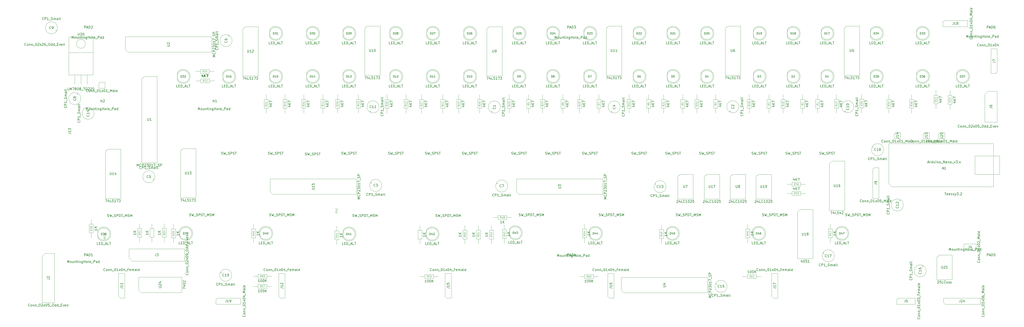
<source format=gbr>
G04 #@! TF.GenerationSoftware,KiCad,Pcbnew,(5.0.2)-1*
G04 #@! TF.CreationDate,2019-05-08T22:32:35+01:00*
G04 #@! TF.ProjectId,nova1200_fptest,6e6f7661-3132-4303-905f-667074657374,Rev 3*
G04 #@! TF.SameCoordinates,Original*
G04 #@! TF.FileFunction,Other,Fab,Top*
%FSLAX46Y46*%
G04 Gerber Fmt 4.6, Leading zero omitted, Abs format (unit mm)*
G04 Created by KiCad (PCBNEW (5.0.2)-1) date 5/8/2019 10:32:35 PM*
%MOMM*%
%LPD*%
G01*
G04 APERTURE LIST*
%ADD10C,0.100000*%
%ADD11C,0.150000*%
%ADD12C,0.108000*%
%ADD13C,0.200000*%
G04 APERTURE END LIST*
D10*
G04 #@! TO.C,J4*
X404368000Y-110363000D02*
X404368000Y-108458000D01*
X404368000Y-108458000D02*
X409448000Y-108458000D01*
X409448000Y-108458000D02*
X409448000Y-110998000D01*
X409448000Y-110998000D02*
X405003000Y-110998000D01*
X405003000Y-110998000D02*
X404368000Y-110363000D01*
G04 #@! TO.C,J5*
X376682000Y-133350000D02*
X376682000Y-131445000D01*
X376682000Y-131445000D02*
X377317000Y-130810000D01*
X377317000Y-130810000D02*
X384302000Y-130810000D01*
X384302000Y-130810000D02*
X384302000Y-133350000D01*
X384302000Y-133350000D02*
X376682000Y-133350000D01*
G04 #@! TO.C,C18*
X366884395Y-68258500D02*
X366884395Y-68758500D01*
X366634395Y-68508500D02*
X367134395Y-68508500D01*
X371268000Y-69596000D02*
G75*
G03X371268000Y-69596000I-2500000J0D01*
G01*
G04 #@! TO.C,C19*
X102536000Y-121412000D02*
G75*
G03X102536000Y-121412000I-2500000J0D01*
G01*
X97902395Y-120324500D02*
X98402395Y-120324500D01*
X98152395Y-120074500D02*
X98152395Y-120574500D01*
G04 #@! TO.C,C17*
X346564395Y-112073500D02*
X346564395Y-112573500D01*
X346314395Y-112323500D02*
X346814395Y-112323500D01*
X350948000Y-113411000D02*
G75*
G03X350948000Y-113411000I-2500000J0D01*
G01*
G04 #@! TO.C,C16*
X387671500Y-117710395D02*
X387171500Y-117710395D01*
X387421500Y-117460395D02*
X387421500Y-117960395D01*
X388834000Y-119594000D02*
G75*
G03X388834000Y-119594000I-2500000J0D01*
G01*
G04 #@! TO.C,J24*
X395986000Y-132715000D02*
X395986000Y-130810000D01*
X395986000Y-130810000D02*
X411226000Y-130810000D01*
X411226000Y-130810000D02*
X411226000Y-133350000D01*
X411226000Y-133350000D02*
X396621000Y-133350000D01*
X396621000Y-133350000D02*
X395986000Y-132715000D01*
G04 #@! TO.C,U21*
X394192000Y-113030000D02*
X399542000Y-113030000D01*
X399542000Y-113030000D02*
X399542000Y-123190000D01*
X399542000Y-123190000D02*
X393192000Y-123190000D01*
X393192000Y-123190000D02*
X393192000Y-114030000D01*
X393192000Y-114030000D02*
X394192000Y-113030000D01*
G04 #@! TO.C,J9*
X367411000Y-76962000D02*
X369316000Y-76962000D01*
X369316000Y-76962000D02*
X369316000Y-89662000D01*
X369316000Y-89662000D02*
X366776000Y-89662000D01*
X366776000Y-89662000D02*
X366776000Y-77597000D01*
X366776000Y-77597000D02*
X367411000Y-76962000D01*
G04 #@! TO.C,R57*
X113389000Y-125184000D02*
X113389000Y-126784000D01*
X113389000Y-126784000D02*
X116989000Y-126784000D01*
X116989000Y-126784000D02*
X116989000Y-125184000D01*
X116989000Y-125184000D02*
X113389000Y-125184000D01*
X111379000Y-125984000D02*
X113389000Y-125984000D01*
X118999000Y-125984000D02*
X116989000Y-125984000D01*
G04 #@! TO.C,R58*
X118999000Y-121793000D02*
X116989000Y-121793000D01*
X111379000Y-121793000D02*
X113389000Y-121793000D01*
X116989000Y-120993000D02*
X113389000Y-120993000D01*
X116989000Y-122593000D02*
X116989000Y-120993000D01*
X113389000Y-122593000D02*
X116989000Y-122593000D01*
X113389000Y-120993000D02*
X113389000Y-122593000D01*
G04 #@! TO.C,R59*
X182096000Y-121120000D02*
X182096000Y-122720000D01*
X182096000Y-122720000D02*
X185696000Y-122720000D01*
X185696000Y-122720000D02*
X185696000Y-121120000D01*
X185696000Y-121120000D02*
X182096000Y-121120000D01*
X180086000Y-121920000D02*
X182096000Y-121920000D01*
X187706000Y-121920000D02*
X185696000Y-121920000D01*
G04 #@! TO.C,R60*
X253619000Y-121920000D02*
X251609000Y-121920000D01*
X245999000Y-121920000D02*
X248009000Y-121920000D01*
X251609000Y-121120000D02*
X248009000Y-121120000D01*
X251609000Y-122720000D02*
X251609000Y-121120000D01*
X248009000Y-122720000D02*
X251609000Y-122720000D01*
X248009000Y-121120000D02*
X248009000Y-122720000D01*
G04 #@! TO.C,R61*
X318792000Y-122720000D02*
X318792000Y-121120000D01*
X318792000Y-121120000D02*
X315192000Y-121120000D01*
X315192000Y-121120000D02*
X315192000Y-122720000D01*
X315192000Y-122720000D02*
X318792000Y-122720000D01*
X320802000Y-121920000D02*
X318792000Y-121920000D01*
X313182000Y-121920000D02*
X315192000Y-121920000D01*
G04 #@! TO.C,U18*
X336770000Y-94285000D02*
X342120000Y-94285000D01*
X342120000Y-94285000D02*
X342120000Y-114605000D01*
X342120000Y-114605000D02*
X335770000Y-114605000D01*
X335770000Y-114605000D02*
X335770000Y-95285000D01*
X335770000Y-95285000D02*
X336770000Y-94285000D01*
G04 #@! TO.C,R55*
X331470000Y-87630000D02*
X333480000Y-87630000D01*
X339090000Y-87630000D02*
X337080000Y-87630000D01*
X333480000Y-88430000D02*
X337080000Y-88430000D01*
X333480000Y-86830000D02*
X333480000Y-88430000D01*
X337080000Y-86830000D02*
X333480000Y-86830000D01*
X337080000Y-88430000D02*
X337080000Y-86830000D01*
G04 #@! TO.C,R56*
X337080000Y-84620000D02*
X337080000Y-83020000D01*
X337080000Y-83020000D02*
X333480000Y-83020000D01*
X333480000Y-83020000D02*
X333480000Y-84620000D01*
X333480000Y-84620000D02*
X337080000Y-84620000D01*
X339090000Y-83820000D02*
X337080000Y-83820000D01*
X331470000Y-83820000D02*
X333480000Y-83820000D01*
G04 #@! TO.C,J3*
X60198000Y-114300000D02*
X60198000Y-110490000D01*
X60198000Y-110490000D02*
X83058000Y-110490000D01*
X83058000Y-110490000D02*
X83058000Y-115570000D01*
X83058000Y-115570000D02*
X61468000Y-115570000D01*
X61468000Y-115570000D02*
X60198000Y-114300000D01*
G04 #@! TO.C,J2*
X25654000Y-112395000D02*
X29464000Y-112395000D01*
X29464000Y-112395000D02*
X29464000Y-132715000D01*
X29464000Y-132715000D02*
X24384000Y-132715000D01*
X24384000Y-132715000D02*
X24384000Y-113665000D01*
X24384000Y-113665000D02*
X25654000Y-112395000D01*
G04 #@! TO.C,J20*
X394589000Y-62484000D02*
X396494000Y-62484000D01*
X396494000Y-62484000D02*
X396494000Y-65024000D01*
X396494000Y-65024000D02*
X393954000Y-65024000D01*
X393954000Y-65024000D02*
X393954000Y-63119000D01*
X393954000Y-63119000D02*
X394589000Y-62484000D01*
G04 #@! TO.C,J19*
X96012000Y-133350000D02*
X96012000Y-131445000D01*
X96012000Y-131445000D02*
X96647000Y-130810000D01*
X96647000Y-130810000D02*
X106172000Y-130810000D01*
X106172000Y-130810000D02*
X106172000Y-133350000D01*
X106172000Y-133350000D02*
X96012000Y-133350000D01*
G04 #@! TO.C,J18*
X405892000Y-18796000D02*
X395732000Y-18796000D01*
X405892000Y-16256000D02*
X405892000Y-18796000D01*
X396367000Y-16256000D02*
X405892000Y-16256000D01*
X395732000Y-16891000D02*
X396367000Y-16256000D01*
X395732000Y-18796000D02*
X395732000Y-16891000D01*
G04 #@! TO.C,J17*
X327660000Y-130810000D02*
X325755000Y-130810000D01*
X325755000Y-130810000D02*
X325120000Y-130175000D01*
X325120000Y-130175000D02*
X325120000Y-120650000D01*
X325120000Y-120650000D02*
X327660000Y-120650000D01*
X327660000Y-120650000D02*
X327660000Y-130810000D01*
G04 #@! TO.C,U24*
X64135000Y-127524000D02*
X64135000Y-122174000D01*
X64135000Y-122174000D02*
X81915000Y-122174000D01*
X81915000Y-122174000D02*
X81915000Y-128524000D01*
X81915000Y-128524000D02*
X65135000Y-128524000D01*
X65135000Y-128524000D02*
X64135000Y-127524000D01*
G04 #@! TO.C,J7*
X417449000Y-38100000D02*
X415544000Y-38100000D01*
X415544000Y-38100000D02*
X415544000Y-27940000D01*
X415544000Y-27940000D02*
X418084000Y-27940000D01*
X418084000Y-27940000D02*
X418084000Y-37465000D01*
X418084000Y-37465000D02*
X417449000Y-38100000D01*
G04 #@! TO.C,J6*
X414274000Y-45466000D02*
X418084000Y-45466000D01*
X418084000Y-45466000D02*
X418084000Y-58166000D01*
X418084000Y-58166000D02*
X413004000Y-58166000D01*
X413004000Y-58166000D02*
X413004000Y-46736000D01*
X413004000Y-46736000D02*
X414274000Y-45466000D01*
G04 #@! TO.C,J16*
X260096000Y-130810000D02*
X258191000Y-130810000D01*
X258191000Y-130810000D02*
X257556000Y-130175000D01*
X257556000Y-130175000D02*
X257556000Y-120650000D01*
X257556000Y-120650000D02*
X260096000Y-120650000D01*
X260096000Y-120650000D02*
X260096000Y-130810000D01*
G04 #@! TO.C,J15*
X193040000Y-120650000D02*
X193040000Y-130810000D01*
X190500000Y-120650000D02*
X193040000Y-120650000D01*
X190500000Y-130175000D02*
X190500000Y-120650000D01*
X191135000Y-130810000D02*
X190500000Y-130175000D01*
X193040000Y-130810000D02*
X191135000Y-130810000D01*
G04 #@! TO.C,J12*
X124460000Y-130810000D02*
X122555000Y-130810000D01*
X122555000Y-130810000D02*
X121920000Y-130175000D01*
X121920000Y-130175000D02*
X121920000Y-120650000D01*
X121920000Y-120650000D02*
X124460000Y-120650000D01*
X124460000Y-120650000D02*
X124460000Y-130810000D01*
G04 #@! TO.C,J11*
X58420000Y-130810000D02*
X56515000Y-130810000D01*
X56515000Y-130810000D02*
X55880000Y-130175000D01*
X55880000Y-130175000D02*
X55880000Y-120650000D01*
X55880000Y-120650000D02*
X58420000Y-120650000D01*
X58420000Y-120650000D02*
X58420000Y-130810000D01*
G04 #@! TO.C,J14*
X375666000Y-63119000D02*
X376301000Y-62484000D01*
X375666000Y-65024000D02*
X375666000Y-63119000D01*
X378206000Y-65024000D02*
X375666000Y-65024000D01*
X378206000Y-62484000D02*
X378206000Y-65024000D01*
X376301000Y-62484000D02*
X378206000Y-62484000D01*
G04 #@! TO.C,J13*
X48387000Y-41656000D02*
X50292000Y-41656000D01*
X50292000Y-41656000D02*
X50292000Y-44196000D01*
X50292000Y-44196000D02*
X47752000Y-44196000D01*
X47752000Y-44196000D02*
X47752000Y-42291000D01*
X47752000Y-42291000D02*
X48387000Y-41656000D01*
G04 #@! TO.C,U20*
X42236000Y-25885000D02*
G75*
G03X42236000Y-25885000I-1850000J0D01*
G01*
X35386000Y-29485000D02*
X35386000Y-23085000D01*
X35386000Y-23085000D02*
X45386000Y-23085000D01*
X45386000Y-23085000D02*
X45386000Y-29485000D01*
X45386000Y-29485000D02*
X35386000Y-29485000D01*
X35386000Y-38735000D02*
X35386000Y-29485000D01*
X35386000Y-29485000D02*
X45386000Y-29485000D01*
X45386000Y-29485000D02*
X45386000Y-38735000D01*
X45386000Y-38735000D02*
X35386000Y-38735000D01*
X37846000Y-38735000D02*
X37846000Y-42545000D01*
X40386000Y-38735000D02*
X40386000Y-42545000D01*
X42926000Y-38735000D02*
X42926000Y-42545000D01*
G04 #@! TO.C,J10*
X388239000Y-62484000D02*
X390144000Y-62484000D01*
X390144000Y-62484000D02*
X390144000Y-65024000D01*
X390144000Y-65024000D02*
X387604000Y-65024000D01*
X387604000Y-65024000D02*
X387604000Y-63119000D01*
X387604000Y-63119000D02*
X388239000Y-62484000D01*
G04 #@! TO.C,U8*
X307975000Y-80756000D02*
X308975000Y-79756000D01*
X307975000Y-89916000D02*
X307975000Y-80756000D01*
X314325000Y-89916000D02*
X307975000Y-89916000D01*
X314325000Y-79756000D02*
X314325000Y-89916000D01*
X308975000Y-79756000D02*
X314325000Y-79756000D01*
G04 #@! TO.C,U7*
X287385000Y-79756000D02*
X292735000Y-79756000D01*
X292735000Y-79756000D02*
X292735000Y-89916000D01*
X292735000Y-89916000D02*
X286385000Y-89916000D01*
X286385000Y-89916000D02*
X286385000Y-80756000D01*
X286385000Y-80756000D02*
X287385000Y-79756000D01*
G04 #@! TO.C,D47*
X351575984Y-105609666D02*
G75*
G03X351576000Y-102670306I2500016J1469666D01*
G01*
X356576000Y-104140000D02*
G75*
G03X356576000Y-104140000I-2500000J0D01*
G01*
X351576000Y-102670306D02*
X351576000Y-105609694D01*
G04 #@! TO.C,D41*
X148376000Y-102924306D02*
X148376000Y-105863694D01*
X153376000Y-104394000D02*
G75*
G03X153376000Y-104394000I-2500000J0D01*
G01*
X148375984Y-105863666D02*
G75*
G03X148376000Y-102924306I2500016J1469666D01*
G01*
G04 #@! TO.C,D39*
X81065984Y-105609666D02*
G75*
G03X81066000Y-102670306I2500016J1469666D01*
G01*
X86066000Y-104140000D02*
G75*
G03X86066000Y-104140000I-2500000J0D01*
G01*
X81066000Y-102670306D02*
X81066000Y-105609694D01*
G04 #@! TO.C,D46*
X317286000Y-102670306D02*
X317286000Y-105609694D01*
X322286000Y-104140000D02*
G75*
G03X322286000Y-104140000I-2500000J0D01*
G01*
X317285984Y-105609666D02*
G75*
G03X317286000Y-102670306I2500016J1469666D01*
G01*
G04 #@! TO.C,D43*
X216955984Y-105355666D02*
G75*
G03X216956000Y-102416306I2500016J1469666D01*
G01*
X221956000Y-103886000D02*
G75*
G03X221956000Y-103886000I-2500000J0D01*
G01*
X216956000Y-102416306D02*
X216956000Y-105355694D01*
G04 #@! TO.C,D42*
X182666000Y-102924306D02*
X182666000Y-105863694D01*
X187666000Y-104394000D02*
G75*
G03X187666000Y-104394000I-2500000J0D01*
G01*
X182665984Y-105863666D02*
G75*
G03X182666000Y-102924306I2500016J1469666D01*
G01*
G04 #@! TO.C,D40*
X114085984Y-105609666D02*
G75*
G03X114086000Y-102670306I2500016J1469666D01*
G01*
X119086000Y-104140000D02*
G75*
G03X119086000Y-104140000I-2500000J0D01*
G01*
X114086000Y-102670306D02*
X114086000Y-105609694D01*
G04 #@! TO.C,D38*
X47284000Y-102924306D02*
X47284000Y-105863694D01*
X52284000Y-104394000D02*
G75*
G03X52284000Y-104394000I-2500000J0D01*
G01*
X47283984Y-105863666D02*
G75*
G03X47284000Y-102924306I2500016J1469666D01*
G01*
G04 #@! TO.C,D45*
X281725984Y-105609666D02*
G75*
G03X281726000Y-102670306I2500016J1469666D01*
G01*
X286726000Y-104140000D02*
G75*
G03X286726000Y-104140000I-2500000J0D01*
G01*
X281726000Y-102670306D02*
X281726000Y-105609694D01*
G04 #@! TO.C,D44*
X249976000Y-102670306D02*
X249976000Y-105609694D01*
X254976000Y-104140000D02*
G75*
G03X254976000Y-104140000I-2500000J0D01*
G01*
X249975984Y-105609666D02*
G75*
G03X249976000Y-102670306I2500016J1469666D01*
G01*
G04 #@! TO.C,U15*
X118364000Y-87011000D02*
X118364000Y-81661000D01*
X118364000Y-81661000D02*
X153924000Y-81661000D01*
X153924000Y-81661000D02*
X153924000Y-88011000D01*
X153924000Y-88011000D02*
X119364000Y-88011000D01*
X119364000Y-88011000D02*
X118364000Y-87011000D01*
G04 #@! TO.C,U4*
X264144000Y-128651000D02*
X263144000Y-127651000D01*
X298704000Y-128651000D02*
X264144000Y-128651000D01*
X298704000Y-122301000D02*
X298704000Y-128651000D01*
X263144000Y-122301000D02*
X298704000Y-122301000D01*
X263144000Y-127651000D02*
X263144000Y-122301000D01*
G04 #@! TO.C,U3*
X219964000Y-87011000D02*
X219964000Y-81661000D01*
X219964000Y-81661000D02*
X255524000Y-81661000D01*
X255524000Y-81661000D02*
X255524000Y-88011000D01*
X255524000Y-88011000D02*
X220964000Y-88011000D01*
X220964000Y-88011000D02*
X219964000Y-87011000D01*
G04 #@! TO.C,U2*
X59674000Y-29337000D02*
X58674000Y-28337000D01*
X94234000Y-29337000D02*
X59674000Y-29337000D01*
X94234000Y-22987000D02*
X94234000Y-29337000D01*
X58674000Y-22987000D02*
X94234000Y-22987000D01*
X58674000Y-28337000D02*
X58674000Y-22987000D01*
G04 #@! TO.C,U1*
X66405000Y-39370000D02*
X71755000Y-39370000D01*
X71755000Y-39370000D02*
X71755000Y-74930000D01*
X71755000Y-74930000D02*
X65405000Y-74930000D01*
X65405000Y-74930000D02*
X65405000Y-40370000D01*
X65405000Y-40370000D02*
X66405000Y-39370000D01*
G04 #@! TO.C,U17*
X297307000Y-80756000D02*
X298307000Y-79756000D01*
X297307000Y-89916000D02*
X297307000Y-80756000D01*
X303657000Y-89916000D02*
X297307000Y-89916000D01*
X303657000Y-79756000D02*
X303657000Y-89916000D01*
X298307000Y-79756000D02*
X303657000Y-79756000D01*
G04 #@! TO.C,U19*
X319643000Y-79756000D02*
X324993000Y-79756000D01*
X324993000Y-79756000D02*
X324993000Y-89916000D01*
X324993000Y-89916000D02*
X318643000Y-89916000D01*
X318643000Y-89916000D02*
X318643000Y-80756000D01*
X318643000Y-80756000D02*
X319643000Y-79756000D01*
G04 #@! TO.C,R44*
X247904000Y-100330000D02*
X247904000Y-102340000D01*
X247904000Y-107950000D02*
X247904000Y-105940000D01*
X247104000Y-102340000D02*
X247104000Y-105940000D01*
X248704000Y-102340000D02*
X247104000Y-102340000D01*
X248704000Y-105940000D02*
X248704000Y-102340000D01*
X247104000Y-105940000D02*
X248704000Y-105940000D01*
G04 #@! TO.C,R42*
X179286000Y-106448000D02*
X180886000Y-106448000D01*
X180886000Y-106448000D02*
X180886000Y-102848000D01*
X180886000Y-102848000D02*
X179286000Y-102848000D01*
X179286000Y-102848000D02*
X179286000Y-106448000D01*
X180086000Y-108458000D02*
X180086000Y-106448000D01*
X180086000Y-100838000D02*
X180086000Y-102848000D01*
G04 #@! TO.C,U5*
X354965000Y-19542000D02*
X355965000Y-18542000D01*
X354965000Y-38862000D02*
X354965000Y-19542000D01*
X361315000Y-38862000D02*
X354965000Y-38862000D01*
X361315000Y-18542000D02*
X361315000Y-38862000D01*
X355965000Y-18542000D02*
X361315000Y-18542000D01*
G04 #@! TO.C,U6*
X306943000Y-18542000D02*
X312293000Y-18542000D01*
X312293000Y-18542000D02*
X312293000Y-38862000D01*
X312293000Y-38862000D02*
X305943000Y-38862000D01*
X305943000Y-38862000D02*
X305943000Y-19542000D01*
X305943000Y-19542000D02*
X306943000Y-18542000D01*
G04 #@! TO.C,U9*
X208645000Y-18796000D02*
X213995000Y-18796000D01*
X213995000Y-18796000D02*
X213995000Y-39116000D01*
X213995000Y-39116000D02*
X207645000Y-39116000D01*
X207645000Y-39116000D02*
X207645000Y-19796000D01*
X207645000Y-19796000D02*
X208645000Y-18796000D01*
G04 #@! TO.C,U11*
X256921000Y-19542000D02*
X257921000Y-18542000D01*
X256921000Y-38862000D02*
X256921000Y-19542000D01*
X263271000Y-38862000D02*
X256921000Y-38862000D01*
X263271000Y-18542000D02*
X263271000Y-38862000D01*
X257921000Y-18542000D02*
X263271000Y-18542000D01*
G04 #@! TO.C,U12*
X107061000Y-19796000D02*
X108061000Y-18796000D01*
X107061000Y-39116000D02*
X107061000Y-19796000D01*
X113411000Y-39116000D02*
X107061000Y-39116000D01*
X113411000Y-18796000D02*
X113411000Y-39116000D01*
X108061000Y-18796000D02*
X113411000Y-18796000D01*
G04 #@! TO.C,U13*
X82407000Y-69088000D02*
X87757000Y-69088000D01*
X87757000Y-69088000D02*
X87757000Y-89408000D01*
X87757000Y-89408000D02*
X81407000Y-89408000D01*
X81407000Y-89408000D02*
X81407000Y-70088000D01*
X81407000Y-70088000D02*
X82407000Y-69088000D01*
G04 #@! TO.C,U14*
X50419000Y-70342000D02*
X51419000Y-69342000D01*
X50419000Y-89662000D02*
X50419000Y-70342000D01*
X56769000Y-89662000D02*
X50419000Y-89662000D01*
X56769000Y-69342000D02*
X56769000Y-89662000D01*
X51419000Y-69342000D02*
X56769000Y-69342000D01*
G04 #@! TO.C,U16*
X348869000Y-75295000D02*
X349869000Y-74295000D01*
X348869000Y-94615000D02*
X348869000Y-75295000D01*
X355219000Y-94615000D02*
X348869000Y-94615000D01*
X355219000Y-74295000D02*
X355219000Y-94615000D01*
X349869000Y-74295000D02*
X355219000Y-74295000D01*
G04 #@! TO.C,U10*
X157353000Y-19542000D02*
X158353000Y-18542000D01*
X157353000Y-38862000D02*
X157353000Y-19542000D01*
X163703000Y-38862000D02*
X157353000Y-38862000D01*
X163703000Y-18542000D02*
X163703000Y-38862000D01*
X158353000Y-18542000D02*
X163703000Y-18542000D01*
G04 #@! TO.C,R53*
X69596000Y-107696000D02*
X69596000Y-105686000D01*
X69596000Y-100076000D02*
X69596000Y-102086000D01*
X70396000Y-105686000D02*
X70396000Y-102086000D01*
X68796000Y-105686000D02*
X70396000Y-105686000D01*
X68796000Y-102086000D02*
X68796000Y-105686000D01*
X70396000Y-102086000D02*
X68796000Y-102086000D01*
G04 #@! TO.C,R45*
X278854000Y-106194000D02*
X280454000Y-106194000D01*
X280454000Y-106194000D02*
X280454000Y-102594000D01*
X280454000Y-102594000D02*
X278854000Y-102594000D01*
X278854000Y-102594000D02*
X278854000Y-106194000D01*
X279654000Y-108204000D02*
X279654000Y-106194000D01*
X279654000Y-100584000D02*
X279654000Y-102594000D01*
G04 #@! TO.C,R54*
X75476000Y-102086000D02*
X73876000Y-102086000D01*
X73876000Y-102086000D02*
X73876000Y-105686000D01*
X73876000Y-105686000D02*
X75476000Y-105686000D01*
X75476000Y-105686000D02*
X75476000Y-102086000D01*
X74676000Y-100076000D02*
X74676000Y-102086000D01*
X74676000Y-107696000D02*
X74676000Y-105686000D01*
G04 #@! TO.C,R46*
X315214000Y-100330000D02*
X315214000Y-102340000D01*
X315214000Y-107950000D02*
X315214000Y-105940000D01*
X314414000Y-102340000D02*
X314414000Y-105940000D01*
X316014000Y-102340000D02*
X314414000Y-102340000D01*
X316014000Y-105940000D02*
X316014000Y-102340000D01*
X314414000Y-105940000D02*
X316014000Y-105940000D01*
G04 #@! TO.C,R47*
X348450000Y-105940000D02*
X350050000Y-105940000D01*
X350050000Y-105940000D02*
X350050000Y-102340000D01*
X350050000Y-102340000D02*
X348450000Y-102340000D01*
X348450000Y-102340000D02*
X348450000Y-105940000D01*
X349250000Y-107950000D02*
X349250000Y-105940000D01*
X349250000Y-100330000D02*
X349250000Y-102340000D01*
G04 #@! TO.C,R48*
X217932000Y-97536000D02*
X215922000Y-97536000D01*
X210312000Y-97536000D02*
X212322000Y-97536000D01*
X215922000Y-96736000D02*
X212322000Y-96736000D01*
X215922000Y-98336000D02*
X215922000Y-96736000D01*
X212322000Y-98336000D02*
X215922000Y-98336000D01*
X212322000Y-96736000D02*
X212322000Y-98336000D01*
G04 #@! TO.C,R49*
X210350000Y-102848000D02*
X208750000Y-102848000D01*
X208750000Y-102848000D02*
X208750000Y-106448000D01*
X208750000Y-106448000D02*
X210350000Y-106448000D01*
X210350000Y-106448000D02*
X210350000Y-102848000D01*
X209550000Y-100838000D02*
X209550000Y-102848000D01*
X209550000Y-108458000D02*
X209550000Y-106448000D01*
G04 #@! TO.C,R50*
X198628000Y-108458000D02*
X198628000Y-106448000D01*
X198628000Y-100838000D02*
X198628000Y-102848000D01*
X199428000Y-106448000D02*
X199428000Y-102848000D01*
X197828000Y-106448000D02*
X199428000Y-106448000D01*
X197828000Y-102848000D02*
X197828000Y-106448000D01*
X199428000Y-102848000D02*
X197828000Y-102848000D01*
G04 #@! TO.C,R51*
X205016000Y-102848000D02*
X203416000Y-102848000D01*
X203416000Y-102848000D02*
X203416000Y-106448000D01*
X203416000Y-106448000D02*
X205016000Y-106448000D01*
X205016000Y-106448000D02*
X205016000Y-102848000D01*
X204216000Y-100838000D02*
X204216000Y-102848000D01*
X204216000Y-108458000D02*
X204216000Y-106448000D01*
G04 #@! TO.C,R52*
X64516000Y-107696000D02*
X64516000Y-105686000D01*
X64516000Y-100076000D02*
X64516000Y-102086000D01*
X65316000Y-105686000D02*
X65316000Y-102086000D01*
X63716000Y-105686000D02*
X65316000Y-105686000D01*
X63716000Y-102086000D02*
X63716000Y-105686000D01*
X65316000Y-102086000D02*
X63716000Y-102086000D01*
G04 #@! TO.C,R43*
X214084000Y-106194000D02*
X215684000Y-106194000D01*
X215684000Y-106194000D02*
X215684000Y-102594000D01*
X215684000Y-102594000D02*
X214084000Y-102594000D01*
X214084000Y-102594000D02*
X214084000Y-106194000D01*
X214884000Y-108204000D02*
X214884000Y-106194000D01*
X214884000Y-100584000D02*
X214884000Y-102594000D01*
G04 #@! TO.C,R19*
X315849000Y-46863000D02*
X315849000Y-48873000D01*
X315849000Y-54483000D02*
X315849000Y-52473000D01*
X315049000Y-48873000D02*
X315049000Y-52473000D01*
X316649000Y-48873000D02*
X315049000Y-48873000D01*
X316649000Y-52473000D02*
X316649000Y-48873000D01*
X315049000Y-52473000D02*
X316649000Y-52473000D01*
G04 #@! TO.C,R1*
X343243000Y-52473000D02*
X344843000Y-52473000D01*
X344843000Y-52473000D02*
X344843000Y-48873000D01*
X344843000Y-48873000D02*
X343243000Y-48873000D01*
X343243000Y-48873000D02*
X343243000Y-52473000D01*
X344043000Y-54483000D02*
X344043000Y-52473000D01*
X344043000Y-46863000D02*
X344043000Y-48873000D01*
G04 #@! TO.C,R2*
X337820000Y-46863000D02*
X337820000Y-48873000D01*
X337820000Y-54483000D02*
X337820000Y-52473000D01*
X337020000Y-48873000D02*
X337020000Y-52473000D01*
X338620000Y-48873000D02*
X337020000Y-48873000D01*
X338620000Y-52473000D02*
X338620000Y-48873000D01*
X337020000Y-52473000D02*
X338620000Y-52473000D01*
G04 #@! TO.C,R3*
X323177000Y-52473000D02*
X324777000Y-52473000D01*
X324777000Y-52473000D02*
X324777000Y-48873000D01*
X324777000Y-48873000D02*
X323177000Y-48873000D01*
X323177000Y-48873000D02*
X323177000Y-52473000D01*
X323977000Y-54483000D02*
X323977000Y-52473000D01*
X323977000Y-46863000D02*
X323977000Y-48873000D01*
G04 #@! TO.C,R31*
X115913000Y-52473000D02*
X117513000Y-52473000D01*
X117513000Y-52473000D02*
X117513000Y-48873000D01*
X117513000Y-48873000D02*
X115913000Y-48873000D01*
X115913000Y-48873000D02*
X115913000Y-52473000D01*
X116713000Y-54483000D02*
X116713000Y-52473000D01*
X116713000Y-46863000D02*
X116713000Y-48873000D01*
G04 #@! TO.C,R5*
X287617000Y-52473000D02*
X289217000Y-52473000D01*
X289217000Y-52473000D02*
X289217000Y-48873000D01*
X289217000Y-48873000D02*
X287617000Y-48873000D01*
X287617000Y-48873000D02*
X287617000Y-52473000D01*
X288417000Y-54483000D02*
X288417000Y-52473000D01*
X288417000Y-46863000D02*
X288417000Y-48873000D01*
G04 #@! TO.C,R6*
X274320000Y-46863000D02*
X274320000Y-48873000D01*
X274320000Y-54483000D02*
X274320000Y-52473000D01*
X273520000Y-48873000D02*
X273520000Y-52473000D01*
X275120000Y-48873000D02*
X273520000Y-48873000D01*
X275120000Y-52473000D02*
X275120000Y-48873000D01*
X273520000Y-52473000D02*
X275120000Y-52473000D01*
G04 #@! TO.C,R7*
X253073000Y-52473000D02*
X254673000Y-52473000D01*
X254673000Y-52473000D02*
X254673000Y-48873000D01*
X254673000Y-48873000D02*
X253073000Y-48873000D01*
X253073000Y-48873000D02*
X253073000Y-52473000D01*
X253873000Y-54483000D02*
X253873000Y-52473000D01*
X253873000Y-46863000D02*
X253873000Y-48873000D01*
G04 #@! TO.C,R8*
X239014000Y-46863000D02*
X239014000Y-48873000D01*
X239014000Y-54483000D02*
X239014000Y-52473000D01*
X238214000Y-48873000D02*
X238214000Y-52473000D01*
X239814000Y-48873000D02*
X238214000Y-48873000D01*
X239814000Y-52473000D02*
X239814000Y-48873000D01*
X238214000Y-52473000D02*
X239814000Y-52473000D01*
G04 #@! TO.C,R4*
X301206000Y-52473000D02*
X302806000Y-52473000D01*
X302806000Y-52473000D02*
X302806000Y-48873000D01*
X302806000Y-48873000D02*
X301206000Y-48873000D01*
X301206000Y-48873000D02*
X301206000Y-52473000D01*
X302006000Y-54483000D02*
X302006000Y-52473000D01*
X302006000Y-46863000D02*
X302006000Y-48873000D01*
G04 #@! TO.C,R40*
X110706000Y-105940000D02*
X112306000Y-105940000D01*
X112306000Y-105940000D02*
X112306000Y-102340000D01*
X112306000Y-102340000D02*
X110706000Y-102340000D01*
X110706000Y-102340000D02*
X110706000Y-105940000D01*
X111506000Y-107950000D02*
X111506000Y-105940000D01*
X111506000Y-100330000D02*
X111506000Y-102340000D01*
G04 #@! TO.C,R9*
X224790000Y-46863000D02*
X224790000Y-48873000D01*
X224790000Y-54483000D02*
X224790000Y-52473000D01*
X223990000Y-48873000D02*
X223990000Y-52473000D01*
X225590000Y-48873000D02*
X223990000Y-48873000D01*
X225590000Y-52473000D02*
X225590000Y-48873000D01*
X223990000Y-52473000D02*
X225590000Y-52473000D01*
G04 #@! TO.C,R17*
X350990000Y-52473000D02*
X352590000Y-52473000D01*
X352590000Y-52473000D02*
X352590000Y-48873000D01*
X352590000Y-48873000D02*
X350990000Y-48873000D01*
X350990000Y-48873000D02*
X350990000Y-52473000D01*
X351790000Y-54483000D02*
X351790000Y-52473000D01*
X351790000Y-46863000D02*
X351790000Y-48873000D01*
G04 #@! TO.C,R39*
X78486000Y-100330000D02*
X78486000Y-102340000D01*
X78486000Y-107950000D02*
X78486000Y-105940000D01*
X77686000Y-102340000D02*
X77686000Y-105940000D01*
X79286000Y-102340000D02*
X77686000Y-102340000D01*
X79286000Y-105940000D02*
X79286000Y-102340000D01*
X77686000Y-105940000D02*
X79286000Y-105940000D01*
G04 #@! TO.C,R38*
X43777000Y-103908000D02*
X45377000Y-103908000D01*
X45377000Y-103908000D02*
X45377000Y-100308000D01*
X45377000Y-100308000D02*
X43777000Y-100308000D01*
X43777000Y-100308000D02*
X43777000Y-103908000D01*
X44577000Y-105918000D02*
X44577000Y-103908000D01*
X44577000Y-98298000D02*
X44577000Y-100308000D01*
G04 #@! TO.C,R36*
X382778000Y-46863000D02*
X382778000Y-48873000D01*
X382778000Y-54483000D02*
X382778000Y-52473000D01*
X381978000Y-48873000D02*
X381978000Y-52473000D01*
X383578000Y-48873000D02*
X381978000Y-48873000D01*
X383578000Y-52473000D02*
X383578000Y-48873000D01*
X381978000Y-52473000D02*
X383578000Y-52473000D01*
G04 #@! TO.C,R18*
X329019000Y-52473000D02*
X330619000Y-52473000D01*
X330619000Y-52473000D02*
X330619000Y-48873000D01*
X330619000Y-48873000D02*
X329019000Y-48873000D01*
X329019000Y-48873000D02*
X329019000Y-52473000D01*
X329819000Y-54483000D02*
X329819000Y-52473000D01*
X329819000Y-46863000D02*
X329819000Y-48873000D01*
G04 #@! TO.C,R16*
X89640000Y-36411000D02*
X89640000Y-38011000D01*
X89640000Y-38011000D02*
X93240000Y-38011000D01*
X93240000Y-38011000D02*
X93240000Y-36411000D01*
X93240000Y-36411000D02*
X89640000Y-36411000D01*
X87630000Y-37211000D02*
X89640000Y-37211000D01*
X95250000Y-37211000D02*
X93240000Y-37211000D01*
G04 #@! TO.C,R15*
X124460000Y-46863000D02*
X124460000Y-48873000D01*
X124460000Y-54483000D02*
X124460000Y-52473000D01*
X123660000Y-48873000D02*
X123660000Y-52473000D01*
X125260000Y-48873000D02*
X123660000Y-48873000D01*
X125260000Y-52473000D02*
X125260000Y-48873000D01*
X123660000Y-52473000D02*
X125260000Y-52473000D01*
G04 #@! TO.C,R14*
X139281000Y-52473000D02*
X140881000Y-52473000D01*
X140881000Y-52473000D02*
X140881000Y-48873000D01*
X140881000Y-48873000D02*
X139281000Y-48873000D01*
X139281000Y-48873000D02*
X139281000Y-52473000D01*
X140081000Y-54483000D02*
X140081000Y-52473000D01*
X140081000Y-46863000D02*
X140081000Y-48873000D01*
G04 #@! TO.C,R13*
X154686000Y-46863000D02*
X154686000Y-48873000D01*
X154686000Y-54483000D02*
X154686000Y-52473000D01*
X153886000Y-48873000D02*
X153886000Y-52473000D01*
X155486000Y-48873000D02*
X153886000Y-48873000D01*
X155486000Y-52473000D02*
X155486000Y-48873000D01*
X153886000Y-52473000D02*
X155486000Y-52473000D01*
G04 #@! TO.C,R12*
X174371000Y-46863000D02*
X174371000Y-48873000D01*
X174371000Y-54483000D02*
X174371000Y-52473000D01*
X173571000Y-48873000D02*
X173571000Y-52473000D01*
X175171000Y-48873000D02*
X173571000Y-48873000D01*
X175171000Y-52473000D02*
X175171000Y-48873000D01*
X173571000Y-52473000D02*
X175171000Y-52473000D01*
G04 #@! TO.C,R11*
X188684000Y-52473000D02*
X190284000Y-52473000D01*
X190284000Y-52473000D02*
X190284000Y-48873000D01*
X190284000Y-48873000D02*
X188684000Y-48873000D01*
X188684000Y-48873000D02*
X188684000Y-52473000D01*
X189484000Y-54483000D02*
X189484000Y-52473000D01*
X189484000Y-46863000D02*
X189484000Y-48873000D01*
G04 #@! TO.C,R10*
X196088000Y-46863000D02*
X196088000Y-48873000D01*
X196088000Y-54483000D02*
X196088000Y-52473000D01*
X195288000Y-48873000D02*
X195288000Y-52473000D01*
X196888000Y-48873000D02*
X195288000Y-48873000D01*
X196888000Y-52473000D02*
X196888000Y-48873000D01*
X195288000Y-52473000D02*
X196888000Y-52473000D01*
G04 #@! TO.C,R20*
X293459000Y-52473000D02*
X295059000Y-52473000D01*
X295059000Y-52473000D02*
X295059000Y-48873000D01*
X295059000Y-48873000D02*
X293459000Y-48873000D01*
X293459000Y-48873000D02*
X293459000Y-52473000D01*
X294259000Y-54483000D02*
X294259000Y-52473000D01*
X294259000Y-46863000D02*
X294259000Y-48873000D01*
G04 #@! TO.C,R35*
X362204000Y-46736000D02*
X362204000Y-48746000D01*
X362204000Y-54356000D02*
X362204000Y-52346000D01*
X361404000Y-48746000D02*
X361404000Y-52346000D01*
X363004000Y-48746000D02*
X361404000Y-48746000D01*
X363004000Y-52346000D02*
X363004000Y-48746000D01*
X361404000Y-52346000D02*
X363004000Y-52346000D01*
G04 #@! TO.C,R34*
X372580000Y-52473000D02*
X374180000Y-52473000D01*
X374180000Y-52473000D02*
X374180000Y-48873000D01*
X374180000Y-48873000D02*
X372580000Y-48873000D01*
X372580000Y-48873000D02*
X372580000Y-52473000D01*
X373380000Y-54483000D02*
X373380000Y-52473000D01*
X373380000Y-46863000D02*
X373380000Y-48873000D01*
G04 #@! TO.C,R33*
X392811000Y-45085000D02*
X392811000Y-47095000D01*
X392811000Y-52705000D02*
X392811000Y-50695000D01*
X392011000Y-47095000D02*
X392011000Y-50695000D01*
X393611000Y-47095000D02*
X392011000Y-47095000D01*
X393611000Y-50695000D02*
X393611000Y-47095000D01*
X392011000Y-50695000D02*
X393611000Y-50695000D01*
G04 #@! TO.C,R32*
X87757000Y-41148000D02*
X89767000Y-41148000D01*
X95377000Y-41148000D02*
X93367000Y-41148000D01*
X89767000Y-41948000D02*
X93367000Y-41948000D01*
X89767000Y-40348000D02*
X89767000Y-41948000D01*
X93367000Y-40348000D02*
X89767000Y-40348000D01*
X93367000Y-41948000D02*
X93367000Y-40348000D01*
G04 #@! TO.C,R30*
X131407000Y-52473000D02*
X133007000Y-52473000D01*
X133007000Y-52473000D02*
X133007000Y-48873000D01*
X133007000Y-48873000D02*
X131407000Y-48873000D01*
X131407000Y-48873000D02*
X131407000Y-52473000D01*
X132207000Y-54483000D02*
X132207000Y-52473000D01*
X132207000Y-46863000D02*
X132207000Y-48873000D01*
G04 #@! TO.C,R29*
X146177000Y-46863000D02*
X146177000Y-48873000D01*
X146177000Y-54483000D02*
X146177000Y-52473000D01*
X145377000Y-48873000D02*
X145377000Y-52473000D01*
X146977000Y-48873000D02*
X145377000Y-48873000D01*
X146977000Y-52473000D02*
X146977000Y-48873000D01*
X145377000Y-52473000D02*
X146977000Y-52473000D01*
G04 #@! TO.C,R28*
X166497000Y-46863000D02*
X166497000Y-48873000D01*
X166497000Y-54483000D02*
X166497000Y-52473000D01*
X165697000Y-48873000D02*
X165697000Y-52473000D01*
X167297000Y-48873000D02*
X165697000Y-48873000D01*
X167297000Y-52473000D02*
X167297000Y-48873000D01*
X165697000Y-52473000D02*
X167297000Y-52473000D01*
G04 #@! TO.C,R27*
X179921000Y-52473000D02*
X181521000Y-52473000D01*
X181521000Y-52473000D02*
X181521000Y-48873000D01*
X181521000Y-48873000D02*
X179921000Y-48873000D01*
X179921000Y-48873000D02*
X179921000Y-52473000D01*
X180721000Y-54483000D02*
X180721000Y-52473000D01*
X180721000Y-46863000D02*
X180721000Y-48873000D01*
G04 #@! TO.C,R26*
X204724000Y-46863000D02*
X204724000Y-48873000D01*
X204724000Y-54483000D02*
X204724000Y-52473000D01*
X203924000Y-48873000D02*
X203924000Y-52473000D01*
X205524000Y-48873000D02*
X203924000Y-48873000D01*
X205524000Y-52473000D02*
X205524000Y-48873000D01*
X203924000Y-52473000D02*
X205524000Y-52473000D01*
G04 #@! TO.C,R41*
X144996000Y-106702000D02*
X146596000Y-106702000D01*
X146596000Y-106702000D02*
X146596000Y-103102000D01*
X146596000Y-103102000D02*
X144996000Y-103102000D01*
X144996000Y-103102000D02*
X144996000Y-106702000D01*
X145796000Y-108712000D02*
X145796000Y-106702000D01*
X145796000Y-101092000D02*
X145796000Y-103102000D01*
G04 #@! TO.C,R24*
X230632000Y-46863000D02*
X230632000Y-48873000D01*
X230632000Y-54483000D02*
X230632000Y-52473000D01*
X229832000Y-48873000D02*
X229832000Y-52473000D01*
X231432000Y-48873000D02*
X229832000Y-48873000D01*
X231432000Y-52473000D02*
X231432000Y-48873000D01*
X229832000Y-52473000D02*
X231432000Y-52473000D01*
G04 #@! TO.C,R23*
X245072000Y-52473000D02*
X246672000Y-52473000D01*
X246672000Y-52473000D02*
X246672000Y-48873000D01*
X246672000Y-48873000D02*
X245072000Y-48873000D01*
X245072000Y-48873000D02*
X245072000Y-52473000D01*
X245872000Y-54483000D02*
X245872000Y-52473000D01*
X245872000Y-46863000D02*
X245872000Y-48873000D01*
G04 #@! TO.C,R22*
X266319000Y-46863000D02*
X266319000Y-48873000D01*
X266319000Y-54483000D02*
X266319000Y-52473000D01*
X265519000Y-48873000D02*
X265519000Y-52473000D01*
X267119000Y-48873000D02*
X265519000Y-48873000D01*
X267119000Y-52473000D02*
X267119000Y-48873000D01*
X265519000Y-52473000D02*
X267119000Y-52473000D01*
G04 #@! TO.C,R21*
X279743000Y-52473000D02*
X281343000Y-52473000D01*
X281343000Y-52473000D02*
X281343000Y-48873000D01*
X281343000Y-48873000D02*
X279743000Y-48873000D01*
X279743000Y-48873000D02*
X279743000Y-52473000D01*
X280543000Y-54483000D02*
X280543000Y-52473000D01*
X280543000Y-46863000D02*
X280543000Y-48873000D01*
G04 #@! TO.C,R25*
X216916000Y-46863000D02*
X216916000Y-48873000D01*
X216916000Y-54483000D02*
X216916000Y-52473000D01*
X216116000Y-48873000D02*
X216116000Y-52473000D01*
X217716000Y-48873000D02*
X216116000Y-48873000D01*
X217716000Y-52473000D02*
X217716000Y-48873000D01*
X216116000Y-52473000D02*
X217716000Y-52473000D01*
G04 #@! TO.C,R37*
X397853000Y-50822000D02*
X399453000Y-50822000D01*
X399453000Y-50822000D02*
X399453000Y-47222000D01*
X399453000Y-47222000D02*
X397853000Y-47222000D01*
X397853000Y-47222000D02*
X397853000Y-50822000D01*
X398653000Y-52832000D02*
X398653000Y-50822000D01*
X398653000Y-45212000D02*
X398653000Y-47222000D01*
G04 #@! TO.C,A1*
X373380000Y-67056000D02*
X416560000Y-67056000D01*
X373380000Y-83566000D02*
X373380000Y-67056000D01*
X374650000Y-84836000D02*
X373380000Y-83566000D01*
X416560000Y-84836000D02*
X374650000Y-84836000D01*
X416560000Y-67056000D02*
X416560000Y-84836000D01*
X419100000Y-79756000D02*
X408940000Y-79756000D01*
X419100000Y-72136000D02*
X419100000Y-79756000D01*
X408940000Y-72136000D02*
X419100000Y-72136000D01*
X408940000Y-79756000D02*
X408940000Y-72136000D01*
G04 #@! TO.C,D25*
X218479984Y-23059666D02*
G75*
G03X218480000Y-20120306I2500016J1469666D01*
G01*
X223480000Y-21590000D02*
G75*
G03X223480000Y-21590000I-2500000J0D01*
G01*
X218480000Y-20120306D02*
X218480000Y-23059694D01*
G04 #@! TO.C,D19*
X317539984Y-23059666D02*
G75*
G03X317540000Y-20120306I2500016J1469666D01*
G01*
X322540000Y-21590000D02*
G75*
G03X322540000Y-21590000I-2500000J0D01*
G01*
X317540000Y-20120306D02*
X317540000Y-23059694D01*
G04 #@! TO.C,D20*
X295949984Y-23059666D02*
G75*
G03X295950000Y-20120306I2500016J1469666D01*
G01*
X300950000Y-21590000D02*
G75*
G03X300950000Y-21590000I-2500000J0D01*
G01*
X295950000Y-20120306D02*
X295950000Y-23059694D01*
G04 #@! TO.C,D3*
X317539984Y-40839666D02*
G75*
G03X317540000Y-37900306I2500016J1469666D01*
G01*
X322540000Y-39370000D02*
G75*
G03X322540000Y-39370000I-2500000J0D01*
G01*
X317540000Y-37900306D02*
X317540000Y-40839694D01*
G04 #@! TO.C,D18*
X331509984Y-23059666D02*
G75*
G03X331510000Y-20120306I2500016J1469666D01*
G01*
X336510000Y-21590000D02*
G75*
G03X336510000Y-21590000I-2500000J0D01*
G01*
X331510000Y-20120306D02*
X331510000Y-23059694D01*
G04 #@! TO.C,D17*
X345479984Y-23059666D02*
G75*
G03X345480000Y-20120306I2500016J1469666D01*
G01*
X350480000Y-21590000D02*
G75*
G03X350480000Y-21590000I-2500000J0D01*
G01*
X345480000Y-20120306D02*
X345480000Y-23059694D01*
G04 #@! TO.C,D16*
X98846000Y-37900306D02*
X98846000Y-40839694D01*
X103846000Y-39370000D02*
G75*
G03X103846000Y-39370000I-2500000J0D01*
G01*
X98845984Y-40839666D02*
G75*
G03X98846000Y-37900306I2500016J1469666D01*
G01*
G04 #@! TO.C,D15*
X118150000Y-37900306D02*
X118150000Y-40839694D01*
X123150000Y-39370000D02*
G75*
G03X123150000Y-39370000I-2500000J0D01*
G01*
X118149984Y-40839666D02*
G75*
G03X118150000Y-37900306I2500016J1469666D01*
G01*
G04 #@! TO.C,D14*
X133390000Y-37900306D02*
X133390000Y-40839694D01*
X138390000Y-39370000D02*
G75*
G03X138390000Y-39370000I-2500000J0D01*
G01*
X133389984Y-40839666D02*
G75*
G03X133390000Y-37900306I2500016J1469666D01*
G01*
G04 #@! TO.C,D13*
X148376000Y-37900306D02*
X148376000Y-40839694D01*
X153376000Y-39370000D02*
G75*
G03X153376000Y-39370000I-2500000J0D01*
G01*
X148375984Y-40839666D02*
G75*
G03X148376000Y-37900306I2500016J1469666D01*
G01*
G04 #@! TO.C,D12*
X167679984Y-40839666D02*
G75*
G03X167680000Y-37900306I2500016J1469666D01*
G01*
X172680000Y-39370000D02*
G75*
G03X172680000Y-39370000I-2500000J0D01*
G01*
X167680000Y-37900306D02*
X167680000Y-40839694D01*
G04 #@! TO.C,D11*
X182919984Y-40839666D02*
G75*
G03X182920000Y-37900306I2500016J1469666D01*
G01*
X187920000Y-39370000D02*
G75*
G03X187920000Y-39370000I-2500000J0D01*
G01*
X182920000Y-37900306D02*
X182920000Y-40839694D01*
G04 #@! TO.C,D10*
X198159984Y-40839666D02*
G75*
G03X198160000Y-37900306I2500016J1469666D01*
G01*
X203160000Y-39370000D02*
G75*
G03X203160000Y-39370000I-2500000J0D01*
G01*
X198160000Y-37900306D02*
X198160000Y-40839694D01*
G04 #@! TO.C,D9*
X218479984Y-40839666D02*
G75*
G03X218480000Y-37900306I2500016J1469666D01*
G01*
X223480000Y-39370000D02*
G75*
G03X223480000Y-39370000I-2500000J0D01*
G01*
X218480000Y-37900306D02*
X218480000Y-40839694D01*
G04 #@! TO.C,D8*
X232449984Y-40839666D02*
G75*
G03X232450000Y-37900306I2500016J1469666D01*
G01*
X237450000Y-39370000D02*
G75*
G03X237450000Y-39370000I-2500000J0D01*
G01*
X232450000Y-37900306D02*
X232450000Y-40839694D01*
G04 #@! TO.C,D7*
X247689984Y-40839666D02*
G75*
G03X247690000Y-37900306I2500016J1469666D01*
G01*
X252690000Y-39370000D02*
G75*
G03X252690000Y-39370000I-2500000J0D01*
G01*
X247690000Y-37900306D02*
X247690000Y-40839694D01*
G04 #@! TO.C,D6*
X268009984Y-40839666D02*
G75*
G03X268010000Y-37900306I2500016J1469666D01*
G01*
X273010000Y-39370000D02*
G75*
G03X273010000Y-39370000I-2500000J0D01*
G01*
X268010000Y-37900306D02*
X268010000Y-40839694D01*
G04 #@! TO.C,D4*
X295949984Y-40839666D02*
G75*
G03X295950000Y-37900306I2500016J1469666D01*
G01*
X300950000Y-39370000D02*
G75*
G03X300950000Y-39370000I-2500000J0D01*
G01*
X295950000Y-37900306D02*
X295950000Y-40839694D01*
G04 #@! TO.C,D2*
X331509984Y-40839666D02*
G75*
G03X331510000Y-37900306I2500016J1469666D01*
G01*
X336510000Y-39370000D02*
G75*
G03X336510000Y-39370000I-2500000J0D01*
G01*
X331510000Y-37900306D02*
X331510000Y-40839694D01*
G04 #@! TO.C,D23*
X247689984Y-23059666D02*
G75*
G03X247690000Y-20120306I2500016J1469666D01*
G01*
X252690000Y-21590000D02*
G75*
G03X252690000Y-21590000I-2500000J0D01*
G01*
X247690000Y-20120306D02*
X247690000Y-23059694D01*
G04 #@! TO.C,D5*
X281979984Y-40839666D02*
G75*
G03X281980000Y-37900306I2500016J1469666D01*
G01*
X286980000Y-39370000D02*
G75*
G03X286980000Y-39370000I-2500000J0D01*
G01*
X281980000Y-37900306D02*
X281980000Y-40839694D01*
G04 #@! TO.C,D21*
X281979984Y-23059666D02*
G75*
G03X281980000Y-20120306I2500016J1469666D01*
G01*
X286980000Y-21590000D02*
G75*
G03X286980000Y-21590000I-2500000J0D01*
G01*
X281980000Y-20120306D02*
X281980000Y-23059694D01*
G04 #@! TO.C,D37*
X401359984Y-40839666D02*
G75*
G03X401360000Y-37900306I2500016J1469666D01*
G01*
X406360000Y-39370000D02*
G75*
G03X406360000Y-39370000I-2500000J0D01*
G01*
X401360000Y-37900306D02*
X401360000Y-40839694D01*
G04 #@! TO.C,D1*
X345479984Y-40839666D02*
G75*
G03X345480000Y-37900306I2500016J1469666D01*
G01*
X350480000Y-39370000D02*
G75*
G03X350480000Y-39370000I-2500000J0D01*
G01*
X345480000Y-37900306D02*
X345480000Y-40839694D01*
G04 #@! TO.C,D36*
X384849984Y-40839666D02*
G75*
G03X384850000Y-37900306I2500016J1469666D01*
G01*
X389850000Y-39370000D02*
G75*
G03X389850000Y-39370000I-2500000J0D01*
G01*
X384850000Y-37900306D02*
X384850000Y-40839694D01*
G04 #@! TO.C,D35*
X365799984Y-40839666D02*
G75*
G03X365800000Y-37900306I2500016J1469666D01*
G01*
X370800000Y-39370000D02*
G75*
G03X370800000Y-39370000I-2500000J0D01*
G01*
X365800000Y-37900306D02*
X365800000Y-40839694D01*
G04 #@! TO.C,D34*
X365799984Y-23059666D02*
G75*
G03X365800000Y-20120306I2500016J1469666D01*
G01*
X370800000Y-21590000D02*
G75*
G03X370800000Y-21590000I-2500000J0D01*
G01*
X365800000Y-20120306D02*
X365800000Y-23059694D01*
G04 #@! TO.C,D33*
X384849984Y-23059666D02*
G75*
G03X384850000Y-20120306I2500016J1469666D01*
G01*
X389850000Y-21590000D02*
G75*
G03X389850000Y-21590000I-2500000J0D01*
G01*
X384850000Y-20120306D02*
X384850000Y-23059694D01*
G04 #@! TO.C,D32*
X80050000Y-37900306D02*
X80050000Y-40839694D01*
X85050000Y-39370000D02*
G75*
G03X85050000Y-39370000I-2500000J0D01*
G01*
X80049984Y-40839666D02*
G75*
G03X80050000Y-37900306I2500016J1469666D01*
G01*
G04 #@! TO.C,D31*
X118150000Y-20120306D02*
X118150000Y-23059694D01*
X123150000Y-21590000D02*
G75*
G03X123150000Y-21590000I-2500000J0D01*
G01*
X118149984Y-23059666D02*
G75*
G03X118150000Y-20120306I2500016J1469666D01*
G01*
G04 #@! TO.C,D30*
X133390000Y-20120306D02*
X133390000Y-23059694D01*
X138390000Y-21590000D02*
G75*
G03X138390000Y-21590000I-2500000J0D01*
G01*
X133389984Y-23059666D02*
G75*
G03X133390000Y-20120306I2500016J1469666D01*
G01*
G04 #@! TO.C,D29*
X148376000Y-20120306D02*
X148376000Y-23059694D01*
X153376000Y-21590000D02*
G75*
G03X153376000Y-21590000I-2500000J0D01*
G01*
X148375984Y-23059666D02*
G75*
G03X148376000Y-20120306I2500016J1469666D01*
G01*
G04 #@! TO.C,D28*
X167679984Y-23059666D02*
G75*
G03X167680000Y-20120306I2500016J1469666D01*
G01*
X172680000Y-21590000D02*
G75*
G03X172680000Y-21590000I-2500000J0D01*
G01*
X167680000Y-20120306D02*
X167680000Y-23059694D01*
G04 #@! TO.C,D27*
X182919984Y-23059666D02*
G75*
G03X182920000Y-20120306I2500016J1469666D01*
G01*
X187920000Y-21590000D02*
G75*
G03X187920000Y-21590000I-2500000J0D01*
G01*
X182920000Y-20120306D02*
X182920000Y-23059694D01*
G04 #@! TO.C,D26*
X198159984Y-23059666D02*
G75*
G03X198160000Y-20120306I2500016J1469666D01*
G01*
X203160000Y-21590000D02*
G75*
G03X203160000Y-21590000I-2500000J0D01*
G01*
X198160000Y-20120306D02*
X198160000Y-23059694D01*
G04 #@! TO.C,D24*
X232449984Y-23059666D02*
G75*
G03X232450000Y-20120306I2500016J1469666D01*
G01*
X237450000Y-21590000D02*
G75*
G03X237450000Y-21590000I-2500000J0D01*
G01*
X232450000Y-20120306D02*
X232450000Y-23059694D01*
G04 #@! TO.C,D22*
X268009984Y-23059666D02*
G75*
G03X268010000Y-20120306I2500016J1469666D01*
G01*
X273010000Y-21590000D02*
G75*
G03X273010000Y-21590000I-2500000J0D01*
G01*
X268010000Y-20120306D02*
X268010000Y-23059694D01*
G04 #@! TO.C,C15*
X306752000Y-125984000D02*
G75*
G03X306752000Y-125984000I-2500000J0D01*
G01*
X302118395Y-124896500D02*
X302618395Y-124896500D01*
X302368395Y-124646500D02*
X302368395Y-125146500D01*
G04 #@! TO.C,C14*
X44644500Y-52686395D02*
X44144500Y-52686395D01*
X44394500Y-52436395D02*
X44394500Y-52936395D01*
X45807000Y-54570000D02*
G75*
G03X45807000Y-54570000I-2500000J0D01*
G01*
G04 #@! TO.C,C13*
X277222395Y-83498500D02*
X277222395Y-83998500D01*
X276972395Y-83748500D02*
X277472395Y-83748500D01*
X281606000Y-84836000D02*
G75*
G03X281606000Y-84836000I-2500000J0D01*
G01*
G04 #@! TO.C,C12*
X378273500Y-90532395D02*
X377773500Y-90532395D01*
X378023500Y-90282395D02*
X378023500Y-90782395D01*
X379436000Y-92416000D02*
G75*
G03X379436000Y-92416000I-2500000J0D01*
G01*
G04 #@! TO.C,C11*
X159444500Y-53786605D02*
X159944500Y-53786605D01*
X159694500Y-54036605D02*
X159694500Y-53536605D01*
X163282000Y-51903000D02*
G75*
G03X163282000Y-51903000I-2500000J0D01*
G01*
G04 #@! TO.C,C10*
X355151500Y-53739605D02*
X355651500Y-53739605D01*
X355401500Y-53989605D02*
X355401500Y-53489605D01*
X358989000Y-51856000D02*
G75*
G03X358989000Y-51856000I-2500000J0D01*
G01*
G04 #@! TO.C,C9*
X30117605Y-20641500D02*
X30117605Y-20141500D01*
X30367605Y-20391500D02*
X29867605Y-20391500D01*
X30734000Y-19304000D02*
G75*
G03X30734000Y-19304000I-2500000J0D01*
G01*
G04 #@! TO.C,C8*
X39183500Y-46590395D02*
X38683500Y-46590395D01*
X38933500Y-46340395D02*
X38933500Y-46840395D01*
X40346000Y-48474000D02*
G75*
G03X40346000Y-48474000I-2500000J0D01*
G01*
G04 #@! TO.C,C7*
X211944395Y-83244500D02*
X211944395Y-83744500D01*
X211694395Y-83494500D02*
X212194395Y-83494500D01*
X216328000Y-84582000D02*
G75*
G03X216328000Y-84582000I-2500000J0D01*
G01*
G04 #@! TO.C,C6*
X102703000Y-24551000D02*
G75*
G03X102703000Y-24551000I-2500000J0D01*
G01*
X101290500Y-22417395D02*
X101290500Y-22917395D01*
X101540500Y-22667395D02*
X101040500Y-22667395D01*
G04 #@! TO.C,C5*
X70866000Y-80772000D02*
G75*
G03X70866000Y-80772000I-2500000J0D01*
G01*
X70499605Y-81859500D02*
X69999605Y-81859500D01*
X70249605Y-82109500D02*
X70249605Y-81609500D01*
G04 #@! TO.C,C4*
X258885500Y-53866605D02*
X259385500Y-53866605D01*
X259135500Y-54116605D02*
X259135500Y-53616605D01*
X262723000Y-51983000D02*
G75*
G03X262723000Y-51983000I-2500000J0D01*
G01*
G04 #@! TO.C,C3*
X160001395Y-82990500D02*
X160001395Y-83490500D01*
X159751395Y-83240500D02*
X160251395Y-83240500D01*
X164385000Y-84328000D02*
G75*
G03X164385000Y-84328000I-2500000J0D01*
G01*
G04 #@! TO.C,C2*
X307780500Y-53739605D02*
X308280500Y-53739605D01*
X308030500Y-53989605D02*
X308030500Y-53489605D01*
X311618000Y-51856000D02*
G75*
G03X311618000Y-51856000I-2500000J0D01*
G01*
G04 #@! TO.C,C1*
X209482500Y-53866605D02*
X209982500Y-53866605D01*
X209732500Y-54116605D02*
X209732500Y-53616605D01*
X213320000Y-51983000D02*
G75*
G03X213320000Y-51983000I-2500000J0D01*
G01*
G04 #@! TD*
G04 #@! TO.C,J4*
D11*
X410865142Y-115561333D02*
X410912761Y-115608952D01*
X410960380Y-115751809D01*
X410960380Y-115847047D01*
X410912761Y-115989904D01*
X410817523Y-116085142D01*
X410722285Y-116132761D01*
X410531809Y-116180380D01*
X410388952Y-116180380D01*
X410198476Y-116132761D01*
X410103238Y-116085142D01*
X410008000Y-115989904D01*
X409960380Y-115847047D01*
X409960380Y-115751809D01*
X410008000Y-115608952D01*
X410055619Y-115561333D01*
X410960380Y-114989904D02*
X410912761Y-115085142D01*
X410865142Y-115132761D01*
X410769904Y-115180380D01*
X410484190Y-115180380D01*
X410388952Y-115132761D01*
X410341333Y-115085142D01*
X410293714Y-114989904D01*
X410293714Y-114847047D01*
X410341333Y-114751809D01*
X410388952Y-114704190D01*
X410484190Y-114656571D01*
X410769904Y-114656571D01*
X410865142Y-114704190D01*
X410912761Y-114751809D01*
X410960380Y-114847047D01*
X410960380Y-114989904D01*
X410293714Y-114228000D02*
X410960380Y-114228000D01*
X410388952Y-114228000D02*
X410341333Y-114180380D01*
X410293714Y-114085142D01*
X410293714Y-113942285D01*
X410341333Y-113847047D01*
X410436571Y-113799428D01*
X410960380Y-113799428D01*
X410293714Y-113323238D02*
X410960380Y-113323238D01*
X410388952Y-113323238D02*
X410341333Y-113275619D01*
X410293714Y-113180380D01*
X410293714Y-113037523D01*
X410341333Y-112942285D01*
X410436571Y-112894666D01*
X410960380Y-112894666D01*
X411055619Y-112656571D02*
X411055619Y-111894666D01*
X409960380Y-111466095D02*
X409960380Y-111370857D01*
X410008000Y-111275619D01*
X410055619Y-111228000D01*
X410150857Y-111180380D01*
X410341333Y-111132761D01*
X410579428Y-111132761D01*
X410769904Y-111180380D01*
X410865142Y-111228000D01*
X410912761Y-111275619D01*
X410960380Y-111370857D01*
X410960380Y-111466095D01*
X410912761Y-111561333D01*
X410865142Y-111608952D01*
X410769904Y-111656571D01*
X410579428Y-111704190D01*
X410341333Y-111704190D01*
X410150857Y-111656571D01*
X410055619Y-111608952D01*
X410008000Y-111561333D01*
X409960380Y-111466095D01*
X410960380Y-110180380D02*
X410960380Y-110751809D01*
X410960380Y-110466095D02*
X409960380Y-110466095D01*
X410103238Y-110561333D01*
X410198476Y-110656571D01*
X410246095Y-110751809D01*
X410960380Y-109847047D02*
X410293714Y-109323238D01*
X410293714Y-109847047D02*
X410960380Y-109323238D01*
X409960380Y-108751809D02*
X409960380Y-108656571D01*
X410008000Y-108561333D01*
X410055619Y-108513714D01*
X410150857Y-108466095D01*
X410341333Y-108418476D01*
X410579428Y-108418476D01*
X410769904Y-108466095D01*
X410865142Y-108513714D01*
X410912761Y-108561333D01*
X410960380Y-108656571D01*
X410960380Y-108751809D01*
X410912761Y-108847047D01*
X410865142Y-108894666D01*
X410769904Y-108942285D01*
X410579428Y-108989904D01*
X410341333Y-108989904D01*
X410150857Y-108942285D01*
X410055619Y-108894666D01*
X410008000Y-108847047D01*
X409960380Y-108751809D01*
X410055619Y-108037523D02*
X410008000Y-107989904D01*
X409960380Y-107894666D01*
X409960380Y-107656571D01*
X410008000Y-107561333D01*
X410055619Y-107513714D01*
X410150857Y-107466095D01*
X410246095Y-107466095D01*
X410388952Y-107513714D01*
X410960380Y-108085142D01*
X410960380Y-107466095D01*
X411055619Y-107275619D02*
X411055619Y-106513714D01*
X410960380Y-106275619D02*
X409960380Y-106275619D01*
X410674666Y-105942285D01*
X409960380Y-105608952D01*
X410960380Y-105608952D01*
X410960380Y-104704190D02*
X410436571Y-104704190D01*
X410341333Y-104751809D01*
X410293714Y-104847047D01*
X410293714Y-105037523D01*
X410341333Y-105132761D01*
X410912761Y-104704190D02*
X410960380Y-104799428D01*
X410960380Y-105037523D01*
X410912761Y-105132761D01*
X410817523Y-105180380D01*
X410722285Y-105180380D01*
X410627047Y-105132761D01*
X410579428Y-105037523D01*
X410579428Y-104799428D01*
X410531809Y-104704190D01*
X410960380Y-104085142D02*
X410912761Y-104180380D01*
X410817523Y-104228000D01*
X409960380Y-104228000D01*
X410912761Y-103323238D02*
X410960380Y-103418476D01*
X410960380Y-103608952D01*
X410912761Y-103704190D01*
X410817523Y-103751809D01*
X410436571Y-103751809D01*
X410341333Y-103704190D01*
X410293714Y-103608952D01*
X410293714Y-103418476D01*
X410341333Y-103323238D01*
X410436571Y-103275619D01*
X410531809Y-103275619D01*
X410627047Y-103751809D01*
X406574666Y-109180380D02*
X406574666Y-109894666D01*
X406527047Y-110037523D01*
X406431809Y-110132761D01*
X406288952Y-110180380D01*
X406193714Y-110180380D01*
X407479428Y-109513714D02*
X407479428Y-110180380D01*
X407241333Y-109132761D02*
X407003238Y-109847047D01*
X407622285Y-109847047D01*
G04 #@! TO.C,J5*
X386159142Y-138865714D02*
X386206761Y-138913333D01*
X386254380Y-139056190D01*
X386254380Y-139151428D01*
X386206761Y-139294285D01*
X386111523Y-139389523D01*
X386016285Y-139437142D01*
X385825809Y-139484761D01*
X385682952Y-139484761D01*
X385492476Y-139437142D01*
X385397238Y-139389523D01*
X385302000Y-139294285D01*
X385254380Y-139151428D01*
X385254380Y-139056190D01*
X385302000Y-138913333D01*
X385349619Y-138865714D01*
X386254380Y-138294285D02*
X386206761Y-138389523D01*
X386159142Y-138437142D01*
X386063904Y-138484761D01*
X385778190Y-138484761D01*
X385682952Y-138437142D01*
X385635333Y-138389523D01*
X385587714Y-138294285D01*
X385587714Y-138151428D01*
X385635333Y-138056190D01*
X385682952Y-138008571D01*
X385778190Y-137960952D01*
X386063904Y-137960952D01*
X386159142Y-138008571D01*
X386206761Y-138056190D01*
X386254380Y-138151428D01*
X386254380Y-138294285D01*
X385587714Y-137532380D02*
X386254380Y-137532380D01*
X385682952Y-137532380D02*
X385635333Y-137484761D01*
X385587714Y-137389523D01*
X385587714Y-137246666D01*
X385635333Y-137151428D01*
X385730571Y-137103809D01*
X386254380Y-137103809D01*
X385587714Y-136627619D02*
X386254380Y-136627619D01*
X385682952Y-136627619D02*
X385635333Y-136580000D01*
X385587714Y-136484761D01*
X385587714Y-136341904D01*
X385635333Y-136246666D01*
X385730571Y-136199047D01*
X386254380Y-136199047D01*
X386349619Y-135960952D02*
X386349619Y-135199047D01*
X385254380Y-134770476D02*
X385254380Y-134675238D01*
X385302000Y-134580000D01*
X385349619Y-134532380D01*
X385444857Y-134484761D01*
X385635333Y-134437142D01*
X385873428Y-134437142D01*
X386063904Y-134484761D01*
X386159142Y-134532380D01*
X386206761Y-134580000D01*
X386254380Y-134675238D01*
X386254380Y-134770476D01*
X386206761Y-134865714D01*
X386159142Y-134913333D01*
X386063904Y-134960952D01*
X385873428Y-135008571D01*
X385635333Y-135008571D01*
X385444857Y-134960952D01*
X385349619Y-134913333D01*
X385302000Y-134865714D01*
X385254380Y-134770476D01*
X386254380Y-133484761D02*
X386254380Y-134056190D01*
X386254380Y-133770476D02*
X385254380Y-133770476D01*
X385397238Y-133865714D01*
X385492476Y-133960952D01*
X385540095Y-134056190D01*
X386254380Y-133151428D02*
X385587714Y-132627619D01*
X385587714Y-133151428D02*
X386254380Y-132627619D01*
X385254380Y-132056190D02*
X385254380Y-131960952D01*
X385302000Y-131865714D01*
X385349619Y-131818095D01*
X385444857Y-131770476D01*
X385635333Y-131722857D01*
X385873428Y-131722857D01*
X386063904Y-131770476D01*
X386159142Y-131818095D01*
X386206761Y-131865714D01*
X386254380Y-131960952D01*
X386254380Y-132056190D01*
X386206761Y-132151428D01*
X386159142Y-132199047D01*
X386063904Y-132246666D01*
X385873428Y-132294285D01*
X385635333Y-132294285D01*
X385444857Y-132246666D01*
X385349619Y-132199047D01*
X385302000Y-132151428D01*
X385254380Y-132056190D01*
X385254380Y-131389523D02*
X385254380Y-130770476D01*
X385635333Y-131103809D01*
X385635333Y-130960952D01*
X385682952Y-130865714D01*
X385730571Y-130818095D01*
X385825809Y-130770476D01*
X386063904Y-130770476D01*
X386159142Y-130818095D01*
X386206761Y-130865714D01*
X386254380Y-130960952D01*
X386254380Y-131246666D01*
X386206761Y-131341904D01*
X386159142Y-131389523D01*
X386349619Y-130580000D02*
X386349619Y-129818095D01*
X385730571Y-129246666D02*
X385730571Y-129580000D01*
X386254380Y-129580000D02*
X385254380Y-129580000D01*
X385254380Y-129103809D01*
X386206761Y-128341904D02*
X386254380Y-128437142D01*
X386254380Y-128627619D01*
X386206761Y-128722857D01*
X386111523Y-128770476D01*
X385730571Y-128770476D01*
X385635333Y-128722857D01*
X385587714Y-128627619D01*
X385587714Y-128437142D01*
X385635333Y-128341904D01*
X385730571Y-128294285D01*
X385825809Y-128294285D01*
X385921047Y-128770476D01*
X386254380Y-127865714D02*
X385587714Y-127865714D01*
X385682952Y-127865714D02*
X385635333Y-127818095D01*
X385587714Y-127722857D01*
X385587714Y-127580000D01*
X385635333Y-127484761D01*
X385730571Y-127437142D01*
X386254380Y-127437142D01*
X385730571Y-127437142D02*
X385635333Y-127389523D01*
X385587714Y-127294285D01*
X385587714Y-127151428D01*
X385635333Y-127056190D01*
X385730571Y-127008571D01*
X386254380Y-127008571D01*
X386254380Y-126103809D02*
X385730571Y-126103809D01*
X385635333Y-126151428D01*
X385587714Y-126246666D01*
X385587714Y-126437142D01*
X385635333Y-126532380D01*
X386206761Y-126103809D02*
X386254380Y-126199047D01*
X386254380Y-126437142D01*
X386206761Y-126532380D01*
X386111523Y-126580000D01*
X386016285Y-126580000D01*
X385921047Y-126532380D01*
X385873428Y-126437142D01*
X385873428Y-126199047D01*
X385825809Y-126103809D01*
X386254380Y-125484761D02*
X386206761Y-125580000D01*
X386111523Y-125627619D01*
X385254380Y-125627619D01*
X386206761Y-124722857D02*
X386254380Y-124818095D01*
X386254380Y-125008571D01*
X386206761Y-125103809D01*
X386111523Y-125151428D01*
X385730571Y-125151428D01*
X385635333Y-125103809D01*
X385587714Y-125008571D01*
X385587714Y-124818095D01*
X385635333Y-124722857D01*
X385730571Y-124675238D01*
X385825809Y-124675238D01*
X385921047Y-125151428D01*
X380158666Y-131532380D02*
X380158666Y-132246666D01*
X380111047Y-132389523D01*
X380015809Y-132484761D01*
X379872952Y-132532380D01*
X379777714Y-132532380D01*
X381111047Y-131532380D02*
X380634857Y-131532380D01*
X380587238Y-132008571D01*
X380634857Y-131960952D01*
X380730095Y-131913333D01*
X380968190Y-131913333D01*
X381063428Y-131960952D01*
X381111047Y-132008571D01*
X381158666Y-132103809D01*
X381158666Y-132341904D01*
X381111047Y-132437142D01*
X381063428Y-132484761D01*
X380968190Y-132532380D01*
X380730095Y-132532380D01*
X380634857Y-132484761D01*
X380587238Y-132437142D01*
G04 #@! TO.C,C18*
X365601333Y-73703142D02*
X365553714Y-73750761D01*
X365410857Y-73798380D01*
X365315619Y-73798380D01*
X365172761Y-73750761D01*
X365077523Y-73655523D01*
X365029904Y-73560285D01*
X364982285Y-73369809D01*
X364982285Y-73226952D01*
X365029904Y-73036476D01*
X365077523Y-72941238D01*
X365172761Y-72846000D01*
X365315619Y-72798380D01*
X365410857Y-72798380D01*
X365553714Y-72846000D01*
X365601333Y-72893619D01*
X366029904Y-73798380D02*
X366029904Y-72798380D01*
X366410857Y-72798380D01*
X366506095Y-72846000D01*
X366553714Y-72893619D01*
X366601333Y-72988857D01*
X366601333Y-73131714D01*
X366553714Y-73226952D01*
X366506095Y-73274571D01*
X366410857Y-73322190D01*
X366029904Y-73322190D01*
X367553714Y-73798380D02*
X366982285Y-73798380D01*
X367268000Y-73798380D02*
X367268000Y-72798380D01*
X367172761Y-72941238D01*
X367077523Y-73036476D01*
X366982285Y-73084095D01*
X367744190Y-73893619D02*
X368506095Y-73893619D01*
X368696571Y-73750761D02*
X368839428Y-73798380D01*
X369077523Y-73798380D01*
X369172761Y-73750761D01*
X369220380Y-73703142D01*
X369268000Y-73607904D01*
X369268000Y-73512666D01*
X369220380Y-73417428D01*
X369172761Y-73369809D01*
X369077523Y-73322190D01*
X368887047Y-73274571D01*
X368791809Y-73226952D01*
X368744190Y-73179333D01*
X368696571Y-73084095D01*
X368696571Y-72988857D01*
X368744190Y-72893619D01*
X368791809Y-72846000D01*
X368887047Y-72798380D01*
X369125142Y-72798380D01*
X369268000Y-72846000D01*
X369696571Y-73798380D02*
X369696571Y-73131714D01*
X369696571Y-73226952D02*
X369744190Y-73179333D01*
X369839428Y-73131714D01*
X369982285Y-73131714D01*
X370077523Y-73179333D01*
X370125142Y-73274571D01*
X370125142Y-73798380D01*
X370125142Y-73274571D02*
X370172761Y-73179333D01*
X370268000Y-73131714D01*
X370410857Y-73131714D01*
X370506095Y-73179333D01*
X370553714Y-73274571D01*
X370553714Y-73798380D01*
X371458476Y-73798380D02*
X371458476Y-73274571D01*
X371410857Y-73179333D01*
X371315619Y-73131714D01*
X371125142Y-73131714D01*
X371029904Y-73179333D01*
X371458476Y-73750761D02*
X371363238Y-73798380D01*
X371125142Y-73798380D01*
X371029904Y-73750761D01*
X370982285Y-73655523D01*
X370982285Y-73560285D01*
X371029904Y-73465047D01*
X371125142Y-73417428D01*
X371363238Y-73417428D01*
X371458476Y-73369809D01*
X372077523Y-73798380D02*
X371982285Y-73750761D01*
X371934666Y-73655523D01*
X371934666Y-72798380D01*
X372601333Y-73798380D02*
X372506095Y-73750761D01*
X372458476Y-73655523D01*
X372458476Y-72798380D01*
X368125142Y-69953142D02*
X368077523Y-70000761D01*
X367934666Y-70048380D01*
X367839428Y-70048380D01*
X367696571Y-70000761D01*
X367601333Y-69905523D01*
X367553714Y-69810285D01*
X367506095Y-69619809D01*
X367506095Y-69476952D01*
X367553714Y-69286476D01*
X367601333Y-69191238D01*
X367696571Y-69096000D01*
X367839428Y-69048380D01*
X367934666Y-69048380D01*
X368077523Y-69096000D01*
X368125142Y-69143619D01*
X369077523Y-70048380D02*
X368506095Y-70048380D01*
X368791809Y-70048380D02*
X368791809Y-69048380D01*
X368696571Y-69191238D01*
X368601333Y-69286476D01*
X368506095Y-69334095D01*
X369648952Y-69476952D02*
X369553714Y-69429333D01*
X369506095Y-69381714D01*
X369458476Y-69286476D01*
X369458476Y-69238857D01*
X369506095Y-69143619D01*
X369553714Y-69096000D01*
X369648952Y-69048380D01*
X369839428Y-69048380D01*
X369934666Y-69096000D01*
X369982285Y-69143619D01*
X370029904Y-69238857D01*
X370029904Y-69286476D01*
X369982285Y-69381714D01*
X369934666Y-69429333D01*
X369839428Y-69476952D01*
X369648952Y-69476952D01*
X369553714Y-69524571D01*
X369506095Y-69572190D01*
X369458476Y-69667428D01*
X369458476Y-69857904D01*
X369506095Y-69953142D01*
X369553714Y-70000761D01*
X369648952Y-70048380D01*
X369839428Y-70048380D01*
X369934666Y-70000761D01*
X369982285Y-69953142D01*
X370029904Y-69857904D01*
X370029904Y-69667428D01*
X369982285Y-69572190D01*
X369934666Y-69524571D01*
X369839428Y-69476952D01*
G04 #@! TO.C,C19*
X96869333Y-125519142D02*
X96821714Y-125566761D01*
X96678857Y-125614380D01*
X96583619Y-125614380D01*
X96440761Y-125566761D01*
X96345523Y-125471523D01*
X96297904Y-125376285D01*
X96250285Y-125185809D01*
X96250285Y-125042952D01*
X96297904Y-124852476D01*
X96345523Y-124757238D01*
X96440761Y-124662000D01*
X96583619Y-124614380D01*
X96678857Y-124614380D01*
X96821714Y-124662000D01*
X96869333Y-124709619D01*
X97297904Y-125614380D02*
X97297904Y-124614380D01*
X97678857Y-124614380D01*
X97774095Y-124662000D01*
X97821714Y-124709619D01*
X97869333Y-124804857D01*
X97869333Y-124947714D01*
X97821714Y-125042952D01*
X97774095Y-125090571D01*
X97678857Y-125138190D01*
X97297904Y-125138190D01*
X98821714Y-125614380D02*
X98250285Y-125614380D01*
X98536000Y-125614380D02*
X98536000Y-124614380D01*
X98440761Y-124757238D01*
X98345523Y-124852476D01*
X98250285Y-124900095D01*
X99012190Y-125709619D02*
X99774095Y-125709619D01*
X99964571Y-125566761D02*
X100107428Y-125614380D01*
X100345523Y-125614380D01*
X100440761Y-125566761D01*
X100488380Y-125519142D01*
X100536000Y-125423904D01*
X100536000Y-125328666D01*
X100488380Y-125233428D01*
X100440761Y-125185809D01*
X100345523Y-125138190D01*
X100155047Y-125090571D01*
X100059809Y-125042952D01*
X100012190Y-124995333D01*
X99964571Y-124900095D01*
X99964571Y-124804857D01*
X100012190Y-124709619D01*
X100059809Y-124662000D01*
X100155047Y-124614380D01*
X100393142Y-124614380D01*
X100536000Y-124662000D01*
X100964571Y-125614380D02*
X100964571Y-124947714D01*
X100964571Y-125042952D02*
X101012190Y-124995333D01*
X101107428Y-124947714D01*
X101250285Y-124947714D01*
X101345523Y-124995333D01*
X101393142Y-125090571D01*
X101393142Y-125614380D01*
X101393142Y-125090571D02*
X101440761Y-124995333D01*
X101536000Y-124947714D01*
X101678857Y-124947714D01*
X101774095Y-124995333D01*
X101821714Y-125090571D01*
X101821714Y-125614380D01*
X102726476Y-125614380D02*
X102726476Y-125090571D01*
X102678857Y-124995333D01*
X102583619Y-124947714D01*
X102393142Y-124947714D01*
X102297904Y-124995333D01*
X102726476Y-125566761D02*
X102631238Y-125614380D01*
X102393142Y-125614380D01*
X102297904Y-125566761D01*
X102250285Y-125471523D01*
X102250285Y-125376285D01*
X102297904Y-125281047D01*
X102393142Y-125233428D01*
X102631238Y-125233428D01*
X102726476Y-125185809D01*
X103345523Y-125614380D02*
X103250285Y-125566761D01*
X103202666Y-125471523D01*
X103202666Y-124614380D01*
X103869333Y-125614380D02*
X103774095Y-125566761D01*
X103726476Y-125471523D01*
X103726476Y-124614380D01*
X99393142Y-121769142D02*
X99345523Y-121816761D01*
X99202666Y-121864380D01*
X99107428Y-121864380D01*
X98964571Y-121816761D01*
X98869333Y-121721523D01*
X98821714Y-121626285D01*
X98774095Y-121435809D01*
X98774095Y-121292952D01*
X98821714Y-121102476D01*
X98869333Y-121007238D01*
X98964571Y-120912000D01*
X99107428Y-120864380D01*
X99202666Y-120864380D01*
X99345523Y-120912000D01*
X99393142Y-120959619D01*
X100345523Y-121864380D02*
X99774095Y-121864380D01*
X100059809Y-121864380D02*
X100059809Y-120864380D01*
X99964571Y-121007238D01*
X99869333Y-121102476D01*
X99774095Y-121150095D01*
X100821714Y-121864380D02*
X101012190Y-121864380D01*
X101107428Y-121816761D01*
X101155047Y-121769142D01*
X101250285Y-121626285D01*
X101297904Y-121435809D01*
X101297904Y-121054857D01*
X101250285Y-120959619D01*
X101202666Y-120912000D01*
X101107428Y-120864380D01*
X100916952Y-120864380D01*
X100821714Y-120912000D01*
X100774095Y-120959619D01*
X100726476Y-121054857D01*
X100726476Y-121292952D01*
X100774095Y-121388190D01*
X100821714Y-121435809D01*
X100916952Y-121483428D01*
X101107428Y-121483428D01*
X101202666Y-121435809D01*
X101250285Y-121388190D01*
X101297904Y-121292952D01*
G04 #@! TO.C,U22*
X396478571Y-87336380D02*
X397050000Y-87336380D01*
X396764285Y-88336380D02*
X396764285Y-87336380D01*
X397764285Y-88288761D02*
X397669047Y-88336380D01*
X397478571Y-88336380D01*
X397383333Y-88288761D01*
X397335714Y-88193523D01*
X397335714Y-87812571D01*
X397383333Y-87717333D01*
X397478571Y-87669714D01*
X397669047Y-87669714D01*
X397764285Y-87717333D01*
X397811904Y-87812571D01*
X397811904Y-87907809D01*
X397335714Y-88003047D01*
X398621428Y-88288761D02*
X398526190Y-88336380D01*
X398335714Y-88336380D01*
X398240476Y-88288761D01*
X398192857Y-88193523D01*
X398192857Y-87812571D01*
X398240476Y-87717333D01*
X398335714Y-87669714D01*
X398526190Y-87669714D01*
X398621428Y-87717333D01*
X398669047Y-87812571D01*
X398669047Y-87907809D01*
X398192857Y-88003047D01*
X399097619Y-87669714D02*
X399097619Y-88336380D01*
X399097619Y-87764952D02*
X399145238Y-87717333D01*
X399240476Y-87669714D01*
X399383333Y-87669714D01*
X399478571Y-87717333D01*
X399526190Y-87812571D01*
X399526190Y-88336380D01*
X399954761Y-88288761D02*
X400050000Y-88336380D01*
X400240476Y-88336380D01*
X400335714Y-88288761D01*
X400383333Y-88193523D01*
X400383333Y-88145904D01*
X400335714Y-88050666D01*
X400240476Y-88003047D01*
X400097619Y-88003047D01*
X400002380Y-87955428D01*
X399954761Y-87860190D01*
X399954761Y-87812571D01*
X400002380Y-87717333D01*
X400097619Y-87669714D01*
X400240476Y-87669714D01*
X400335714Y-87717333D01*
X400716666Y-87669714D02*
X400954761Y-88336380D01*
X401192857Y-87669714D02*
X400954761Y-88336380D01*
X400859523Y-88574476D01*
X400811904Y-88622095D01*
X400716666Y-88669714D01*
X401478571Y-87336380D02*
X402097619Y-87336380D01*
X401764285Y-87717333D01*
X401907142Y-87717333D01*
X402002380Y-87764952D01*
X402050000Y-87812571D01*
X402097619Y-87907809D01*
X402097619Y-88145904D01*
X402050000Y-88241142D01*
X402002380Y-88288761D01*
X401907142Y-88336380D01*
X401621428Y-88336380D01*
X401526190Y-88288761D01*
X401478571Y-88241142D01*
X402526190Y-88241142D02*
X402573809Y-88288761D01*
X402526190Y-88336380D01*
X402478571Y-88288761D01*
X402526190Y-88241142D01*
X402526190Y-88336380D01*
X402954761Y-87431619D02*
X403002380Y-87384000D01*
X403097619Y-87336380D01*
X403335714Y-87336380D01*
X403430952Y-87384000D01*
X403478571Y-87431619D01*
X403526190Y-87526857D01*
X403526190Y-87622095D01*
X403478571Y-87764952D01*
X402907142Y-88336380D01*
X403526190Y-88336380D01*
G04 #@! TO.C,C17*
X345281333Y-117518142D02*
X345233714Y-117565761D01*
X345090857Y-117613380D01*
X344995619Y-117613380D01*
X344852761Y-117565761D01*
X344757523Y-117470523D01*
X344709904Y-117375285D01*
X344662285Y-117184809D01*
X344662285Y-117041952D01*
X344709904Y-116851476D01*
X344757523Y-116756238D01*
X344852761Y-116661000D01*
X344995619Y-116613380D01*
X345090857Y-116613380D01*
X345233714Y-116661000D01*
X345281333Y-116708619D01*
X345709904Y-117613380D02*
X345709904Y-116613380D01*
X346090857Y-116613380D01*
X346186095Y-116661000D01*
X346233714Y-116708619D01*
X346281333Y-116803857D01*
X346281333Y-116946714D01*
X346233714Y-117041952D01*
X346186095Y-117089571D01*
X346090857Y-117137190D01*
X345709904Y-117137190D01*
X347233714Y-117613380D02*
X346662285Y-117613380D01*
X346948000Y-117613380D02*
X346948000Y-116613380D01*
X346852761Y-116756238D01*
X346757523Y-116851476D01*
X346662285Y-116899095D01*
X347424190Y-117708619D02*
X348186095Y-117708619D01*
X348376571Y-117565761D02*
X348519428Y-117613380D01*
X348757523Y-117613380D01*
X348852761Y-117565761D01*
X348900380Y-117518142D01*
X348948000Y-117422904D01*
X348948000Y-117327666D01*
X348900380Y-117232428D01*
X348852761Y-117184809D01*
X348757523Y-117137190D01*
X348567047Y-117089571D01*
X348471809Y-117041952D01*
X348424190Y-116994333D01*
X348376571Y-116899095D01*
X348376571Y-116803857D01*
X348424190Y-116708619D01*
X348471809Y-116661000D01*
X348567047Y-116613380D01*
X348805142Y-116613380D01*
X348948000Y-116661000D01*
X349376571Y-117613380D02*
X349376571Y-116946714D01*
X349376571Y-117041952D02*
X349424190Y-116994333D01*
X349519428Y-116946714D01*
X349662285Y-116946714D01*
X349757523Y-116994333D01*
X349805142Y-117089571D01*
X349805142Y-117613380D01*
X349805142Y-117089571D02*
X349852761Y-116994333D01*
X349948000Y-116946714D01*
X350090857Y-116946714D01*
X350186095Y-116994333D01*
X350233714Y-117089571D01*
X350233714Y-117613380D01*
X351138476Y-117613380D02*
X351138476Y-117089571D01*
X351090857Y-116994333D01*
X350995619Y-116946714D01*
X350805142Y-116946714D01*
X350709904Y-116994333D01*
X351138476Y-117565761D02*
X351043238Y-117613380D01*
X350805142Y-117613380D01*
X350709904Y-117565761D01*
X350662285Y-117470523D01*
X350662285Y-117375285D01*
X350709904Y-117280047D01*
X350805142Y-117232428D01*
X351043238Y-117232428D01*
X351138476Y-117184809D01*
X351757523Y-117613380D02*
X351662285Y-117565761D01*
X351614666Y-117470523D01*
X351614666Y-116613380D01*
X352281333Y-117613380D02*
X352186095Y-117565761D01*
X352138476Y-117470523D01*
X352138476Y-116613380D01*
X347805142Y-113768142D02*
X347757523Y-113815761D01*
X347614666Y-113863380D01*
X347519428Y-113863380D01*
X347376571Y-113815761D01*
X347281333Y-113720523D01*
X347233714Y-113625285D01*
X347186095Y-113434809D01*
X347186095Y-113291952D01*
X347233714Y-113101476D01*
X347281333Y-113006238D01*
X347376571Y-112911000D01*
X347519428Y-112863380D01*
X347614666Y-112863380D01*
X347757523Y-112911000D01*
X347805142Y-112958619D01*
X348757523Y-113863380D02*
X348186095Y-113863380D01*
X348471809Y-113863380D02*
X348471809Y-112863380D01*
X348376571Y-113006238D01*
X348281333Y-113101476D01*
X348186095Y-113149095D01*
X349090857Y-112863380D02*
X349757523Y-112863380D01*
X349328952Y-113863380D01*
G04 #@! TO.C,C16*
X382941142Y-122760666D02*
X382988761Y-122808285D01*
X383036380Y-122951142D01*
X383036380Y-123046380D01*
X382988761Y-123189238D01*
X382893523Y-123284476D01*
X382798285Y-123332095D01*
X382607809Y-123379714D01*
X382464952Y-123379714D01*
X382274476Y-123332095D01*
X382179238Y-123284476D01*
X382084000Y-123189238D01*
X382036380Y-123046380D01*
X382036380Y-122951142D01*
X382084000Y-122808285D01*
X382131619Y-122760666D01*
X383036380Y-122332095D02*
X382036380Y-122332095D01*
X382036380Y-121951142D01*
X382084000Y-121855904D01*
X382131619Y-121808285D01*
X382226857Y-121760666D01*
X382369714Y-121760666D01*
X382464952Y-121808285D01*
X382512571Y-121855904D01*
X382560190Y-121951142D01*
X382560190Y-122332095D01*
X383036380Y-120808285D02*
X383036380Y-121379714D01*
X383036380Y-121094000D02*
X382036380Y-121094000D01*
X382179238Y-121189238D01*
X382274476Y-121284476D01*
X382322095Y-121379714D01*
X383131619Y-120617809D02*
X383131619Y-119855904D01*
X382988761Y-119665428D02*
X383036380Y-119522571D01*
X383036380Y-119284476D01*
X382988761Y-119189238D01*
X382941142Y-119141619D01*
X382845904Y-119094000D01*
X382750666Y-119094000D01*
X382655428Y-119141619D01*
X382607809Y-119189238D01*
X382560190Y-119284476D01*
X382512571Y-119474952D01*
X382464952Y-119570190D01*
X382417333Y-119617809D01*
X382322095Y-119665428D01*
X382226857Y-119665428D01*
X382131619Y-119617809D01*
X382084000Y-119570190D01*
X382036380Y-119474952D01*
X382036380Y-119236857D01*
X382084000Y-119094000D01*
X383036380Y-118665428D02*
X382369714Y-118665428D01*
X382464952Y-118665428D02*
X382417333Y-118617809D01*
X382369714Y-118522571D01*
X382369714Y-118379714D01*
X382417333Y-118284476D01*
X382512571Y-118236857D01*
X383036380Y-118236857D01*
X382512571Y-118236857D02*
X382417333Y-118189238D01*
X382369714Y-118094000D01*
X382369714Y-117951142D01*
X382417333Y-117855904D01*
X382512571Y-117808285D01*
X383036380Y-117808285D01*
X383036380Y-116903523D02*
X382512571Y-116903523D01*
X382417333Y-116951142D01*
X382369714Y-117046380D01*
X382369714Y-117236857D01*
X382417333Y-117332095D01*
X382988761Y-116903523D02*
X383036380Y-116998761D01*
X383036380Y-117236857D01*
X382988761Y-117332095D01*
X382893523Y-117379714D01*
X382798285Y-117379714D01*
X382703047Y-117332095D01*
X382655428Y-117236857D01*
X382655428Y-116998761D01*
X382607809Y-116903523D01*
X383036380Y-116284476D02*
X382988761Y-116379714D01*
X382893523Y-116427333D01*
X382036380Y-116427333D01*
X383036380Y-115760666D02*
X382988761Y-115855904D01*
X382893523Y-115903523D01*
X382036380Y-115903523D01*
X386691142Y-120236857D02*
X386738761Y-120284476D01*
X386786380Y-120427333D01*
X386786380Y-120522571D01*
X386738761Y-120665428D01*
X386643523Y-120760666D01*
X386548285Y-120808285D01*
X386357809Y-120855904D01*
X386214952Y-120855904D01*
X386024476Y-120808285D01*
X385929238Y-120760666D01*
X385834000Y-120665428D01*
X385786380Y-120522571D01*
X385786380Y-120427333D01*
X385834000Y-120284476D01*
X385881619Y-120236857D01*
X386786380Y-119284476D02*
X386786380Y-119855904D01*
X386786380Y-119570190D02*
X385786380Y-119570190D01*
X385929238Y-119665428D01*
X386024476Y-119760666D01*
X386072095Y-119855904D01*
X385786380Y-118427333D02*
X385786380Y-118617809D01*
X385834000Y-118713047D01*
X385881619Y-118760666D01*
X386024476Y-118855904D01*
X386214952Y-118903523D01*
X386595904Y-118903523D01*
X386691142Y-118855904D01*
X386738761Y-118808285D01*
X386786380Y-118713047D01*
X386786380Y-118522571D01*
X386738761Y-118427333D01*
X386691142Y-118379714D01*
X386595904Y-118332095D01*
X386357809Y-118332095D01*
X386262571Y-118379714D01*
X386214952Y-118427333D01*
X386167333Y-118522571D01*
X386167333Y-118713047D01*
X386214952Y-118808285D01*
X386262571Y-118855904D01*
X386357809Y-118903523D01*
G04 #@! TO.C,J24*
X412643142Y-137913333D02*
X412690761Y-137960952D01*
X412738380Y-138103809D01*
X412738380Y-138199047D01*
X412690761Y-138341904D01*
X412595523Y-138437142D01*
X412500285Y-138484761D01*
X412309809Y-138532380D01*
X412166952Y-138532380D01*
X411976476Y-138484761D01*
X411881238Y-138437142D01*
X411786000Y-138341904D01*
X411738380Y-138199047D01*
X411738380Y-138103809D01*
X411786000Y-137960952D01*
X411833619Y-137913333D01*
X412738380Y-137341904D02*
X412690761Y-137437142D01*
X412643142Y-137484761D01*
X412547904Y-137532380D01*
X412262190Y-137532380D01*
X412166952Y-137484761D01*
X412119333Y-137437142D01*
X412071714Y-137341904D01*
X412071714Y-137199047D01*
X412119333Y-137103809D01*
X412166952Y-137056190D01*
X412262190Y-137008571D01*
X412547904Y-137008571D01*
X412643142Y-137056190D01*
X412690761Y-137103809D01*
X412738380Y-137199047D01*
X412738380Y-137341904D01*
X412071714Y-136580000D02*
X412738380Y-136580000D01*
X412166952Y-136580000D02*
X412119333Y-136532380D01*
X412071714Y-136437142D01*
X412071714Y-136294285D01*
X412119333Y-136199047D01*
X412214571Y-136151428D01*
X412738380Y-136151428D01*
X412071714Y-135675238D02*
X412738380Y-135675238D01*
X412166952Y-135675238D02*
X412119333Y-135627619D01*
X412071714Y-135532380D01*
X412071714Y-135389523D01*
X412119333Y-135294285D01*
X412214571Y-135246666D01*
X412738380Y-135246666D01*
X412833619Y-135008571D02*
X412833619Y-134246666D01*
X411738380Y-133818095D02*
X411738380Y-133722857D01*
X411786000Y-133627619D01*
X411833619Y-133580000D01*
X411928857Y-133532380D01*
X412119333Y-133484761D01*
X412357428Y-133484761D01*
X412547904Y-133532380D01*
X412643142Y-133580000D01*
X412690761Y-133627619D01*
X412738380Y-133722857D01*
X412738380Y-133818095D01*
X412690761Y-133913333D01*
X412643142Y-133960952D01*
X412547904Y-134008571D01*
X412357428Y-134056190D01*
X412119333Y-134056190D01*
X411928857Y-134008571D01*
X411833619Y-133960952D01*
X411786000Y-133913333D01*
X411738380Y-133818095D01*
X412738380Y-132532380D02*
X412738380Y-133103809D01*
X412738380Y-132818095D02*
X411738380Y-132818095D01*
X411881238Y-132913333D01*
X411976476Y-133008571D01*
X412024095Y-133103809D01*
X412738380Y-132199047D02*
X412071714Y-131675238D01*
X412071714Y-132199047D02*
X412738380Y-131675238D01*
X411738380Y-131103809D02*
X411738380Y-131008571D01*
X411786000Y-130913333D01*
X411833619Y-130865714D01*
X411928857Y-130818095D01*
X412119333Y-130770476D01*
X412357428Y-130770476D01*
X412547904Y-130818095D01*
X412643142Y-130865714D01*
X412690761Y-130913333D01*
X412738380Y-131008571D01*
X412738380Y-131103809D01*
X412690761Y-131199047D01*
X412643142Y-131246666D01*
X412547904Y-131294285D01*
X412357428Y-131341904D01*
X412119333Y-131341904D01*
X411928857Y-131294285D01*
X411833619Y-131246666D01*
X411786000Y-131199047D01*
X411738380Y-131103809D01*
X411738380Y-129913333D02*
X411738380Y-130103809D01*
X411786000Y-130199047D01*
X411833619Y-130246666D01*
X411976476Y-130341904D01*
X412166952Y-130389523D01*
X412547904Y-130389523D01*
X412643142Y-130341904D01*
X412690761Y-130294285D01*
X412738380Y-130199047D01*
X412738380Y-130008571D01*
X412690761Y-129913333D01*
X412643142Y-129865714D01*
X412547904Y-129818095D01*
X412309809Y-129818095D01*
X412214571Y-129865714D01*
X412166952Y-129913333D01*
X412119333Y-130008571D01*
X412119333Y-130199047D01*
X412166952Y-130294285D01*
X412214571Y-130341904D01*
X412309809Y-130389523D01*
X412833619Y-129627619D02*
X412833619Y-128865714D01*
X412738380Y-128627619D02*
X411738380Y-128627619D01*
X412452666Y-128294285D01*
X411738380Y-127960952D01*
X412738380Y-127960952D01*
X412738380Y-127056190D02*
X412214571Y-127056190D01*
X412119333Y-127103809D01*
X412071714Y-127199047D01*
X412071714Y-127389523D01*
X412119333Y-127484761D01*
X412690761Y-127056190D02*
X412738380Y-127151428D01*
X412738380Y-127389523D01*
X412690761Y-127484761D01*
X412595523Y-127532380D01*
X412500285Y-127532380D01*
X412405047Y-127484761D01*
X412357428Y-127389523D01*
X412357428Y-127151428D01*
X412309809Y-127056190D01*
X412738380Y-126437142D02*
X412690761Y-126532380D01*
X412595523Y-126580000D01*
X411738380Y-126580000D01*
X412690761Y-125675238D02*
X412738380Y-125770476D01*
X412738380Y-125960952D01*
X412690761Y-126056190D01*
X412595523Y-126103809D01*
X412214571Y-126103809D01*
X412119333Y-126056190D01*
X412071714Y-125960952D01*
X412071714Y-125770476D01*
X412119333Y-125675238D01*
X412214571Y-125627619D01*
X412309809Y-125627619D01*
X412405047Y-126103809D01*
X402796476Y-131532380D02*
X402796476Y-132246666D01*
X402748857Y-132389523D01*
X402653619Y-132484761D01*
X402510761Y-132532380D01*
X402415523Y-132532380D01*
X403225047Y-131627619D02*
X403272666Y-131580000D01*
X403367904Y-131532380D01*
X403606000Y-131532380D01*
X403701238Y-131580000D01*
X403748857Y-131627619D01*
X403796476Y-131722857D01*
X403796476Y-131818095D01*
X403748857Y-131960952D01*
X403177428Y-132532380D01*
X403796476Y-132532380D01*
X404653619Y-131865714D02*
X404653619Y-132532380D01*
X404415523Y-131484761D02*
X404177428Y-132199047D01*
X404796476Y-132199047D01*
G04 #@! TO.C,U21*
X393486047Y-123797619D02*
X393533666Y-123750000D01*
X393628904Y-123702380D01*
X393867000Y-123702380D01*
X393962238Y-123750000D01*
X394009857Y-123797619D01*
X394057476Y-123892857D01*
X394057476Y-123988095D01*
X394009857Y-124130952D01*
X393438428Y-124702380D01*
X394057476Y-124702380D01*
X394962238Y-123702380D02*
X394486047Y-123702380D01*
X394438428Y-124178571D01*
X394486047Y-124130952D01*
X394581285Y-124083333D01*
X394819380Y-124083333D01*
X394914619Y-124130952D01*
X394962238Y-124178571D01*
X395009857Y-124273809D01*
X395009857Y-124511904D01*
X394962238Y-124607142D01*
X394914619Y-124654761D01*
X394819380Y-124702380D01*
X394581285Y-124702380D01*
X394486047Y-124654761D01*
X394438428Y-124607142D01*
X395914619Y-124702380D02*
X395438428Y-124702380D01*
X395438428Y-123702380D01*
X396819380Y-124607142D02*
X396771761Y-124654761D01*
X396628904Y-124702380D01*
X396533666Y-124702380D01*
X396390809Y-124654761D01*
X396295571Y-124559523D01*
X396247952Y-124464285D01*
X396200333Y-124273809D01*
X396200333Y-124130952D01*
X396247952Y-123940476D01*
X396295571Y-123845238D01*
X396390809Y-123750000D01*
X396533666Y-123702380D01*
X396628904Y-123702380D01*
X396771761Y-123750000D01*
X396819380Y-123797619D01*
X397152714Y-124702380D02*
X397676523Y-124035714D01*
X397152714Y-124035714D02*
X397676523Y-124702380D01*
X397962238Y-124702380D02*
X398486047Y-124035714D01*
X397962238Y-124035714D02*
X398486047Y-124702380D01*
X398771761Y-124702380D02*
X399295571Y-124035714D01*
X398771761Y-124035714D02*
X399295571Y-124702380D01*
X395128904Y-117562380D02*
X395128904Y-118371904D01*
X395176523Y-118467142D01*
X395224142Y-118514761D01*
X395319380Y-118562380D01*
X395509857Y-118562380D01*
X395605095Y-118514761D01*
X395652714Y-118467142D01*
X395700333Y-118371904D01*
X395700333Y-117562380D01*
X396128904Y-117657619D02*
X396176523Y-117610000D01*
X396271761Y-117562380D01*
X396509857Y-117562380D01*
X396605095Y-117610000D01*
X396652714Y-117657619D01*
X396700333Y-117752857D01*
X396700333Y-117848095D01*
X396652714Y-117990952D01*
X396081285Y-118562380D01*
X396700333Y-118562380D01*
X397652714Y-118562380D02*
X397081285Y-118562380D01*
X397367000Y-118562380D02*
X397367000Y-117562380D01*
X397271761Y-117705238D01*
X397176523Y-117800476D01*
X397081285Y-117848095D01*
G04 #@! TO.C,J9*
X362212666Y-91079142D02*
X362165047Y-91126761D01*
X362022190Y-91174380D01*
X361926952Y-91174380D01*
X361784095Y-91126761D01*
X361688857Y-91031523D01*
X361641238Y-90936285D01*
X361593619Y-90745809D01*
X361593619Y-90602952D01*
X361641238Y-90412476D01*
X361688857Y-90317238D01*
X361784095Y-90222000D01*
X361926952Y-90174380D01*
X362022190Y-90174380D01*
X362165047Y-90222000D01*
X362212666Y-90269619D01*
X362784095Y-91174380D02*
X362688857Y-91126761D01*
X362641238Y-91079142D01*
X362593619Y-90983904D01*
X362593619Y-90698190D01*
X362641238Y-90602952D01*
X362688857Y-90555333D01*
X362784095Y-90507714D01*
X362926952Y-90507714D01*
X363022190Y-90555333D01*
X363069809Y-90602952D01*
X363117428Y-90698190D01*
X363117428Y-90983904D01*
X363069809Y-91079142D01*
X363022190Y-91126761D01*
X362926952Y-91174380D01*
X362784095Y-91174380D01*
X363546000Y-90507714D02*
X363546000Y-91174380D01*
X363546000Y-90602952D02*
X363593619Y-90555333D01*
X363688857Y-90507714D01*
X363831714Y-90507714D01*
X363926952Y-90555333D01*
X363974571Y-90650571D01*
X363974571Y-91174380D01*
X364450761Y-90507714D02*
X364450761Y-91174380D01*
X364450761Y-90602952D02*
X364498380Y-90555333D01*
X364593619Y-90507714D01*
X364736476Y-90507714D01*
X364831714Y-90555333D01*
X364879333Y-90650571D01*
X364879333Y-91174380D01*
X365117428Y-91269619D02*
X365879333Y-91269619D01*
X366307904Y-90174380D02*
X366403142Y-90174380D01*
X366498380Y-90222000D01*
X366546000Y-90269619D01*
X366593619Y-90364857D01*
X366641238Y-90555333D01*
X366641238Y-90793428D01*
X366593619Y-90983904D01*
X366546000Y-91079142D01*
X366498380Y-91126761D01*
X366403142Y-91174380D01*
X366307904Y-91174380D01*
X366212666Y-91126761D01*
X366165047Y-91079142D01*
X366117428Y-90983904D01*
X366069809Y-90793428D01*
X366069809Y-90555333D01*
X366117428Y-90364857D01*
X366165047Y-90269619D01*
X366212666Y-90222000D01*
X366307904Y-90174380D01*
X367593619Y-91174380D02*
X367022190Y-91174380D01*
X367307904Y-91174380D02*
X367307904Y-90174380D01*
X367212666Y-90317238D01*
X367117428Y-90412476D01*
X367022190Y-90460095D01*
X367926952Y-91174380D02*
X368450761Y-90507714D01*
X367926952Y-90507714D02*
X368450761Y-91174380D01*
X369022190Y-90174380D02*
X369117428Y-90174380D01*
X369212666Y-90222000D01*
X369260285Y-90269619D01*
X369307904Y-90364857D01*
X369355523Y-90555333D01*
X369355523Y-90793428D01*
X369307904Y-90983904D01*
X369260285Y-91079142D01*
X369212666Y-91126761D01*
X369117428Y-91174380D01*
X369022190Y-91174380D01*
X368926952Y-91126761D01*
X368879333Y-91079142D01*
X368831714Y-90983904D01*
X368784095Y-90793428D01*
X368784095Y-90555333D01*
X368831714Y-90364857D01*
X368879333Y-90269619D01*
X368926952Y-90222000D01*
X369022190Y-90174380D01*
X370260285Y-90174380D02*
X369784095Y-90174380D01*
X369736476Y-90650571D01*
X369784095Y-90602952D01*
X369879333Y-90555333D01*
X370117428Y-90555333D01*
X370212666Y-90602952D01*
X370260285Y-90650571D01*
X370307904Y-90745809D01*
X370307904Y-90983904D01*
X370260285Y-91079142D01*
X370212666Y-91126761D01*
X370117428Y-91174380D01*
X369879333Y-91174380D01*
X369784095Y-91126761D01*
X369736476Y-91079142D01*
X370498380Y-91269619D02*
X371260285Y-91269619D01*
X371498380Y-91174380D02*
X371498380Y-90174380D01*
X371831714Y-90888666D01*
X372165047Y-90174380D01*
X372165047Y-91174380D01*
X373069809Y-91174380D02*
X373069809Y-90650571D01*
X373022190Y-90555333D01*
X372926952Y-90507714D01*
X372736476Y-90507714D01*
X372641238Y-90555333D01*
X373069809Y-91126761D02*
X372974571Y-91174380D01*
X372736476Y-91174380D01*
X372641238Y-91126761D01*
X372593619Y-91031523D01*
X372593619Y-90936285D01*
X372641238Y-90841047D01*
X372736476Y-90793428D01*
X372974571Y-90793428D01*
X373069809Y-90745809D01*
X373688857Y-91174380D02*
X373593619Y-91126761D01*
X373546000Y-91031523D01*
X373546000Y-90174380D01*
X374450761Y-91126761D02*
X374355523Y-91174380D01*
X374165047Y-91174380D01*
X374069809Y-91126761D01*
X374022190Y-91031523D01*
X374022190Y-90650571D01*
X374069809Y-90555333D01*
X374165047Y-90507714D01*
X374355523Y-90507714D01*
X374450761Y-90555333D01*
X374498380Y-90650571D01*
X374498380Y-90745809D01*
X374022190Y-90841047D01*
X367498380Y-83645333D02*
X368212666Y-83645333D01*
X368355523Y-83692952D01*
X368450761Y-83788190D01*
X368498380Y-83931047D01*
X368498380Y-84026285D01*
X368498380Y-83121523D02*
X368498380Y-82931047D01*
X368450761Y-82835809D01*
X368403142Y-82788190D01*
X368260285Y-82692952D01*
X368069809Y-82645333D01*
X367688857Y-82645333D01*
X367593619Y-82692952D01*
X367546000Y-82740571D01*
X367498380Y-82835809D01*
X367498380Y-83026285D01*
X367546000Y-83121523D01*
X367593619Y-83169142D01*
X367688857Y-83216761D01*
X367926952Y-83216761D01*
X368022190Y-83169142D01*
X368069809Y-83121523D01*
X368117428Y-83026285D01*
X368117428Y-82835809D01*
X368069809Y-82740571D01*
X368022190Y-82692952D01*
X367926952Y-82645333D01*
G04 #@! TO.C,R57*
X114022333Y-128356380D02*
X113450904Y-128356380D01*
X113736619Y-128356380D02*
X113736619Y-127356380D01*
X113641380Y-127499238D01*
X113546142Y-127594476D01*
X113450904Y-127642095D01*
X114641380Y-127356380D02*
X114736619Y-127356380D01*
X114831857Y-127404000D01*
X114879476Y-127451619D01*
X114927095Y-127546857D01*
X114974714Y-127737333D01*
X114974714Y-127975428D01*
X114927095Y-128165904D01*
X114879476Y-128261142D01*
X114831857Y-128308761D01*
X114736619Y-128356380D01*
X114641380Y-128356380D01*
X114546142Y-128308761D01*
X114498523Y-128261142D01*
X114450904Y-128165904D01*
X114403285Y-127975428D01*
X114403285Y-127737333D01*
X114450904Y-127546857D01*
X114498523Y-127451619D01*
X114546142Y-127404000D01*
X114641380Y-127356380D01*
X115593761Y-127356380D02*
X115689000Y-127356380D01*
X115784238Y-127404000D01*
X115831857Y-127451619D01*
X115879476Y-127546857D01*
X115927095Y-127737333D01*
X115927095Y-127975428D01*
X115879476Y-128165904D01*
X115831857Y-128261142D01*
X115784238Y-128308761D01*
X115689000Y-128356380D01*
X115593761Y-128356380D01*
X115498523Y-128308761D01*
X115450904Y-128261142D01*
X115403285Y-128165904D01*
X115355666Y-127975428D01*
X115355666Y-127737333D01*
X115403285Y-127546857D01*
X115450904Y-127451619D01*
X115498523Y-127404000D01*
X115593761Y-127356380D01*
X116355666Y-128356380D02*
X116355666Y-127356380D01*
X116927095Y-128356380D02*
X116498523Y-127784952D01*
X116927095Y-127356380D02*
X116355666Y-127927809D01*
D12*
X114726142Y-126309714D02*
X114486142Y-125966857D01*
X114314714Y-126309714D02*
X114314714Y-125589714D01*
X114589000Y-125589714D01*
X114657571Y-125624000D01*
X114691857Y-125658285D01*
X114726142Y-125726857D01*
X114726142Y-125829714D01*
X114691857Y-125898285D01*
X114657571Y-125932571D01*
X114589000Y-125966857D01*
X114314714Y-125966857D01*
X115377571Y-125589714D02*
X115034714Y-125589714D01*
X115000428Y-125932571D01*
X115034714Y-125898285D01*
X115103285Y-125864000D01*
X115274714Y-125864000D01*
X115343285Y-125898285D01*
X115377571Y-125932571D01*
X115411857Y-126001142D01*
X115411857Y-126172571D01*
X115377571Y-126241142D01*
X115343285Y-126275428D01*
X115274714Y-126309714D01*
X115103285Y-126309714D01*
X115034714Y-126275428D01*
X115000428Y-126241142D01*
X115651857Y-125589714D02*
X116131857Y-125589714D01*
X115823285Y-126309714D01*
G04 #@! TO.C,R58*
D11*
X114022333Y-124165380D02*
X113450904Y-124165380D01*
X113736619Y-124165380D02*
X113736619Y-123165380D01*
X113641380Y-123308238D01*
X113546142Y-123403476D01*
X113450904Y-123451095D01*
X114641380Y-123165380D02*
X114736619Y-123165380D01*
X114831857Y-123213000D01*
X114879476Y-123260619D01*
X114927095Y-123355857D01*
X114974714Y-123546333D01*
X114974714Y-123784428D01*
X114927095Y-123974904D01*
X114879476Y-124070142D01*
X114831857Y-124117761D01*
X114736619Y-124165380D01*
X114641380Y-124165380D01*
X114546142Y-124117761D01*
X114498523Y-124070142D01*
X114450904Y-123974904D01*
X114403285Y-123784428D01*
X114403285Y-123546333D01*
X114450904Y-123355857D01*
X114498523Y-123260619D01*
X114546142Y-123213000D01*
X114641380Y-123165380D01*
X115593761Y-123165380D02*
X115689000Y-123165380D01*
X115784238Y-123213000D01*
X115831857Y-123260619D01*
X115879476Y-123355857D01*
X115927095Y-123546333D01*
X115927095Y-123784428D01*
X115879476Y-123974904D01*
X115831857Y-124070142D01*
X115784238Y-124117761D01*
X115689000Y-124165380D01*
X115593761Y-124165380D01*
X115498523Y-124117761D01*
X115450904Y-124070142D01*
X115403285Y-123974904D01*
X115355666Y-123784428D01*
X115355666Y-123546333D01*
X115403285Y-123355857D01*
X115450904Y-123260619D01*
X115498523Y-123213000D01*
X115593761Y-123165380D01*
X116355666Y-124165380D02*
X116355666Y-123165380D01*
X116927095Y-124165380D02*
X116498523Y-123593952D01*
X116927095Y-123165380D02*
X116355666Y-123736809D01*
D12*
X114726142Y-122118714D02*
X114486142Y-121775857D01*
X114314714Y-122118714D02*
X114314714Y-121398714D01*
X114589000Y-121398714D01*
X114657571Y-121433000D01*
X114691857Y-121467285D01*
X114726142Y-121535857D01*
X114726142Y-121638714D01*
X114691857Y-121707285D01*
X114657571Y-121741571D01*
X114589000Y-121775857D01*
X114314714Y-121775857D01*
X115377571Y-121398714D02*
X115034714Y-121398714D01*
X115000428Y-121741571D01*
X115034714Y-121707285D01*
X115103285Y-121673000D01*
X115274714Y-121673000D01*
X115343285Y-121707285D01*
X115377571Y-121741571D01*
X115411857Y-121810142D01*
X115411857Y-121981571D01*
X115377571Y-122050142D01*
X115343285Y-122084428D01*
X115274714Y-122118714D01*
X115103285Y-122118714D01*
X115034714Y-122084428D01*
X115000428Y-122050142D01*
X115823285Y-121707285D02*
X115754714Y-121673000D01*
X115720428Y-121638714D01*
X115686142Y-121570142D01*
X115686142Y-121535857D01*
X115720428Y-121467285D01*
X115754714Y-121433000D01*
X115823285Y-121398714D01*
X115960428Y-121398714D01*
X116029000Y-121433000D01*
X116063285Y-121467285D01*
X116097571Y-121535857D01*
X116097571Y-121570142D01*
X116063285Y-121638714D01*
X116029000Y-121673000D01*
X115960428Y-121707285D01*
X115823285Y-121707285D01*
X115754714Y-121741571D01*
X115720428Y-121775857D01*
X115686142Y-121844428D01*
X115686142Y-121981571D01*
X115720428Y-122050142D01*
X115754714Y-122084428D01*
X115823285Y-122118714D01*
X115960428Y-122118714D01*
X116029000Y-122084428D01*
X116063285Y-122050142D01*
X116097571Y-121981571D01*
X116097571Y-121844428D01*
X116063285Y-121775857D01*
X116029000Y-121741571D01*
X115960428Y-121707285D01*
G04 #@! TO.C,R59*
D11*
X182729333Y-124292380D02*
X182157904Y-124292380D01*
X182443619Y-124292380D02*
X182443619Y-123292380D01*
X182348380Y-123435238D01*
X182253142Y-123530476D01*
X182157904Y-123578095D01*
X183348380Y-123292380D02*
X183443619Y-123292380D01*
X183538857Y-123340000D01*
X183586476Y-123387619D01*
X183634095Y-123482857D01*
X183681714Y-123673333D01*
X183681714Y-123911428D01*
X183634095Y-124101904D01*
X183586476Y-124197142D01*
X183538857Y-124244761D01*
X183443619Y-124292380D01*
X183348380Y-124292380D01*
X183253142Y-124244761D01*
X183205523Y-124197142D01*
X183157904Y-124101904D01*
X183110285Y-123911428D01*
X183110285Y-123673333D01*
X183157904Y-123482857D01*
X183205523Y-123387619D01*
X183253142Y-123340000D01*
X183348380Y-123292380D01*
X184300761Y-123292380D02*
X184396000Y-123292380D01*
X184491238Y-123340000D01*
X184538857Y-123387619D01*
X184586476Y-123482857D01*
X184634095Y-123673333D01*
X184634095Y-123911428D01*
X184586476Y-124101904D01*
X184538857Y-124197142D01*
X184491238Y-124244761D01*
X184396000Y-124292380D01*
X184300761Y-124292380D01*
X184205523Y-124244761D01*
X184157904Y-124197142D01*
X184110285Y-124101904D01*
X184062666Y-123911428D01*
X184062666Y-123673333D01*
X184110285Y-123482857D01*
X184157904Y-123387619D01*
X184205523Y-123340000D01*
X184300761Y-123292380D01*
X185062666Y-124292380D02*
X185062666Y-123292380D01*
X185634095Y-124292380D02*
X185205523Y-123720952D01*
X185634095Y-123292380D02*
X185062666Y-123863809D01*
D12*
X183433142Y-122245714D02*
X183193142Y-121902857D01*
X183021714Y-122245714D02*
X183021714Y-121525714D01*
X183296000Y-121525714D01*
X183364571Y-121560000D01*
X183398857Y-121594285D01*
X183433142Y-121662857D01*
X183433142Y-121765714D01*
X183398857Y-121834285D01*
X183364571Y-121868571D01*
X183296000Y-121902857D01*
X183021714Y-121902857D01*
X184084571Y-121525714D02*
X183741714Y-121525714D01*
X183707428Y-121868571D01*
X183741714Y-121834285D01*
X183810285Y-121800000D01*
X183981714Y-121800000D01*
X184050285Y-121834285D01*
X184084571Y-121868571D01*
X184118857Y-121937142D01*
X184118857Y-122108571D01*
X184084571Y-122177142D01*
X184050285Y-122211428D01*
X183981714Y-122245714D01*
X183810285Y-122245714D01*
X183741714Y-122211428D01*
X183707428Y-122177142D01*
X184461714Y-122245714D02*
X184598857Y-122245714D01*
X184667428Y-122211428D01*
X184701714Y-122177142D01*
X184770285Y-122074285D01*
X184804571Y-121937142D01*
X184804571Y-121662857D01*
X184770285Y-121594285D01*
X184736000Y-121560000D01*
X184667428Y-121525714D01*
X184530285Y-121525714D01*
X184461714Y-121560000D01*
X184427428Y-121594285D01*
X184393142Y-121662857D01*
X184393142Y-121834285D01*
X184427428Y-121902857D01*
X184461714Y-121937142D01*
X184530285Y-121971428D01*
X184667428Y-121971428D01*
X184736000Y-121937142D01*
X184770285Y-121902857D01*
X184804571Y-121834285D01*
G04 #@! TO.C,R60*
D11*
X248642333Y-124292380D02*
X248070904Y-124292380D01*
X248356619Y-124292380D02*
X248356619Y-123292380D01*
X248261380Y-123435238D01*
X248166142Y-123530476D01*
X248070904Y-123578095D01*
X249261380Y-123292380D02*
X249356619Y-123292380D01*
X249451857Y-123340000D01*
X249499476Y-123387619D01*
X249547095Y-123482857D01*
X249594714Y-123673333D01*
X249594714Y-123911428D01*
X249547095Y-124101904D01*
X249499476Y-124197142D01*
X249451857Y-124244761D01*
X249356619Y-124292380D01*
X249261380Y-124292380D01*
X249166142Y-124244761D01*
X249118523Y-124197142D01*
X249070904Y-124101904D01*
X249023285Y-123911428D01*
X249023285Y-123673333D01*
X249070904Y-123482857D01*
X249118523Y-123387619D01*
X249166142Y-123340000D01*
X249261380Y-123292380D01*
X250213761Y-123292380D02*
X250309000Y-123292380D01*
X250404238Y-123340000D01*
X250451857Y-123387619D01*
X250499476Y-123482857D01*
X250547095Y-123673333D01*
X250547095Y-123911428D01*
X250499476Y-124101904D01*
X250451857Y-124197142D01*
X250404238Y-124244761D01*
X250309000Y-124292380D01*
X250213761Y-124292380D01*
X250118523Y-124244761D01*
X250070904Y-124197142D01*
X250023285Y-124101904D01*
X249975666Y-123911428D01*
X249975666Y-123673333D01*
X250023285Y-123482857D01*
X250070904Y-123387619D01*
X250118523Y-123340000D01*
X250213761Y-123292380D01*
X250975666Y-124292380D02*
X250975666Y-123292380D01*
X251547095Y-124292380D02*
X251118523Y-123720952D01*
X251547095Y-123292380D02*
X250975666Y-123863809D01*
D12*
X249346142Y-122245714D02*
X249106142Y-121902857D01*
X248934714Y-122245714D02*
X248934714Y-121525714D01*
X249209000Y-121525714D01*
X249277571Y-121560000D01*
X249311857Y-121594285D01*
X249346142Y-121662857D01*
X249346142Y-121765714D01*
X249311857Y-121834285D01*
X249277571Y-121868571D01*
X249209000Y-121902857D01*
X248934714Y-121902857D01*
X249963285Y-121525714D02*
X249826142Y-121525714D01*
X249757571Y-121560000D01*
X249723285Y-121594285D01*
X249654714Y-121697142D01*
X249620428Y-121834285D01*
X249620428Y-122108571D01*
X249654714Y-122177142D01*
X249689000Y-122211428D01*
X249757571Y-122245714D01*
X249894714Y-122245714D01*
X249963285Y-122211428D01*
X249997571Y-122177142D01*
X250031857Y-122108571D01*
X250031857Y-121937142D01*
X249997571Y-121868571D01*
X249963285Y-121834285D01*
X249894714Y-121800000D01*
X249757571Y-121800000D01*
X249689000Y-121834285D01*
X249654714Y-121868571D01*
X249620428Y-121937142D01*
X250477571Y-121525714D02*
X250546142Y-121525714D01*
X250614714Y-121560000D01*
X250649000Y-121594285D01*
X250683285Y-121662857D01*
X250717571Y-121800000D01*
X250717571Y-121971428D01*
X250683285Y-122108571D01*
X250649000Y-122177142D01*
X250614714Y-122211428D01*
X250546142Y-122245714D01*
X250477571Y-122245714D01*
X250409000Y-122211428D01*
X250374714Y-122177142D01*
X250340428Y-122108571D01*
X250306142Y-121971428D01*
X250306142Y-121800000D01*
X250340428Y-121662857D01*
X250374714Y-121594285D01*
X250409000Y-121560000D01*
X250477571Y-121525714D01*
G04 #@! TO.C,R61*
D11*
X315825333Y-120452380D02*
X315253904Y-120452380D01*
X315539619Y-120452380D02*
X315539619Y-119452380D01*
X315444380Y-119595238D01*
X315349142Y-119690476D01*
X315253904Y-119738095D01*
X316444380Y-119452380D02*
X316539619Y-119452380D01*
X316634857Y-119500000D01*
X316682476Y-119547619D01*
X316730095Y-119642857D01*
X316777714Y-119833333D01*
X316777714Y-120071428D01*
X316730095Y-120261904D01*
X316682476Y-120357142D01*
X316634857Y-120404761D01*
X316539619Y-120452380D01*
X316444380Y-120452380D01*
X316349142Y-120404761D01*
X316301523Y-120357142D01*
X316253904Y-120261904D01*
X316206285Y-120071428D01*
X316206285Y-119833333D01*
X316253904Y-119642857D01*
X316301523Y-119547619D01*
X316349142Y-119500000D01*
X316444380Y-119452380D01*
X317396761Y-119452380D02*
X317492000Y-119452380D01*
X317587238Y-119500000D01*
X317634857Y-119547619D01*
X317682476Y-119642857D01*
X317730095Y-119833333D01*
X317730095Y-120071428D01*
X317682476Y-120261904D01*
X317634857Y-120357142D01*
X317587238Y-120404761D01*
X317492000Y-120452380D01*
X317396761Y-120452380D01*
X317301523Y-120404761D01*
X317253904Y-120357142D01*
X317206285Y-120261904D01*
X317158666Y-120071428D01*
X317158666Y-119833333D01*
X317206285Y-119642857D01*
X317253904Y-119547619D01*
X317301523Y-119500000D01*
X317396761Y-119452380D01*
X318158666Y-120452380D02*
X318158666Y-119452380D01*
X318730095Y-120452380D02*
X318301523Y-119880952D01*
X318730095Y-119452380D02*
X318158666Y-120023809D01*
D12*
X316529142Y-122245714D02*
X316289142Y-121902857D01*
X316117714Y-122245714D02*
X316117714Y-121525714D01*
X316392000Y-121525714D01*
X316460571Y-121560000D01*
X316494857Y-121594285D01*
X316529142Y-121662857D01*
X316529142Y-121765714D01*
X316494857Y-121834285D01*
X316460571Y-121868571D01*
X316392000Y-121902857D01*
X316117714Y-121902857D01*
X317146285Y-121525714D02*
X317009142Y-121525714D01*
X316940571Y-121560000D01*
X316906285Y-121594285D01*
X316837714Y-121697142D01*
X316803428Y-121834285D01*
X316803428Y-122108571D01*
X316837714Y-122177142D01*
X316872000Y-122211428D01*
X316940571Y-122245714D01*
X317077714Y-122245714D01*
X317146285Y-122211428D01*
X317180571Y-122177142D01*
X317214857Y-122108571D01*
X317214857Y-121937142D01*
X317180571Y-121868571D01*
X317146285Y-121834285D01*
X317077714Y-121800000D01*
X316940571Y-121800000D01*
X316872000Y-121834285D01*
X316837714Y-121868571D01*
X316803428Y-121937142D01*
X317900571Y-122245714D02*
X317489142Y-122245714D01*
X317694857Y-122245714D02*
X317694857Y-121525714D01*
X317626285Y-121628571D01*
X317557714Y-121697142D01*
X317489142Y-121731428D01*
G04 #@! TO.C,U18*
D11*
X337706904Y-115450714D02*
X337706904Y-116117380D01*
X337468809Y-115069761D02*
X337230714Y-115784047D01*
X337849761Y-115784047D01*
X338421190Y-115117380D02*
X338516428Y-115117380D01*
X338611666Y-115165000D01*
X338659285Y-115212619D01*
X338706904Y-115307857D01*
X338754523Y-115498333D01*
X338754523Y-115736428D01*
X338706904Y-115926904D01*
X338659285Y-116022142D01*
X338611666Y-116069761D01*
X338516428Y-116117380D01*
X338421190Y-116117380D01*
X338325952Y-116069761D01*
X338278333Y-116022142D01*
X338230714Y-115926904D01*
X338183095Y-115736428D01*
X338183095Y-115498333D01*
X338230714Y-115307857D01*
X338278333Y-115212619D01*
X338325952Y-115165000D01*
X338421190Y-115117380D01*
X339659285Y-115117380D02*
X339183095Y-115117380D01*
X339135476Y-115593571D01*
X339183095Y-115545952D01*
X339278333Y-115498333D01*
X339516428Y-115498333D01*
X339611666Y-115545952D01*
X339659285Y-115593571D01*
X339706904Y-115688809D01*
X339706904Y-115926904D01*
X339659285Y-116022142D01*
X339611666Y-116069761D01*
X339516428Y-116117380D01*
X339278333Y-116117380D01*
X339183095Y-116069761D01*
X339135476Y-116022142D01*
X340659285Y-116117380D02*
X340087857Y-116117380D01*
X340373571Y-116117380D02*
X340373571Y-115117380D01*
X340278333Y-115260238D01*
X340183095Y-115355476D01*
X340087857Y-115403095D01*
X337706904Y-103897380D02*
X337706904Y-104706904D01*
X337754523Y-104802142D01*
X337802142Y-104849761D01*
X337897380Y-104897380D01*
X338087857Y-104897380D01*
X338183095Y-104849761D01*
X338230714Y-104802142D01*
X338278333Y-104706904D01*
X338278333Y-103897380D01*
X339278333Y-104897380D02*
X338706904Y-104897380D01*
X338992619Y-104897380D02*
X338992619Y-103897380D01*
X338897380Y-104040238D01*
X338802142Y-104135476D01*
X338706904Y-104183095D01*
X339849761Y-104325952D02*
X339754523Y-104278333D01*
X339706904Y-104230714D01*
X339659285Y-104135476D01*
X339659285Y-104087857D01*
X339706904Y-103992619D01*
X339754523Y-103945000D01*
X339849761Y-103897380D01*
X340040238Y-103897380D01*
X340135476Y-103945000D01*
X340183095Y-103992619D01*
X340230714Y-104087857D01*
X340230714Y-104135476D01*
X340183095Y-104230714D01*
X340135476Y-104278333D01*
X340040238Y-104325952D01*
X339849761Y-104325952D01*
X339754523Y-104373571D01*
X339706904Y-104421190D01*
X339659285Y-104516428D01*
X339659285Y-104706904D01*
X339706904Y-104802142D01*
X339754523Y-104849761D01*
X339849761Y-104897380D01*
X340040238Y-104897380D01*
X340135476Y-104849761D01*
X340183095Y-104802142D01*
X340230714Y-104706904D01*
X340230714Y-104516428D01*
X340183095Y-104421190D01*
X340135476Y-104373571D01*
X340040238Y-104325952D01*
G04 #@! TO.C,R55*
X334494285Y-85495714D02*
X334494285Y-86162380D01*
X334256190Y-85114761D02*
X334018095Y-85829047D01*
X334637142Y-85829047D01*
X335018095Y-86162380D02*
X335018095Y-85162380D01*
X335589523Y-86162380D02*
X335160952Y-85590952D01*
X335589523Y-85162380D02*
X335018095Y-85733809D01*
X335922857Y-85162380D02*
X336589523Y-85162380D01*
X336160952Y-86162380D01*
D12*
X334817142Y-87955714D02*
X334577142Y-87612857D01*
X334405714Y-87955714D02*
X334405714Y-87235714D01*
X334680000Y-87235714D01*
X334748571Y-87270000D01*
X334782857Y-87304285D01*
X334817142Y-87372857D01*
X334817142Y-87475714D01*
X334782857Y-87544285D01*
X334748571Y-87578571D01*
X334680000Y-87612857D01*
X334405714Y-87612857D01*
X335468571Y-87235714D02*
X335125714Y-87235714D01*
X335091428Y-87578571D01*
X335125714Y-87544285D01*
X335194285Y-87510000D01*
X335365714Y-87510000D01*
X335434285Y-87544285D01*
X335468571Y-87578571D01*
X335502857Y-87647142D01*
X335502857Y-87818571D01*
X335468571Y-87887142D01*
X335434285Y-87921428D01*
X335365714Y-87955714D01*
X335194285Y-87955714D01*
X335125714Y-87921428D01*
X335091428Y-87887142D01*
X336154285Y-87235714D02*
X335811428Y-87235714D01*
X335777142Y-87578571D01*
X335811428Y-87544285D01*
X335880000Y-87510000D01*
X336051428Y-87510000D01*
X336120000Y-87544285D01*
X336154285Y-87578571D01*
X336188571Y-87647142D01*
X336188571Y-87818571D01*
X336154285Y-87887142D01*
X336120000Y-87921428D01*
X336051428Y-87955714D01*
X335880000Y-87955714D01*
X335811428Y-87921428D01*
X335777142Y-87887142D01*
G04 #@! TO.C,R56*
D11*
X334494285Y-81685714D02*
X334494285Y-82352380D01*
X334256190Y-81304761D02*
X334018095Y-82019047D01*
X334637142Y-82019047D01*
X335018095Y-82352380D02*
X335018095Y-81352380D01*
X335589523Y-82352380D02*
X335160952Y-81780952D01*
X335589523Y-81352380D02*
X335018095Y-81923809D01*
X335922857Y-81352380D02*
X336589523Y-81352380D01*
X336160952Y-82352380D01*
D12*
X334817142Y-84145714D02*
X334577142Y-83802857D01*
X334405714Y-84145714D02*
X334405714Y-83425714D01*
X334680000Y-83425714D01*
X334748571Y-83460000D01*
X334782857Y-83494285D01*
X334817142Y-83562857D01*
X334817142Y-83665714D01*
X334782857Y-83734285D01*
X334748571Y-83768571D01*
X334680000Y-83802857D01*
X334405714Y-83802857D01*
X335468571Y-83425714D02*
X335125714Y-83425714D01*
X335091428Y-83768571D01*
X335125714Y-83734285D01*
X335194285Y-83700000D01*
X335365714Y-83700000D01*
X335434285Y-83734285D01*
X335468571Y-83768571D01*
X335502857Y-83837142D01*
X335502857Y-84008571D01*
X335468571Y-84077142D01*
X335434285Y-84111428D01*
X335365714Y-84145714D01*
X335194285Y-84145714D01*
X335125714Y-84111428D01*
X335091428Y-84077142D01*
X336120000Y-83425714D02*
X335982857Y-83425714D01*
X335914285Y-83460000D01*
X335880000Y-83494285D01*
X335811428Y-83597142D01*
X335777142Y-83734285D01*
X335777142Y-84008571D01*
X335811428Y-84077142D01*
X335845714Y-84111428D01*
X335914285Y-84145714D01*
X336051428Y-84145714D01*
X336120000Y-84111428D01*
X336154285Y-84077142D01*
X336188571Y-84008571D01*
X336188571Y-83837142D01*
X336154285Y-83768571D01*
X336120000Y-83734285D01*
X336051428Y-83700000D01*
X335914285Y-83700000D01*
X335845714Y-83734285D01*
X335811428Y-83768571D01*
X335777142Y-83837142D01*
G04 #@! TO.C,J3*
D11*
X84475142Y-120672857D02*
X84522761Y-120720476D01*
X84570380Y-120863333D01*
X84570380Y-120958571D01*
X84522761Y-121101428D01*
X84427523Y-121196666D01*
X84332285Y-121244285D01*
X84141809Y-121291904D01*
X83998952Y-121291904D01*
X83808476Y-121244285D01*
X83713238Y-121196666D01*
X83618000Y-121101428D01*
X83570380Y-120958571D01*
X83570380Y-120863333D01*
X83618000Y-120720476D01*
X83665619Y-120672857D01*
X84570380Y-120101428D02*
X84522761Y-120196666D01*
X84475142Y-120244285D01*
X84379904Y-120291904D01*
X84094190Y-120291904D01*
X83998952Y-120244285D01*
X83951333Y-120196666D01*
X83903714Y-120101428D01*
X83903714Y-119958571D01*
X83951333Y-119863333D01*
X83998952Y-119815714D01*
X84094190Y-119768095D01*
X84379904Y-119768095D01*
X84475142Y-119815714D01*
X84522761Y-119863333D01*
X84570380Y-119958571D01*
X84570380Y-120101428D01*
X83903714Y-119339523D02*
X84570380Y-119339523D01*
X83998952Y-119339523D02*
X83951333Y-119291904D01*
X83903714Y-119196666D01*
X83903714Y-119053809D01*
X83951333Y-118958571D01*
X84046571Y-118910952D01*
X84570380Y-118910952D01*
X83903714Y-118434761D02*
X84570380Y-118434761D01*
X83998952Y-118434761D02*
X83951333Y-118387142D01*
X83903714Y-118291904D01*
X83903714Y-118149047D01*
X83951333Y-118053809D01*
X84046571Y-118006190D01*
X84570380Y-118006190D01*
X84665619Y-117768095D02*
X84665619Y-117006190D01*
X83570380Y-116577619D02*
X83570380Y-116482380D01*
X83618000Y-116387142D01*
X83665619Y-116339523D01*
X83760857Y-116291904D01*
X83951333Y-116244285D01*
X84189428Y-116244285D01*
X84379904Y-116291904D01*
X84475142Y-116339523D01*
X84522761Y-116387142D01*
X84570380Y-116482380D01*
X84570380Y-116577619D01*
X84522761Y-116672857D01*
X84475142Y-116720476D01*
X84379904Y-116768095D01*
X84189428Y-116815714D01*
X83951333Y-116815714D01*
X83760857Y-116768095D01*
X83665619Y-116720476D01*
X83618000Y-116672857D01*
X83570380Y-116577619D01*
X83665619Y-115863333D02*
X83618000Y-115815714D01*
X83570380Y-115720476D01*
X83570380Y-115482380D01*
X83618000Y-115387142D01*
X83665619Y-115339523D01*
X83760857Y-115291904D01*
X83856095Y-115291904D01*
X83998952Y-115339523D01*
X84570380Y-115910952D01*
X84570380Y-115291904D01*
X84570380Y-114958571D02*
X83903714Y-114434761D01*
X83903714Y-114958571D02*
X84570380Y-114434761D01*
X83570380Y-113863333D02*
X83570380Y-113768095D01*
X83618000Y-113672857D01*
X83665619Y-113625238D01*
X83760857Y-113577619D01*
X83951333Y-113530000D01*
X84189428Y-113530000D01*
X84379904Y-113577619D01*
X84475142Y-113625238D01*
X84522761Y-113672857D01*
X84570380Y-113768095D01*
X84570380Y-113863333D01*
X84522761Y-113958571D01*
X84475142Y-114006190D01*
X84379904Y-114053809D01*
X84189428Y-114101428D01*
X83951333Y-114101428D01*
X83760857Y-114053809D01*
X83665619Y-114006190D01*
X83618000Y-113958571D01*
X83570380Y-113863333D01*
X84570380Y-113053809D02*
X84570380Y-112863333D01*
X84522761Y-112768095D01*
X84475142Y-112720476D01*
X84332285Y-112625238D01*
X84141809Y-112577619D01*
X83760857Y-112577619D01*
X83665619Y-112625238D01*
X83618000Y-112672857D01*
X83570380Y-112768095D01*
X83570380Y-112958571D01*
X83618000Y-113053809D01*
X83665619Y-113101428D01*
X83760857Y-113149047D01*
X83998952Y-113149047D01*
X84094190Y-113101428D01*
X84141809Y-113053809D01*
X84189428Y-112958571D01*
X84189428Y-112768095D01*
X84141809Y-112672857D01*
X84094190Y-112625238D01*
X83998952Y-112577619D01*
X84665619Y-112387142D02*
X84665619Y-111625238D01*
X83570380Y-111196666D02*
X83570380Y-111006190D01*
X83618000Y-110910952D01*
X83713238Y-110815714D01*
X83903714Y-110768095D01*
X84237047Y-110768095D01*
X84427523Y-110815714D01*
X84522761Y-110910952D01*
X84570380Y-111006190D01*
X84570380Y-111196666D01*
X84522761Y-111291904D01*
X84427523Y-111387142D01*
X84237047Y-111434761D01*
X83903714Y-111434761D01*
X83713238Y-111387142D01*
X83618000Y-111291904D01*
X83570380Y-111196666D01*
X84570380Y-109910952D02*
X83570380Y-109910952D01*
X84522761Y-109910952D02*
X84570380Y-110006190D01*
X84570380Y-110196666D01*
X84522761Y-110291904D01*
X84475142Y-110339523D01*
X84379904Y-110387142D01*
X84094190Y-110387142D01*
X83998952Y-110339523D01*
X83951333Y-110291904D01*
X83903714Y-110196666D01*
X83903714Y-110006190D01*
X83951333Y-109910952D01*
X84570380Y-109006190D02*
X83570380Y-109006190D01*
X84522761Y-109006190D02*
X84570380Y-109101428D01*
X84570380Y-109291904D01*
X84522761Y-109387142D01*
X84475142Y-109434761D01*
X84379904Y-109482380D01*
X84094190Y-109482380D01*
X83998952Y-109434761D01*
X83951333Y-109387142D01*
X83903714Y-109291904D01*
X83903714Y-109101428D01*
X83951333Y-109006190D01*
X84046571Y-107768095D02*
X84046571Y-107434761D01*
X84570380Y-107291904D02*
X84570380Y-107768095D01*
X83570380Y-107768095D01*
X83570380Y-107291904D01*
X83903714Y-106958571D02*
X84570380Y-106720476D01*
X83903714Y-106482380D01*
X84522761Y-105720476D02*
X84570380Y-105815714D01*
X84570380Y-106006190D01*
X84522761Y-106101428D01*
X84427523Y-106149047D01*
X84046571Y-106149047D01*
X83951333Y-106101428D01*
X83903714Y-106006190D01*
X83903714Y-105815714D01*
X83951333Y-105720476D01*
X84046571Y-105672857D01*
X84141809Y-105672857D01*
X84237047Y-106149047D01*
X83903714Y-105244285D02*
X84570380Y-105244285D01*
X83998952Y-105244285D02*
X83951333Y-105196666D01*
X83903714Y-105101428D01*
X83903714Y-104958571D01*
X83951333Y-104863333D01*
X84046571Y-104815714D01*
X84570380Y-104815714D01*
X71294666Y-112482380D02*
X71294666Y-113196666D01*
X71247047Y-113339523D01*
X71151809Y-113434761D01*
X71008952Y-113482380D01*
X70913714Y-113482380D01*
X71675619Y-112482380D02*
X72294666Y-112482380D01*
X71961333Y-112863333D01*
X72104190Y-112863333D01*
X72199428Y-112910952D01*
X72247047Y-112958571D01*
X72294666Y-113053809D01*
X72294666Y-113291904D01*
X72247047Y-113387142D01*
X72199428Y-113434761D01*
X72104190Y-113482380D01*
X71818476Y-113482380D01*
X71723238Y-113434761D01*
X71675619Y-113387142D01*
G04 #@! TO.C,J2*
X19281142Y-134132142D02*
X19233523Y-134179761D01*
X19090666Y-134227380D01*
X18995428Y-134227380D01*
X18852571Y-134179761D01*
X18757333Y-134084523D01*
X18709714Y-133989285D01*
X18662095Y-133798809D01*
X18662095Y-133655952D01*
X18709714Y-133465476D01*
X18757333Y-133370238D01*
X18852571Y-133275000D01*
X18995428Y-133227380D01*
X19090666Y-133227380D01*
X19233523Y-133275000D01*
X19281142Y-133322619D01*
X19852571Y-134227380D02*
X19757333Y-134179761D01*
X19709714Y-134132142D01*
X19662095Y-134036904D01*
X19662095Y-133751190D01*
X19709714Y-133655952D01*
X19757333Y-133608333D01*
X19852571Y-133560714D01*
X19995428Y-133560714D01*
X20090666Y-133608333D01*
X20138285Y-133655952D01*
X20185904Y-133751190D01*
X20185904Y-134036904D01*
X20138285Y-134132142D01*
X20090666Y-134179761D01*
X19995428Y-134227380D01*
X19852571Y-134227380D01*
X20614476Y-133560714D02*
X20614476Y-134227380D01*
X20614476Y-133655952D02*
X20662095Y-133608333D01*
X20757333Y-133560714D01*
X20900190Y-133560714D01*
X20995428Y-133608333D01*
X21043047Y-133703571D01*
X21043047Y-134227380D01*
X21519238Y-133560714D02*
X21519238Y-134227380D01*
X21519238Y-133655952D02*
X21566857Y-133608333D01*
X21662095Y-133560714D01*
X21804952Y-133560714D01*
X21900190Y-133608333D01*
X21947809Y-133703571D01*
X21947809Y-134227380D01*
X22185904Y-134322619D02*
X22947809Y-134322619D01*
X23376380Y-133227380D02*
X23471619Y-133227380D01*
X23566857Y-133275000D01*
X23614476Y-133322619D01*
X23662095Y-133417857D01*
X23709714Y-133608333D01*
X23709714Y-133846428D01*
X23662095Y-134036904D01*
X23614476Y-134132142D01*
X23566857Y-134179761D01*
X23471619Y-134227380D01*
X23376380Y-134227380D01*
X23281142Y-134179761D01*
X23233523Y-134132142D01*
X23185904Y-134036904D01*
X23138285Y-133846428D01*
X23138285Y-133608333D01*
X23185904Y-133417857D01*
X23233523Y-133322619D01*
X23281142Y-133275000D01*
X23376380Y-133227380D01*
X24090666Y-133322619D02*
X24138285Y-133275000D01*
X24233523Y-133227380D01*
X24471619Y-133227380D01*
X24566857Y-133275000D01*
X24614476Y-133322619D01*
X24662095Y-133417857D01*
X24662095Y-133513095D01*
X24614476Y-133655952D01*
X24043047Y-134227380D01*
X24662095Y-134227380D01*
X24995428Y-134227380D02*
X25519238Y-133560714D01*
X24995428Y-133560714D02*
X25519238Y-134227380D01*
X26090666Y-133227380D02*
X26185904Y-133227380D01*
X26281142Y-133275000D01*
X26328761Y-133322619D01*
X26376380Y-133417857D01*
X26423999Y-133608333D01*
X26423999Y-133846428D01*
X26376380Y-134036904D01*
X26328761Y-134132142D01*
X26281142Y-134179761D01*
X26185904Y-134227380D01*
X26090666Y-134227380D01*
X25995428Y-134179761D01*
X25947809Y-134132142D01*
X25900190Y-134036904D01*
X25852571Y-133846428D01*
X25852571Y-133608333D01*
X25900190Y-133417857D01*
X25947809Y-133322619D01*
X25995428Y-133275000D01*
X26090666Y-133227380D01*
X27328761Y-133227380D02*
X26852571Y-133227380D01*
X26804952Y-133703571D01*
X26852571Y-133655952D01*
X26947809Y-133608333D01*
X27185904Y-133608333D01*
X27281142Y-133655952D01*
X27328761Y-133703571D01*
X27376380Y-133798809D01*
X27376380Y-134036904D01*
X27328761Y-134132142D01*
X27281142Y-134179761D01*
X27185904Y-134227380D01*
X26947809Y-134227380D01*
X26852571Y-134179761D01*
X26804952Y-134132142D01*
X27566857Y-134322619D02*
X28328761Y-134322619D01*
X28757333Y-133227380D02*
X28947809Y-133227380D01*
X29043047Y-133275000D01*
X29138285Y-133370238D01*
X29185904Y-133560714D01*
X29185904Y-133894047D01*
X29138285Y-134084523D01*
X29043047Y-134179761D01*
X28947809Y-134227380D01*
X28757333Y-134227380D01*
X28662095Y-134179761D01*
X28566857Y-134084523D01*
X28519238Y-133894047D01*
X28519238Y-133560714D01*
X28566857Y-133370238D01*
X28662095Y-133275000D01*
X28757333Y-133227380D01*
X30043047Y-134227380D02*
X30043047Y-133227380D01*
X30043047Y-134179761D02*
X29947809Y-134227380D01*
X29757333Y-134227380D01*
X29662095Y-134179761D01*
X29614476Y-134132142D01*
X29566857Y-134036904D01*
X29566857Y-133751190D01*
X29614476Y-133655952D01*
X29662095Y-133608333D01*
X29757333Y-133560714D01*
X29947809Y-133560714D01*
X30043047Y-133608333D01*
X30947809Y-134227380D02*
X30947809Y-133227380D01*
X30947809Y-134179761D02*
X30852571Y-134227380D01*
X30662095Y-134227380D01*
X30566857Y-134179761D01*
X30519238Y-134132142D01*
X30471619Y-134036904D01*
X30471619Y-133751190D01*
X30519238Y-133655952D01*
X30566857Y-133608333D01*
X30662095Y-133560714D01*
X30852571Y-133560714D01*
X30947809Y-133608333D01*
X31185904Y-134322619D02*
X31947809Y-134322619D01*
X32185904Y-133703571D02*
X32519238Y-133703571D01*
X32662095Y-134227380D02*
X32185904Y-134227380D01*
X32185904Y-133227380D01*
X32662095Y-133227380D01*
X32995428Y-133560714D02*
X33233523Y-134227380D01*
X33471619Y-133560714D01*
X34233523Y-134179761D02*
X34138285Y-134227380D01*
X33947809Y-134227380D01*
X33852571Y-134179761D01*
X33804952Y-134084523D01*
X33804952Y-133703571D01*
X33852571Y-133608333D01*
X33947809Y-133560714D01*
X34138285Y-133560714D01*
X34233523Y-133608333D01*
X34281142Y-133703571D01*
X34281142Y-133798809D01*
X33804952Y-133894047D01*
X34709714Y-133560714D02*
X34709714Y-134227380D01*
X34709714Y-133655952D02*
X34757333Y-133608333D01*
X34852571Y-133560714D01*
X34995428Y-133560714D01*
X35090666Y-133608333D01*
X35138285Y-133703571D01*
X35138285Y-134227380D01*
X26376380Y-122888333D02*
X27090666Y-122888333D01*
X27233523Y-122935952D01*
X27328761Y-123031190D01*
X27376380Y-123174047D01*
X27376380Y-123269285D01*
X26471619Y-122459761D02*
X26424000Y-122412142D01*
X26376380Y-122316904D01*
X26376380Y-122078809D01*
X26424000Y-121983571D01*
X26471619Y-121935952D01*
X26566857Y-121888333D01*
X26662095Y-121888333D01*
X26804952Y-121935952D01*
X27376380Y-122507380D01*
X27376380Y-121888333D01*
G04 #@! TO.C,J20*
X389390666Y-66441142D02*
X389343047Y-66488761D01*
X389200190Y-66536380D01*
X389104952Y-66536380D01*
X388962095Y-66488761D01*
X388866857Y-66393523D01*
X388819238Y-66298285D01*
X388771619Y-66107809D01*
X388771619Y-65964952D01*
X388819238Y-65774476D01*
X388866857Y-65679238D01*
X388962095Y-65584000D01*
X389104952Y-65536380D01*
X389200190Y-65536380D01*
X389343047Y-65584000D01*
X389390666Y-65631619D01*
X389962095Y-66536380D02*
X389866857Y-66488761D01*
X389819238Y-66441142D01*
X389771619Y-66345904D01*
X389771619Y-66060190D01*
X389819238Y-65964952D01*
X389866857Y-65917333D01*
X389962095Y-65869714D01*
X390104952Y-65869714D01*
X390200190Y-65917333D01*
X390247809Y-65964952D01*
X390295428Y-66060190D01*
X390295428Y-66345904D01*
X390247809Y-66441142D01*
X390200190Y-66488761D01*
X390104952Y-66536380D01*
X389962095Y-66536380D01*
X390724000Y-65869714D02*
X390724000Y-66536380D01*
X390724000Y-65964952D02*
X390771619Y-65917333D01*
X390866857Y-65869714D01*
X391009714Y-65869714D01*
X391104952Y-65917333D01*
X391152571Y-66012571D01*
X391152571Y-66536380D01*
X391628761Y-65869714D02*
X391628761Y-66536380D01*
X391628761Y-65964952D02*
X391676380Y-65917333D01*
X391771619Y-65869714D01*
X391914476Y-65869714D01*
X392009714Y-65917333D01*
X392057333Y-66012571D01*
X392057333Y-66536380D01*
X392295428Y-66631619D02*
X393057333Y-66631619D01*
X393485904Y-65536380D02*
X393581142Y-65536380D01*
X393676380Y-65584000D01*
X393724000Y-65631619D01*
X393771619Y-65726857D01*
X393819238Y-65917333D01*
X393819238Y-66155428D01*
X393771619Y-66345904D01*
X393724000Y-66441142D01*
X393676380Y-66488761D01*
X393581142Y-66536380D01*
X393485904Y-66536380D01*
X393390666Y-66488761D01*
X393343047Y-66441142D01*
X393295428Y-66345904D01*
X393247809Y-66155428D01*
X393247809Y-65917333D01*
X393295428Y-65726857D01*
X393343047Y-65631619D01*
X393390666Y-65584000D01*
X393485904Y-65536380D01*
X394771619Y-66536380D02*
X394200190Y-66536380D01*
X394485904Y-66536380D02*
X394485904Y-65536380D01*
X394390666Y-65679238D01*
X394295428Y-65774476D01*
X394200190Y-65822095D01*
X395104952Y-66536380D02*
X395628761Y-65869714D01*
X395104952Y-65869714D02*
X395628761Y-66536380D01*
X396200190Y-65536380D02*
X396295428Y-65536380D01*
X396390666Y-65584000D01*
X396438285Y-65631619D01*
X396485904Y-65726857D01*
X396533523Y-65917333D01*
X396533523Y-66155428D01*
X396485904Y-66345904D01*
X396438285Y-66441142D01*
X396390666Y-66488761D01*
X396295428Y-66536380D01*
X396200190Y-66536380D01*
X396104952Y-66488761D01*
X396057333Y-66441142D01*
X396009714Y-66345904D01*
X395962095Y-66155428D01*
X395962095Y-65917333D01*
X396009714Y-65726857D01*
X396057333Y-65631619D01*
X396104952Y-65584000D01*
X396200190Y-65536380D01*
X397485904Y-66536380D02*
X396914476Y-66536380D01*
X397200190Y-66536380D02*
X397200190Y-65536380D01*
X397104952Y-65679238D01*
X397009714Y-65774476D01*
X396914476Y-65822095D01*
X397676380Y-66631619D02*
X398438285Y-66631619D01*
X398676380Y-66536380D02*
X398676380Y-65536380D01*
X399009714Y-66250666D01*
X399343047Y-65536380D01*
X399343047Y-66536380D01*
X400247809Y-66536380D02*
X400247809Y-66012571D01*
X400200190Y-65917333D01*
X400104952Y-65869714D01*
X399914476Y-65869714D01*
X399819238Y-65917333D01*
X400247809Y-66488761D02*
X400152571Y-66536380D01*
X399914476Y-66536380D01*
X399819238Y-66488761D01*
X399771619Y-66393523D01*
X399771619Y-66298285D01*
X399819238Y-66203047D01*
X399914476Y-66155428D01*
X400152571Y-66155428D01*
X400247809Y-66107809D01*
X400866857Y-66536380D02*
X400771619Y-66488761D01*
X400724000Y-66393523D01*
X400724000Y-65536380D01*
X401628761Y-66488761D02*
X401533523Y-66536380D01*
X401343047Y-66536380D01*
X401247809Y-66488761D01*
X401200190Y-66393523D01*
X401200190Y-66012571D01*
X401247809Y-65917333D01*
X401343047Y-65869714D01*
X401533523Y-65869714D01*
X401628761Y-65917333D01*
X401676380Y-66012571D01*
X401676380Y-66107809D01*
X401200190Y-66203047D01*
X394676380Y-64563523D02*
X395390666Y-64563523D01*
X395533523Y-64611142D01*
X395628761Y-64706380D01*
X395676380Y-64849238D01*
X395676380Y-64944476D01*
X394771619Y-64134952D02*
X394724000Y-64087333D01*
X394676380Y-63992095D01*
X394676380Y-63754000D01*
X394724000Y-63658761D01*
X394771619Y-63611142D01*
X394866857Y-63563523D01*
X394962095Y-63563523D01*
X395104952Y-63611142D01*
X395676380Y-64182571D01*
X395676380Y-63563523D01*
X394676380Y-62944476D02*
X394676380Y-62849238D01*
X394724000Y-62754000D01*
X394771619Y-62706380D01*
X394866857Y-62658761D01*
X395057333Y-62611142D01*
X395295428Y-62611142D01*
X395485904Y-62658761D01*
X395581142Y-62706380D01*
X395628761Y-62754000D01*
X395676380Y-62849238D01*
X395676380Y-62944476D01*
X395628761Y-63039714D01*
X395581142Y-63087333D01*
X395485904Y-63134952D01*
X395295428Y-63182571D01*
X395057333Y-63182571D01*
X394866857Y-63134952D01*
X394771619Y-63087333D01*
X394724000Y-63039714D01*
X394676380Y-62944476D01*
G04 #@! TO.C,J19*
X108029142Y-137913333D02*
X108076761Y-137960952D01*
X108124380Y-138103809D01*
X108124380Y-138199047D01*
X108076761Y-138341904D01*
X107981523Y-138437142D01*
X107886285Y-138484761D01*
X107695809Y-138532380D01*
X107552952Y-138532380D01*
X107362476Y-138484761D01*
X107267238Y-138437142D01*
X107172000Y-138341904D01*
X107124380Y-138199047D01*
X107124380Y-138103809D01*
X107172000Y-137960952D01*
X107219619Y-137913333D01*
X108124380Y-137341904D02*
X108076761Y-137437142D01*
X108029142Y-137484761D01*
X107933904Y-137532380D01*
X107648190Y-137532380D01*
X107552952Y-137484761D01*
X107505333Y-137437142D01*
X107457714Y-137341904D01*
X107457714Y-137199047D01*
X107505333Y-137103809D01*
X107552952Y-137056190D01*
X107648190Y-137008571D01*
X107933904Y-137008571D01*
X108029142Y-137056190D01*
X108076761Y-137103809D01*
X108124380Y-137199047D01*
X108124380Y-137341904D01*
X107457714Y-136580000D02*
X108124380Y-136580000D01*
X107552952Y-136580000D02*
X107505333Y-136532380D01*
X107457714Y-136437142D01*
X107457714Y-136294285D01*
X107505333Y-136199047D01*
X107600571Y-136151428D01*
X108124380Y-136151428D01*
X107457714Y-135675238D02*
X108124380Y-135675238D01*
X107552952Y-135675238D02*
X107505333Y-135627619D01*
X107457714Y-135532380D01*
X107457714Y-135389523D01*
X107505333Y-135294285D01*
X107600571Y-135246666D01*
X108124380Y-135246666D01*
X108219619Y-135008571D02*
X108219619Y-134246666D01*
X107124380Y-133818095D02*
X107124380Y-133722857D01*
X107172000Y-133627619D01*
X107219619Y-133580000D01*
X107314857Y-133532380D01*
X107505333Y-133484761D01*
X107743428Y-133484761D01*
X107933904Y-133532380D01*
X108029142Y-133580000D01*
X108076761Y-133627619D01*
X108124380Y-133722857D01*
X108124380Y-133818095D01*
X108076761Y-133913333D01*
X108029142Y-133960952D01*
X107933904Y-134008571D01*
X107743428Y-134056190D01*
X107505333Y-134056190D01*
X107314857Y-134008571D01*
X107219619Y-133960952D01*
X107172000Y-133913333D01*
X107124380Y-133818095D01*
X108124380Y-132532380D02*
X108124380Y-133103809D01*
X108124380Y-132818095D02*
X107124380Y-132818095D01*
X107267238Y-132913333D01*
X107362476Y-133008571D01*
X107410095Y-133103809D01*
X108124380Y-132199047D02*
X107457714Y-131675238D01*
X107457714Y-132199047D02*
X108124380Y-131675238D01*
X107124380Y-131103809D02*
X107124380Y-131008571D01*
X107172000Y-130913333D01*
X107219619Y-130865714D01*
X107314857Y-130818095D01*
X107505333Y-130770476D01*
X107743428Y-130770476D01*
X107933904Y-130818095D01*
X108029142Y-130865714D01*
X108076761Y-130913333D01*
X108124380Y-131008571D01*
X108124380Y-131103809D01*
X108076761Y-131199047D01*
X108029142Y-131246666D01*
X107933904Y-131294285D01*
X107743428Y-131341904D01*
X107505333Y-131341904D01*
X107314857Y-131294285D01*
X107219619Y-131246666D01*
X107172000Y-131199047D01*
X107124380Y-131103809D01*
X107457714Y-129913333D02*
X108124380Y-129913333D01*
X107076761Y-130151428D02*
X107791047Y-130389523D01*
X107791047Y-129770476D01*
X108219619Y-129627619D02*
X108219619Y-128865714D01*
X108124380Y-128627619D02*
X107124380Y-128627619D01*
X107838666Y-128294285D01*
X107124380Y-127960952D01*
X108124380Y-127960952D01*
X108124380Y-127056190D02*
X107600571Y-127056190D01*
X107505333Y-127103809D01*
X107457714Y-127199047D01*
X107457714Y-127389523D01*
X107505333Y-127484761D01*
X108076761Y-127056190D02*
X108124380Y-127151428D01*
X108124380Y-127389523D01*
X108076761Y-127484761D01*
X107981523Y-127532380D01*
X107886285Y-127532380D01*
X107791047Y-127484761D01*
X107743428Y-127389523D01*
X107743428Y-127151428D01*
X107695809Y-127056190D01*
X108124380Y-126437142D02*
X108076761Y-126532380D01*
X107981523Y-126580000D01*
X107124380Y-126580000D01*
X108076761Y-125675238D02*
X108124380Y-125770476D01*
X108124380Y-125960952D01*
X108076761Y-126056190D01*
X107981523Y-126103809D01*
X107600571Y-126103809D01*
X107505333Y-126056190D01*
X107457714Y-125960952D01*
X107457714Y-125770476D01*
X107505333Y-125675238D01*
X107600571Y-125627619D01*
X107695809Y-125627619D01*
X107791047Y-126103809D01*
X100282476Y-131532380D02*
X100282476Y-132246666D01*
X100234857Y-132389523D01*
X100139619Y-132484761D01*
X99996761Y-132532380D01*
X99901523Y-132532380D01*
X101282476Y-132532380D02*
X100711047Y-132532380D01*
X100996761Y-132532380D02*
X100996761Y-131532380D01*
X100901523Y-131675238D01*
X100806285Y-131770476D01*
X100711047Y-131818095D01*
X101758666Y-132532380D02*
X101949142Y-132532380D01*
X102044380Y-132484761D01*
X102092000Y-132437142D01*
X102187238Y-132294285D01*
X102234857Y-132103809D01*
X102234857Y-131722857D01*
X102187238Y-131627619D01*
X102139619Y-131580000D01*
X102044380Y-131532380D01*
X101853904Y-131532380D01*
X101758666Y-131580000D01*
X101711047Y-131627619D01*
X101663428Y-131722857D01*
X101663428Y-131960952D01*
X101711047Y-132056190D01*
X101758666Y-132103809D01*
X101853904Y-132151428D01*
X102044380Y-132151428D01*
X102139619Y-132103809D01*
X102187238Y-132056190D01*
X102234857Y-131960952D01*
G04 #@! TO.C,J18*
X407749142Y-23359333D02*
X407796761Y-23406952D01*
X407844380Y-23549809D01*
X407844380Y-23645047D01*
X407796761Y-23787904D01*
X407701523Y-23883142D01*
X407606285Y-23930761D01*
X407415809Y-23978380D01*
X407272952Y-23978380D01*
X407082476Y-23930761D01*
X406987238Y-23883142D01*
X406892000Y-23787904D01*
X406844380Y-23645047D01*
X406844380Y-23549809D01*
X406892000Y-23406952D01*
X406939619Y-23359333D01*
X407844380Y-22787904D02*
X407796761Y-22883142D01*
X407749142Y-22930761D01*
X407653904Y-22978380D01*
X407368190Y-22978380D01*
X407272952Y-22930761D01*
X407225333Y-22883142D01*
X407177714Y-22787904D01*
X407177714Y-22645047D01*
X407225333Y-22549809D01*
X407272952Y-22502190D01*
X407368190Y-22454571D01*
X407653904Y-22454571D01*
X407749142Y-22502190D01*
X407796761Y-22549809D01*
X407844380Y-22645047D01*
X407844380Y-22787904D01*
X407177714Y-22026000D02*
X407844380Y-22026000D01*
X407272952Y-22026000D02*
X407225333Y-21978380D01*
X407177714Y-21883142D01*
X407177714Y-21740285D01*
X407225333Y-21645047D01*
X407320571Y-21597428D01*
X407844380Y-21597428D01*
X407177714Y-21121238D02*
X407844380Y-21121238D01*
X407272952Y-21121238D02*
X407225333Y-21073619D01*
X407177714Y-20978380D01*
X407177714Y-20835523D01*
X407225333Y-20740285D01*
X407320571Y-20692666D01*
X407844380Y-20692666D01*
X407939619Y-20454571D02*
X407939619Y-19692666D01*
X406844380Y-19264095D02*
X406844380Y-19168857D01*
X406892000Y-19073619D01*
X406939619Y-19026000D01*
X407034857Y-18978380D01*
X407225333Y-18930761D01*
X407463428Y-18930761D01*
X407653904Y-18978380D01*
X407749142Y-19026000D01*
X407796761Y-19073619D01*
X407844380Y-19168857D01*
X407844380Y-19264095D01*
X407796761Y-19359333D01*
X407749142Y-19406952D01*
X407653904Y-19454571D01*
X407463428Y-19502190D01*
X407225333Y-19502190D01*
X407034857Y-19454571D01*
X406939619Y-19406952D01*
X406892000Y-19359333D01*
X406844380Y-19264095D01*
X407844380Y-17978380D02*
X407844380Y-18549809D01*
X407844380Y-18264095D02*
X406844380Y-18264095D01*
X406987238Y-18359333D01*
X407082476Y-18454571D01*
X407130095Y-18549809D01*
X407844380Y-17645047D02*
X407177714Y-17121238D01*
X407177714Y-17645047D02*
X407844380Y-17121238D01*
X406844380Y-16549809D02*
X406844380Y-16454571D01*
X406892000Y-16359333D01*
X406939619Y-16311714D01*
X407034857Y-16264095D01*
X407225333Y-16216476D01*
X407463428Y-16216476D01*
X407653904Y-16264095D01*
X407749142Y-16311714D01*
X407796761Y-16359333D01*
X407844380Y-16454571D01*
X407844380Y-16549809D01*
X407796761Y-16645047D01*
X407749142Y-16692666D01*
X407653904Y-16740285D01*
X407463428Y-16787904D01*
X407225333Y-16787904D01*
X407034857Y-16740285D01*
X406939619Y-16692666D01*
X406892000Y-16645047D01*
X406844380Y-16549809D01*
X407177714Y-15359333D02*
X407844380Y-15359333D01*
X406796761Y-15597428D02*
X407511047Y-15835523D01*
X407511047Y-15216476D01*
X407939619Y-15073619D02*
X407939619Y-14311714D01*
X407844380Y-14073619D02*
X406844380Y-14073619D01*
X407558666Y-13740285D01*
X406844380Y-13406952D01*
X407844380Y-13406952D01*
X407844380Y-12502190D02*
X407320571Y-12502190D01*
X407225333Y-12549809D01*
X407177714Y-12645047D01*
X407177714Y-12835523D01*
X407225333Y-12930761D01*
X407796761Y-12502190D02*
X407844380Y-12597428D01*
X407844380Y-12835523D01*
X407796761Y-12930761D01*
X407701523Y-12978380D01*
X407606285Y-12978380D01*
X407511047Y-12930761D01*
X407463428Y-12835523D01*
X407463428Y-12597428D01*
X407415809Y-12502190D01*
X407844380Y-11883142D02*
X407796761Y-11978380D01*
X407701523Y-12026000D01*
X406844380Y-12026000D01*
X407796761Y-11121238D02*
X407844380Y-11216476D01*
X407844380Y-11406952D01*
X407796761Y-11502190D01*
X407701523Y-11549809D01*
X407320571Y-11549809D01*
X407225333Y-11502190D01*
X407177714Y-11406952D01*
X407177714Y-11216476D01*
X407225333Y-11121238D01*
X407320571Y-11073619D01*
X407415809Y-11073619D01*
X407511047Y-11549809D01*
X400002476Y-16978380D02*
X400002476Y-17692666D01*
X399954857Y-17835523D01*
X399859619Y-17930761D01*
X399716761Y-17978380D01*
X399621523Y-17978380D01*
X401002476Y-17978380D02*
X400431047Y-17978380D01*
X400716761Y-17978380D02*
X400716761Y-16978380D01*
X400621523Y-17121238D01*
X400526285Y-17216476D01*
X400431047Y-17264095D01*
X401573904Y-17406952D02*
X401478666Y-17359333D01*
X401431047Y-17311714D01*
X401383428Y-17216476D01*
X401383428Y-17168857D01*
X401431047Y-17073619D01*
X401478666Y-17026000D01*
X401573904Y-16978380D01*
X401764380Y-16978380D01*
X401859619Y-17026000D01*
X401907238Y-17073619D01*
X401954857Y-17168857D01*
X401954857Y-17216476D01*
X401907238Y-17311714D01*
X401859619Y-17359333D01*
X401764380Y-17406952D01*
X401573904Y-17406952D01*
X401478666Y-17454571D01*
X401431047Y-17502190D01*
X401383428Y-17597428D01*
X401383428Y-17787904D01*
X401431047Y-17883142D01*
X401478666Y-17930761D01*
X401573904Y-17978380D01*
X401764380Y-17978380D01*
X401859619Y-17930761D01*
X401907238Y-17883142D01*
X401954857Y-17787904D01*
X401954857Y-17597428D01*
X401907238Y-17502190D01*
X401859619Y-17454571D01*
X401764380Y-17406952D01*
G04 #@! TO.C,J17*
X319604285Y-119507142D02*
X319556666Y-119554761D01*
X319413809Y-119602380D01*
X319318571Y-119602380D01*
X319175714Y-119554761D01*
X319080476Y-119459523D01*
X319032857Y-119364285D01*
X318985238Y-119173809D01*
X318985238Y-119030952D01*
X319032857Y-118840476D01*
X319080476Y-118745238D01*
X319175714Y-118650000D01*
X319318571Y-118602380D01*
X319413809Y-118602380D01*
X319556666Y-118650000D01*
X319604285Y-118697619D01*
X320175714Y-119602380D02*
X320080476Y-119554761D01*
X320032857Y-119507142D01*
X319985238Y-119411904D01*
X319985238Y-119126190D01*
X320032857Y-119030952D01*
X320080476Y-118983333D01*
X320175714Y-118935714D01*
X320318571Y-118935714D01*
X320413809Y-118983333D01*
X320461428Y-119030952D01*
X320509047Y-119126190D01*
X320509047Y-119411904D01*
X320461428Y-119507142D01*
X320413809Y-119554761D01*
X320318571Y-119602380D01*
X320175714Y-119602380D01*
X320937619Y-118935714D02*
X320937619Y-119602380D01*
X320937619Y-119030952D02*
X320985238Y-118983333D01*
X321080476Y-118935714D01*
X321223333Y-118935714D01*
X321318571Y-118983333D01*
X321366190Y-119078571D01*
X321366190Y-119602380D01*
X321842380Y-118935714D02*
X321842380Y-119602380D01*
X321842380Y-119030952D02*
X321890000Y-118983333D01*
X321985238Y-118935714D01*
X322128095Y-118935714D01*
X322223333Y-118983333D01*
X322270952Y-119078571D01*
X322270952Y-119602380D01*
X322509047Y-119697619D02*
X323270952Y-119697619D01*
X323699523Y-118602380D02*
X323794761Y-118602380D01*
X323890000Y-118650000D01*
X323937619Y-118697619D01*
X323985238Y-118792857D01*
X324032857Y-118983333D01*
X324032857Y-119221428D01*
X323985238Y-119411904D01*
X323937619Y-119507142D01*
X323890000Y-119554761D01*
X323794761Y-119602380D01*
X323699523Y-119602380D01*
X323604285Y-119554761D01*
X323556666Y-119507142D01*
X323509047Y-119411904D01*
X323461428Y-119221428D01*
X323461428Y-118983333D01*
X323509047Y-118792857D01*
X323556666Y-118697619D01*
X323604285Y-118650000D01*
X323699523Y-118602380D01*
X324985238Y-119602380D02*
X324413809Y-119602380D01*
X324699523Y-119602380D02*
X324699523Y-118602380D01*
X324604285Y-118745238D01*
X324509047Y-118840476D01*
X324413809Y-118888095D01*
X325318571Y-119602380D02*
X325842380Y-118935714D01*
X325318571Y-118935714D02*
X325842380Y-119602380D01*
X326413809Y-118602380D02*
X326509047Y-118602380D01*
X326604285Y-118650000D01*
X326651904Y-118697619D01*
X326699523Y-118792857D01*
X326747142Y-118983333D01*
X326747142Y-119221428D01*
X326699523Y-119411904D01*
X326651904Y-119507142D01*
X326604285Y-119554761D01*
X326509047Y-119602380D01*
X326413809Y-119602380D01*
X326318571Y-119554761D01*
X326270952Y-119507142D01*
X326223333Y-119411904D01*
X326175714Y-119221428D01*
X326175714Y-118983333D01*
X326223333Y-118792857D01*
X326270952Y-118697619D01*
X326318571Y-118650000D01*
X326413809Y-118602380D01*
X327604285Y-118935714D02*
X327604285Y-119602380D01*
X327366190Y-118554761D02*
X327128095Y-119269047D01*
X327747142Y-119269047D01*
X327890000Y-119697619D02*
X328651904Y-119697619D01*
X329223333Y-119078571D02*
X328890000Y-119078571D01*
X328890000Y-119602380D02*
X328890000Y-118602380D01*
X329366190Y-118602380D01*
X330128095Y-119554761D02*
X330032857Y-119602380D01*
X329842380Y-119602380D01*
X329747142Y-119554761D01*
X329699523Y-119459523D01*
X329699523Y-119078571D01*
X329747142Y-118983333D01*
X329842380Y-118935714D01*
X330032857Y-118935714D01*
X330128095Y-118983333D01*
X330175714Y-119078571D01*
X330175714Y-119173809D01*
X329699523Y-119269047D01*
X330604285Y-119602380D02*
X330604285Y-118935714D01*
X330604285Y-119030952D02*
X330651904Y-118983333D01*
X330747142Y-118935714D01*
X330890000Y-118935714D01*
X330985238Y-118983333D01*
X331032857Y-119078571D01*
X331032857Y-119602380D01*
X331032857Y-119078571D02*
X331080476Y-118983333D01*
X331175714Y-118935714D01*
X331318571Y-118935714D01*
X331413809Y-118983333D01*
X331461428Y-119078571D01*
X331461428Y-119602380D01*
X332366190Y-119602380D02*
X332366190Y-119078571D01*
X332318571Y-118983333D01*
X332223333Y-118935714D01*
X332032857Y-118935714D01*
X331937619Y-118983333D01*
X332366190Y-119554761D02*
X332270952Y-119602380D01*
X332032857Y-119602380D01*
X331937619Y-119554761D01*
X331890000Y-119459523D01*
X331890000Y-119364285D01*
X331937619Y-119269047D01*
X332032857Y-119221428D01*
X332270952Y-119221428D01*
X332366190Y-119173809D01*
X332985238Y-119602380D02*
X332890000Y-119554761D01*
X332842380Y-119459523D01*
X332842380Y-118602380D01*
X333747142Y-119554761D02*
X333651904Y-119602380D01*
X333461428Y-119602380D01*
X333366190Y-119554761D01*
X333318571Y-119459523D01*
X333318571Y-119078571D01*
X333366190Y-118983333D01*
X333461428Y-118935714D01*
X333651904Y-118935714D01*
X333747142Y-118983333D01*
X333794761Y-119078571D01*
X333794761Y-119173809D01*
X333318571Y-119269047D01*
X325842380Y-126539523D02*
X326556666Y-126539523D01*
X326699523Y-126587142D01*
X326794761Y-126682380D01*
X326842380Y-126825238D01*
X326842380Y-126920476D01*
X326842380Y-125539523D02*
X326842380Y-126110952D01*
X326842380Y-125825238D02*
X325842380Y-125825238D01*
X325985238Y-125920476D01*
X326080476Y-126015714D01*
X326128095Y-126110952D01*
X325842380Y-125206190D02*
X325842380Y-124539523D01*
X326842380Y-124968095D01*
G04 #@! TO.C,U24*
X82427380Y-127110904D02*
X82427380Y-126444238D01*
X83427380Y-126872809D01*
X82760714Y-125634714D02*
X83427380Y-125634714D01*
X82379761Y-125872809D02*
X83094047Y-126110904D01*
X83094047Y-125491857D01*
X82427380Y-124920428D02*
X82427380Y-124825190D01*
X82475000Y-124729952D01*
X82522619Y-124682333D01*
X82617857Y-124634714D01*
X82808333Y-124587095D01*
X83046428Y-124587095D01*
X83236904Y-124634714D01*
X83332142Y-124682333D01*
X83379761Y-124729952D01*
X83427380Y-124825190D01*
X83427380Y-124920428D01*
X83379761Y-125015666D01*
X83332142Y-125063285D01*
X83236904Y-125110904D01*
X83046428Y-125158523D01*
X82808333Y-125158523D01*
X82617857Y-125110904D01*
X82522619Y-125063285D01*
X82475000Y-125015666D01*
X82427380Y-124920428D01*
X82522619Y-124206142D02*
X82475000Y-124158523D01*
X82427380Y-124063285D01*
X82427380Y-123825190D01*
X82475000Y-123729952D01*
X82522619Y-123682333D01*
X82617857Y-123634714D01*
X82713095Y-123634714D01*
X82855952Y-123682333D01*
X83427380Y-124253761D01*
X83427380Y-123634714D01*
X72477380Y-126587095D02*
X73286904Y-126587095D01*
X73382142Y-126539476D01*
X73429761Y-126491857D01*
X73477380Y-126396619D01*
X73477380Y-126206142D01*
X73429761Y-126110904D01*
X73382142Y-126063285D01*
X73286904Y-126015666D01*
X72477380Y-126015666D01*
X72572619Y-125587095D02*
X72525000Y-125539476D01*
X72477380Y-125444238D01*
X72477380Y-125206142D01*
X72525000Y-125110904D01*
X72572619Y-125063285D01*
X72667857Y-125015666D01*
X72763095Y-125015666D01*
X72905952Y-125063285D01*
X73477380Y-125634714D01*
X73477380Y-125015666D01*
X72810714Y-124158523D02*
X73477380Y-124158523D01*
X72429761Y-124396619D02*
X73144047Y-124634714D01*
X73144047Y-124015666D01*
G04 #@! TO.C,H1*
X88678571Y-53182380D02*
X88678571Y-52182380D01*
X89011904Y-52896666D01*
X89345238Y-52182380D01*
X89345238Y-53182380D01*
X89964285Y-53182380D02*
X89869047Y-53134761D01*
X89821428Y-53087142D01*
X89773809Y-52991904D01*
X89773809Y-52706190D01*
X89821428Y-52610952D01*
X89869047Y-52563333D01*
X89964285Y-52515714D01*
X90107142Y-52515714D01*
X90202380Y-52563333D01*
X90250000Y-52610952D01*
X90297619Y-52706190D01*
X90297619Y-52991904D01*
X90250000Y-53087142D01*
X90202380Y-53134761D01*
X90107142Y-53182380D01*
X89964285Y-53182380D01*
X91154761Y-52515714D02*
X91154761Y-53182380D01*
X90726190Y-52515714D02*
X90726190Y-53039523D01*
X90773809Y-53134761D01*
X90869047Y-53182380D01*
X91011904Y-53182380D01*
X91107142Y-53134761D01*
X91154761Y-53087142D01*
X91630952Y-52515714D02*
X91630952Y-53182380D01*
X91630952Y-52610952D02*
X91678571Y-52563333D01*
X91773809Y-52515714D01*
X91916666Y-52515714D01*
X92011904Y-52563333D01*
X92059523Y-52658571D01*
X92059523Y-53182380D01*
X92392857Y-52515714D02*
X92773809Y-52515714D01*
X92535714Y-52182380D02*
X92535714Y-53039523D01*
X92583333Y-53134761D01*
X92678571Y-53182380D01*
X92773809Y-53182380D01*
X93107142Y-53182380D02*
X93107142Y-52515714D01*
X93107142Y-52182380D02*
X93059523Y-52230000D01*
X93107142Y-52277619D01*
X93154761Y-52230000D01*
X93107142Y-52182380D01*
X93107142Y-52277619D01*
X93583333Y-52515714D02*
X93583333Y-53182380D01*
X93583333Y-52610952D02*
X93630952Y-52563333D01*
X93726190Y-52515714D01*
X93869047Y-52515714D01*
X93964285Y-52563333D01*
X94011904Y-52658571D01*
X94011904Y-53182380D01*
X94916666Y-52515714D02*
X94916666Y-53325238D01*
X94869047Y-53420476D01*
X94821428Y-53468095D01*
X94726190Y-53515714D01*
X94583333Y-53515714D01*
X94488095Y-53468095D01*
X94916666Y-53134761D02*
X94821428Y-53182380D01*
X94630952Y-53182380D01*
X94535714Y-53134761D01*
X94488095Y-53087142D01*
X94440476Y-52991904D01*
X94440476Y-52706190D01*
X94488095Y-52610952D01*
X94535714Y-52563333D01*
X94630952Y-52515714D01*
X94821428Y-52515714D01*
X94916666Y-52563333D01*
X95392857Y-53182380D02*
X95392857Y-52182380D01*
X95392857Y-52658571D02*
X95964285Y-52658571D01*
X95964285Y-53182380D02*
X95964285Y-52182380D01*
X96583333Y-53182380D02*
X96488095Y-53134761D01*
X96440476Y-53087142D01*
X96392857Y-52991904D01*
X96392857Y-52706190D01*
X96440476Y-52610952D01*
X96488095Y-52563333D01*
X96583333Y-52515714D01*
X96726190Y-52515714D01*
X96821428Y-52563333D01*
X96869047Y-52610952D01*
X96916666Y-52706190D01*
X96916666Y-52991904D01*
X96869047Y-53087142D01*
X96821428Y-53134761D01*
X96726190Y-53182380D01*
X96583333Y-53182380D01*
X97488095Y-53182380D02*
X97392857Y-53134761D01*
X97345238Y-53039523D01*
X97345238Y-52182380D01*
X98250000Y-53134761D02*
X98154761Y-53182380D01*
X97964285Y-53182380D01*
X97869047Y-53134761D01*
X97821428Y-53039523D01*
X97821428Y-52658571D01*
X97869047Y-52563333D01*
X97964285Y-52515714D01*
X98154761Y-52515714D01*
X98250000Y-52563333D01*
X98297619Y-52658571D01*
X98297619Y-52753809D01*
X97821428Y-52849047D01*
X98488095Y-53277619D02*
X99250000Y-53277619D01*
X99488095Y-53182380D02*
X99488095Y-52182380D01*
X99869047Y-52182380D01*
X99964285Y-52230000D01*
X100011904Y-52277619D01*
X100059523Y-52372857D01*
X100059523Y-52515714D01*
X100011904Y-52610952D01*
X99964285Y-52658571D01*
X99869047Y-52706190D01*
X99488095Y-52706190D01*
X100916666Y-53182380D02*
X100916666Y-52658571D01*
X100869047Y-52563333D01*
X100773809Y-52515714D01*
X100583333Y-52515714D01*
X100488095Y-52563333D01*
X100916666Y-53134761D02*
X100821428Y-53182380D01*
X100583333Y-53182380D01*
X100488095Y-53134761D01*
X100440476Y-53039523D01*
X100440476Y-52944285D01*
X100488095Y-52849047D01*
X100583333Y-52801428D01*
X100821428Y-52801428D01*
X100916666Y-52753809D01*
X101821428Y-53182380D02*
X101821428Y-52182380D01*
X101821428Y-53134761D02*
X101726190Y-53182380D01*
X101535714Y-53182380D01*
X101440476Y-53134761D01*
X101392857Y-53087142D01*
X101345238Y-52991904D01*
X101345238Y-52706190D01*
X101392857Y-52610952D01*
X101440476Y-52563333D01*
X101535714Y-52515714D01*
X101726190Y-52515714D01*
X101821428Y-52563333D01*
X94788095Y-49982380D02*
X94788095Y-48982380D01*
X94788095Y-49458571D02*
X95359523Y-49458571D01*
X95359523Y-49982380D02*
X95359523Y-48982380D01*
X96359523Y-49982380D02*
X95788095Y-49982380D01*
X96073809Y-49982380D02*
X96073809Y-48982380D01*
X95978571Y-49125238D01*
X95883333Y-49220476D01*
X95788095Y-49268095D01*
G04 #@! TO.C,H2*
X42450571Y-53182380D02*
X42450571Y-52182380D01*
X42783904Y-52896666D01*
X43117238Y-52182380D01*
X43117238Y-53182380D01*
X43736285Y-53182380D02*
X43641047Y-53134761D01*
X43593428Y-53087142D01*
X43545809Y-52991904D01*
X43545809Y-52706190D01*
X43593428Y-52610952D01*
X43641047Y-52563333D01*
X43736285Y-52515714D01*
X43879142Y-52515714D01*
X43974380Y-52563333D01*
X44021999Y-52610952D01*
X44069619Y-52706190D01*
X44069619Y-52991904D01*
X44021999Y-53087142D01*
X43974380Y-53134761D01*
X43879142Y-53182380D01*
X43736285Y-53182380D01*
X44926761Y-52515714D02*
X44926761Y-53182380D01*
X44498190Y-52515714D02*
X44498190Y-53039523D01*
X44545809Y-53134761D01*
X44641047Y-53182380D01*
X44783904Y-53182380D01*
X44879142Y-53134761D01*
X44926761Y-53087142D01*
X45402952Y-52515714D02*
X45402952Y-53182380D01*
X45402952Y-52610952D02*
X45450571Y-52563333D01*
X45545809Y-52515714D01*
X45688666Y-52515714D01*
X45783904Y-52563333D01*
X45831523Y-52658571D01*
X45831523Y-53182380D01*
X46164857Y-52515714D02*
X46545809Y-52515714D01*
X46307714Y-52182380D02*
X46307714Y-53039523D01*
X46355333Y-53134761D01*
X46450571Y-53182380D01*
X46545809Y-53182380D01*
X46879142Y-53182380D02*
X46879142Y-52515714D01*
X46879142Y-52182380D02*
X46831523Y-52230000D01*
X46879142Y-52277619D01*
X46926761Y-52230000D01*
X46879142Y-52182380D01*
X46879142Y-52277619D01*
X47355333Y-52515714D02*
X47355333Y-53182380D01*
X47355333Y-52610952D02*
X47402952Y-52563333D01*
X47498190Y-52515714D01*
X47641047Y-52515714D01*
X47736285Y-52563333D01*
X47783904Y-52658571D01*
X47783904Y-53182380D01*
X48688666Y-52515714D02*
X48688666Y-53325238D01*
X48641047Y-53420476D01*
X48593428Y-53468095D01*
X48498190Y-53515714D01*
X48355333Y-53515714D01*
X48260095Y-53468095D01*
X48688666Y-53134761D02*
X48593428Y-53182380D01*
X48402952Y-53182380D01*
X48307714Y-53134761D01*
X48260095Y-53087142D01*
X48212476Y-52991904D01*
X48212476Y-52706190D01*
X48260095Y-52610952D01*
X48307714Y-52563333D01*
X48402952Y-52515714D01*
X48593428Y-52515714D01*
X48688666Y-52563333D01*
X49164857Y-53182380D02*
X49164857Y-52182380D01*
X49164857Y-52658571D02*
X49736285Y-52658571D01*
X49736285Y-53182380D02*
X49736285Y-52182380D01*
X50355333Y-53182380D02*
X50260095Y-53134761D01*
X50212476Y-53087142D01*
X50164857Y-52991904D01*
X50164857Y-52706190D01*
X50212476Y-52610952D01*
X50260095Y-52563333D01*
X50355333Y-52515714D01*
X50498190Y-52515714D01*
X50593428Y-52563333D01*
X50641047Y-52610952D01*
X50688666Y-52706190D01*
X50688666Y-52991904D01*
X50641047Y-53087142D01*
X50593428Y-53134761D01*
X50498190Y-53182380D01*
X50355333Y-53182380D01*
X51260095Y-53182380D02*
X51164857Y-53134761D01*
X51117238Y-53039523D01*
X51117238Y-52182380D01*
X52021999Y-53134761D02*
X51926761Y-53182380D01*
X51736285Y-53182380D01*
X51641047Y-53134761D01*
X51593428Y-53039523D01*
X51593428Y-52658571D01*
X51641047Y-52563333D01*
X51736285Y-52515714D01*
X51926761Y-52515714D01*
X52021999Y-52563333D01*
X52069619Y-52658571D01*
X52069619Y-52753809D01*
X51593428Y-52849047D01*
X52260095Y-53277619D02*
X53021999Y-53277619D01*
X53260095Y-53182380D02*
X53260095Y-52182380D01*
X53641047Y-52182380D01*
X53736285Y-52230000D01*
X53783904Y-52277619D01*
X53831523Y-52372857D01*
X53831523Y-52515714D01*
X53783904Y-52610952D01*
X53736285Y-52658571D01*
X53641047Y-52706190D01*
X53260095Y-52706190D01*
X54688666Y-53182380D02*
X54688666Y-52658571D01*
X54641047Y-52563333D01*
X54545809Y-52515714D01*
X54355333Y-52515714D01*
X54260095Y-52563333D01*
X54688666Y-53134761D02*
X54593428Y-53182380D01*
X54355333Y-53182380D01*
X54260095Y-53134761D01*
X54212476Y-53039523D01*
X54212476Y-52944285D01*
X54260095Y-52849047D01*
X54355333Y-52801428D01*
X54593428Y-52801428D01*
X54688666Y-52753809D01*
X55593428Y-53182380D02*
X55593428Y-52182380D01*
X55593428Y-53134761D02*
X55498190Y-53182380D01*
X55307714Y-53182380D01*
X55212476Y-53134761D01*
X55164857Y-53087142D01*
X55117238Y-52991904D01*
X55117238Y-52706190D01*
X55164857Y-52610952D01*
X55212476Y-52563333D01*
X55307714Y-52515714D01*
X55498190Y-52515714D01*
X55593428Y-52563333D01*
X48560095Y-49982380D02*
X48560095Y-48982380D01*
X48560095Y-49458571D02*
X49131523Y-49458571D01*
X49131523Y-49982380D02*
X49131523Y-48982380D01*
X49560095Y-49077619D02*
X49607714Y-49030000D01*
X49702952Y-48982380D01*
X49941047Y-48982380D01*
X50036285Y-49030000D01*
X50083904Y-49077619D01*
X50131523Y-49172857D01*
X50131523Y-49268095D01*
X50083904Y-49410952D01*
X49512476Y-49982380D01*
X50131523Y-49982380D01*
G04 #@! TO.C,PAD2*
X36608571Y-23702380D02*
X36608571Y-22702380D01*
X36941904Y-23416666D01*
X37275238Y-22702380D01*
X37275238Y-23702380D01*
X37894285Y-23702380D02*
X37799047Y-23654761D01*
X37751428Y-23607142D01*
X37703809Y-23511904D01*
X37703809Y-23226190D01*
X37751428Y-23130952D01*
X37799047Y-23083333D01*
X37894285Y-23035714D01*
X38037142Y-23035714D01*
X38132380Y-23083333D01*
X38179999Y-23130952D01*
X38227619Y-23226190D01*
X38227619Y-23511904D01*
X38179999Y-23607142D01*
X38132380Y-23654761D01*
X38037142Y-23702380D01*
X37894285Y-23702380D01*
X39084761Y-23035714D02*
X39084761Y-23702380D01*
X38656190Y-23035714D02*
X38656190Y-23559523D01*
X38703809Y-23654761D01*
X38799047Y-23702380D01*
X38941904Y-23702380D01*
X39037142Y-23654761D01*
X39084761Y-23607142D01*
X39560952Y-23035714D02*
X39560952Y-23702380D01*
X39560952Y-23130952D02*
X39608571Y-23083333D01*
X39703809Y-23035714D01*
X39846666Y-23035714D01*
X39941904Y-23083333D01*
X39989523Y-23178571D01*
X39989523Y-23702380D01*
X40322857Y-23035714D02*
X40703809Y-23035714D01*
X40465714Y-22702380D02*
X40465714Y-23559523D01*
X40513333Y-23654761D01*
X40608571Y-23702380D01*
X40703809Y-23702380D01*
X41037142Y-23702380D02*
X41037142Y-23035714D01*
X41037142Y-22702380D02*
X40989523Y-22750000D01*
X41037142Y-22797619D01*
X41084761Y-22750000D01*
X41037142Y-22702380D01*
X41037142Y-22797619D01*
X41513333Y-23035714D02*
X41513333Y-23702380D01*
X41513333Y-23130952D02*
X41560952Y-23083333D01*
X41656190Y-23035714D01*
X41799047Y-23035714D01*
X41894285Y-23083333D01*
X41941904Y-23178571D01*
X41941904Y-23702380D01*
X42846666Y-23035714D02*
X42846666Y-23845238D01*
X42799047Y-23940476D01*
X42751428Y-23988095D01*
X42656190Y-24035714D01*
X42513333Y-24035714D01*
X42418095Y-23988095D01*
X42846666Y-23654761D02*
X42751428Y-23702380D01*
X42560952Y-23702380D01*
X42465714Y-23654761D01*
X42418095Y-23607142D01*
X42370476Y-23511904D01*
X42370476Y-23226190D01*
X42418095Y-23130952D01*
X42465714Y-23083333D01*
X42560952Y-23035714D01*
X42751428Y-23035714D01*
X42846666Y-23083333D01*
X43322857Y-23702380D02*
X43322857Y-22702380D01*
X43322857Y-23178571D02*
X43894285Y-23178571D01*
X43894285Y-23702380D02*
X43894285Y-22702380D01*
X44513333Y-23702380D02*
X44418095Y-23654761D01*
X44370476Y-23607142D01*
X44322857Y-23511904D01*
X44322857Y-23226190D01*
X44370476Y-23130952D01*
X44418095Y-23083333D01*
X44513333Y-23035714D01*
X44656190Y-23035714D01*
X44751428Y-23083333D01*
X44799047Y-23130952D01*
X44846666Y-23226190D01*
X44846666Y-23511904D01*
X44799047Y-23607142D01*
X44751428Y-23654761D01*
X44656190Y-23702380D01*
X44513333Y-23702380D01*
X45418095Y-23702380D02*
X45322857Y-23654761D01*
X45275238Y-23559523D01*
X45275238Y-22702380D01*
X46179999Y-23654761D02*
X46084761Y-23702380D01*
X45894285Y-23702380D01*
X45799047Y-23654761D01*
X45751428Y-23559523D01*
X45751428Y-23178571D01*
X45799047Y-23083333D01*
X45894285Y-23035714D01*
X46084761Y-23035714D01*
X46179999Y-23083333D01*
X46227619Y-23178571D01*
X46227619Y-23273809D01*
X45751428Y-23369047D01*
X46418095Y-23797619D02*
X47179999Y-23797619D01*
X47418095Y-23702380D02*
X47418095Y-22702380D01*
X47799047Y-22702380D01*
X47894285Y-22750000D01*
X47941904Y-22797619D01*
X47989523Y-22892857D01*
X47989523Y-23035714D01*
X47941904Y-23130952D01*
X47894285Y-23178571D01*
X47799047Y-23226190D01*
X47418095Y-23226190D01*
X48846666Y-23702380D02*
X48846666Y-23178571D01*
X48799047Y-23083333D01*
X48703809Y-23035714D01*
X48513333Y-23035714D01*
X48418095Y-23083333D01*
X48846666Y-23654761D02*
X48751428Y-23702380D01*
X48513333Y-23702380D01*
X48418095Y-23654761D01*
X48370476Y-23559523D01*
X48370476Y-23464285D01*
X48418095Y-23369047D01*
X48513333Y-23321428D01*
X48751428Y-23321428D01*
X48846666Y-23273809D01*
X49751428Y-23702380D02*
X49751428Y-22702380D01*
X49751428Y-23654761D02*
X49656190Y-23702380D01*
X49465714Y-23702380D01*
X49370476Y-23654761D01*
X49322857Y-23607142D01*
X49275238Y-23511904D01*
X49275238Y-23226190D01*
X49322857Y-23130952D01*
X49370476Y-23083333D01*
X49465714Y-23035714D01*
X49656190Y-23035714D01*
X49751428Y-23083333D01*
X41813333Y-19502380D02*
X41813333Y-18502380D01*
X42194285Y-18502380D01*
X42289523Y-18550000D01*
X42337142Y-18597619D01*
X42384761Y-18692857D01*
X42384761Y-18835714D01*
X42337142Y-18930952D01*
X42289523Y-18978571D01*
X42194285Y-19026190D01*
X41813333Y-19026190D01*
X42765714Y-19216666D02*
X43241904Y-19216666D01*
X42670476Y-19502380D02*
X43003809Y-18502380D01*
X43337142Y-19502380D01*
X43670476Y-19502380D02*
X43670476Y-18502380D01*
X43908571Y-18502380D01*
X44051428Y-18550000D01*
X44146666Y-18645238D01*
X44194285Y-18740476D01*
X44241904Y-18930952D01*
X44241904Y-19073809D01*
X44194285Y-19264285D01*
X44146666Y-19359523D01*
X44051428Y-19454761D01*
X43908571Y-19502380D01*
X43670476Y-19502380D01*
X44622857Y-18597619D02*
X44670476Y-18550000D01*
X44765714Y-18502380D01*
X45003809Y-18502380D01*
X45099047Y-18550000D01*
X45146666Y-18597619D01*
X45194285Y-18692857D01*
X45194285Y-18788095D01*
X45146666Y-18930952D01*
X44575238Y-19502380D01*
X45194285Y-19502380D01*
G04 #@! TO.C,J7*
X410535904Y-26773142D02*
X410488285Y-26820761D01*
X410345428Y-26868380D01*
X410250190Y-26868380D01*
X410107333Y-26820761D01*
X410012095Y-26725523D01*
X409964476Y-26630285D01*
X409916857Y-26439809D01*
X409916857Y-26296952D01*
X409964476Y-26106476D01*
X410012095Y-26011238D01*
X410107333Y-25916000D01*
X410250190Y-25868380D01*
X410345428Y-25868380D01*
X410488285Y-25916000D01*
X410535904Y-25963619D01*
X411107333Y-26868380D02*
X411012095Y-26820761D01*
X410964476Y-26773142D01*
X410916857Y-26677904D01*
X410916857Y-26392190D01*
X410964476Y-26296952D01*
X411012095Y-26249333D01*
X411107333Y-26201714D01*
X411250190Y-26201714D01*
X411345428Y-26249333D01*
X411393047Y-26296952D01*
X411440666Y-26392190D01*
X411440666Y-26677904D01*
X411393047Y-26773142D01*
X411345428Y-26820761D01*
X411250190Y-26868380D01*
X411107333Y-26868380D01*
X411869238Y-26201714D02*
X411869238Y-26868380D01*
X411869238Y-26296952D02*
X411916857Y-26249333D01*
X412012095Y-26201714D01*
X412154952Y-26201714D01*
X412250190Y-26249333D01*
X412297809Y-26344571D01*
X412297809Y-26868380D01*
X412774000Y-26201714D02*
X412774000Y-26868380D01*
X412774000Y-26296952D02*
X412821619Y-26249333D01*
X412916857Y-26201714D01*
X413059714Y-26201714D01*
X413154952Y-26249333D01*
X413202571Y-26344571D01*
X413202571Y-26868380D01*
X413440666Y-26963619D02*
X414202571Y-26963619D01*
X414631142Y-25868380D02*
X414726380Y-25868380D01*
X414821619Y-25916000D01*
X414869238Y-25963619D01*
X414916857Y-26058857D01*
X414964476Y-26249333D01*
X414964476Y-26487428D01*
X414916857Y-26677904D01*
X414869238Y-26773142D01*
X414821619Y-26820761D01*
X414726380Y-26868380D01*
X414631142Y-26868380D01*
X414535904Y-26820761D01*
X414488285Y-26773142D01*
X414440666Y-26677904D01*
X414393047Y-26487428D01*
X414393047Y-26249333D01*
X414440666Y-26058857D01*
X414488285Y-25963619D01*
X414535904Y-25916000D01*
X414631142Y-25868380D01*
X415916857Y-26868380D02*
X415345428Y-26868380D01*
X415631142Y-26868380D02*
X415631142Y-25868380D01*
X415535904Y-26011238D01*
X415440666Y-26106476D01*
X415345428Y-26154095D01*
X416250190Y-26868380D02*
X416774000Y-26201714D01*
X416250190Y-26201714D02*
X416774000Y-26868380D01*
X417345428Y-25868380D02*
X417440666Y-25868380D01*
X417535904Y-25916000D01*
X417583523Y-25963619D01*
X417631142Y-26058857D01*
X417678761Y-26249333D01*
X417678761Y-26487428D01*
X417631142Y-26677904D01*
X417583523Y-26773142D01*
X417535904Y-26820761D01*
X417440666Y-26868380D01*
X417345428Y-26868380D01*
X417250190Y-26820761D01*
X417202571Y-26773142D01*
X417154952Y-26677904D01*
X417107333Y-26487428D01*
X417107333Y-26249333D01*
X417154952Y-26058857D01*
X417202571Y-25963619D01*
X417250190Y-25916000D01*
X417345428Y-25868380D01*
X418535904Y-26201714D02*
X418535904Y-26868380D01*
X418297809Y-25820761D02*
X418059714Y-26535047D01*
X418678761Y-26535047D01*
X416266380Y-33353333D02*
X416980666Y-33353333D01*
X417123523Y-33400952D01*
X417218761Y-33496190D01*
X417266380Y-33639047D01*
X417266380Y-33734285D01*
X416266380Y-32972380D02*
X416266380Y-32305714D01*
X417266380Y-32734285D01*
G04 #@! TO.C,J6*
X402567142Y-60301142D02*
X402519523Y-60348761D01*
X402376666Y-60396380D01*
X402281428Y-60396380D01*
X402138571Y-60348761D01*
X402043333Y-60253523D01*
X401995714Y-60158285D01*
X401948095Y-59967809D01*
X401948095Y-59824952D01*
X401995714Y-59634476D01*
X402043333Y-59539238D01*
X402138571Y-59444000D01*
X402281428Y-59396380D01*
X402376666Y-59396380D01*
X402519523Y-59444000D01*
X402567142Y-59491619D01*
X403138571Y-60396380D02*
X403043333Y-60348761D01*
X402995714Y-60301142D01*
X402948095Y-60205904D01*
X402948095Y-59920190D01*
X402995714Y-59824952D01*
X403043333Y-59777333D01*
X403138571Y-59729714D01*
X403281428Y-59729714D01*
X403376666Y-59777333D01*
X403424285Y-59824952D01*
X403471904Y-59920190D01*
X403471904Y-60205904D01*
X403424285Y-60301142D01*
X403376666Y-60348761D01*
X403281428Y-60396380D01*
X403138571Y-60396380D01*
X403900476Y-59729714D02*
X403900476Y-60396380D01*
X403900476Y-59824952D02*
X403948095Y-59777333D01*
X404043333Y-59729714D01*
X404186190Y-59729714D01*
X404281428Y-59777333D01*
X404329047Y-59872571D01*
X404329047Y-60396380D01*
X404805238Y-59729714D02*
X404805238Y-60396380D01*
X404805238Y-59824952D02*
X404852857Y-59777333D01*
X404948095Y-59729714D01*
X405090952Y-59729714D01*
X405186190Y-59777333D01*
X405233809Y-59872571D01*
X405233809Y-60396380D01*
X405471904Y-60491619D02*
X406233809Y-60491619D01*
X406662380Y-59396380D02*
X406757619Y-59396380D01*
X406852857Y-59444000D01*
X406900476Y-59491619D01*
X406948095Y-59586857D01*
X406995714Y-59777333D01*
X406995714Y-60015428D01*
X406948095Y-60205904D01*
X406900476Y-60301142D01*
X406852857Y-60348761D01*
X406757619Y-60396380D01*
X406662380Y-60396380D01*
X406567142Y-60348761D01*
X406519523Y-60301142D01*
X406471904Y-60205904D01*
X406424285Y-60015428D01*
X406424285Y-59777333D01*
X406471904Y-59586857D01*
X406519523Y-59491619D01*
X406567142Y-59444000D01*
X406662380Y-59396380D01*
X407376666Y-59491619D02*
X407424285Y-59444000D01*
X407519523Y-59396380D01*
X407757619Y-59396380D01*
X407852857Y-59444000D01*
X407900476Y-59491619D01*
X407948095Y-59586857D01*
X407948095Y-59682095D01*
X407900476Y-59824952D01*
X407329047Y-60396380D01*
X407948095Y-60396380D01*
X408281428Y-60396380D02*
X408805238Y-59729714D01*
X408281428Y-59729714D02*
X408805238Y-60396380D01*
X409376666Y-59396380D02*
X409471904Y-59396380D01*
X409567142Y-59444000D01*
X409614761Y-59491619D01*
X409662380Y-59586857D01*
X409710000Y-59777333D01*
X409710000Y-60015428D01*
X409662380Y-60205904D01*
X409614761Y-60301142D01*
X409567142Y-60348761D01*
X409471904Y-60396380D01*
X409376666Y-60396380D01*
X409281428Y-60348761D01*
X409233809Y-60301142D01*
X409186190Y-60205904D01*
X409138571Y-60015428D01*
X409138571Y-59777333D01*
X409186190Y-59586857D01*
X409233809Y-59491619D01*
X409281428Y-59444000D01*
X409376666Y-59396380D01*
X410614761Y-59396380D02*
X410138571Y-59396380D01*
X410090952Y-59872571D01*
X410138571Y-59824952D01*
X410233809Y-59777333D01*
X410471904Y-59777333D01*
X410567142Y-59824952D01*
X410614761Y-59872571D01*
X410662380Y-59967809D01*
X410662380Y-60205904D01*
X410614761Y-60301142D01*
X410567142Y-60348761D01*
X410471904Y-60396380D01*
X410233809Y-60396380D01*
X410138571Y-60348761D01*
X410090952Y-60301142D01*
X410852857Y-60491619D02*
X411614761Y-60491619D01*
X412043333Y-59396380D02*
X412233809Y-59396380D01*
X412329047Y-59444000D01*
X412424285Y-59539238D01*
X412471904Y-59729714D01*
X412471904Y-60063047D01*
X412424285Y-60253523D01*
X412329047Y-60348761D01*
X412233809Y-60396380D01*
X412043333Y-60396380D01*
X411948095Y-60348761D01*
X411852857Y-60253523D01*
X411805238Y-60063047D01*
X411805238Y-59729714D01*
X411852857Y-59539238D01*
X411948095Y-59444000D01*
X412043333Y-59396380D01*
X413329047Y-60396380D02*
X413329047Y-59396380D01*
X413329047Y-60348761D02*
X413233809Y-60396380D01*
X413043333Y-60396380D01*
X412948095Y-60348761D01*
X412900476Y-60301142D01*
X412852857Y-60205904D01*
X412852857Y-59920190D01*
X412900476Y-59824952D01*
X412948095Y-59777333D01*
X413043333Y-59729714D01*
X413233809Y-59729714D01*
X413329047Y-59777333D01*
X414233809Y-60396380D02*
X414233809Y-59396380D01*
X414233809Y-60348761D02*
X414138571Y-60396380D01*
X413948095Y-60396380D01*
X413852857Y-60348761D01*
X413805238Y-60301142D01*
X413757619Y-60205904D01*
X413757619Y-59920190D01*
X413805238Y-59824952D01*
X413852857Y-59777333D01*
X413948095Y-59729714D01*
X414138571Y-59729714D01*
X414233809Y-59777333D01*
X414471904Y-60491619D02*
X415233809Y-60491619D01*
X415471904Y-59872571D02*
X415805238Y-59872571D01*
X415948095Y-60396380D02*
X415471904Y-60396380D01*
X415471904Y-59396380D01*
X415948095Y-59396380D01*
X416281428Y-59729714D02*
X416519523Y-60396380D01*
X416757619Y-59729714D01*
X417519523Y-60348761D02*
X417424285Y-60396380D01*
X417233809Y-60396380D01*
X417138571Y-60348761D01*
X417090952Y-60253523D01*
X417090952Y-59872571D01*
X417138571Y-59777333D01*
X417233809Y-59729714D01*
X417424285Y-59729714D01*
X417519523Y-59777333D01*
X417567142Y-59872571D01*
X417567142Y-59967809D01*
X417090952Y-60063047D01*
X417995714Y-59729714D02*
X417995714Y-60396380D01*
X417995714Y-59824952D02*
X418043333Y-59777333D01*
X418138571Y-59729714D01*
X418281428Y-59729714D01*
X418376666Y-59777333D01*
X418424285Y-59872571D01*
X418424285Y-60396380D01*
X414996380Y-52149333D02*
X415710666Y-52149333D01*
X415853523Y-52196952D01*
X415948761Y-52292190D01*
X415996380Y-52435047D01*
X415996380Y-52530285D01*
X414996380Y-51244571D02*
X414996380Y-51435047D01*
X415044000Y-51530285D01*
X415091619Y-51577904D01*
X415234476Y-51673142D01*
X415424952Y-51720761D01*
X415805904Y-51720761D01*
X415901142Y-51673142D01*
X415948761Y-51625523D01*
X415996380Y-51530285D01*
X415996380Y-51339809D01*
X415948761Y-51244571D01*
X415901142Y-51196952D01*
X415805904Y-51149333D01*
X415567809Y-51149333D01*
X415472571Y-51196952D01*
X415424952Y-51244571D01*
X415377333Y-51339809D01*
X415377333Y-51530285D01*
X415424952Y-51625523D01*
X415472571Y-51673142D01*
X415567809Y-51720761D01*
G04 #@! TO.C,J16*
X252040285Y-119507142D02*
X251992666Y-119554761D01*
X251849809Y-119602380D01*
X251754571Y-119602380D01*
X251611714Y-119554761D01*
X251516476Y-119459523D01*
X251468857Y-119364285D01*
X251421238Y-119173809D01*
X251421238Y-119030952D01*
X251468857Y-118840476D01*
X251516476Y-118745238D01*
X251611714Y-118650000D01*
X251754571Y-118602380D01*
X251849809Y-118602380D01*
X251992666Y-118650000D01*
X252040285Y-118697619D01*
X252611714Y-119602380D02*
X252516476Y-119554761D01*
X252468857Y-119507142D01*
X252421238Y-119411904D01*
X252421238Y-119126190D01*
X252468857Y-119030952D01*
X252516476Y-118983333D01*
X252611714Y-118935714D01*
X252754571Y-118935714D01*
X252849809Y-118983333D01*
X252897428Y-119030952D01*
X252945047Y-119126190D01*
X252945047Y-119411904D01*
X252897428Y-119507142D01*
X252849809Y-119554761D01*
X252754571Y-119602380D01*
X252611714Y-119602380D01*
X253373619Y-118935714D02*
X253373619Y-119602380D01*
X253373619Y-119030952D02*
X253421238Y-118983333D01*
X253516476Y-118935714D01*
X253659333Y-118935714D01*
X253754571Y-118983333D01*
X253802190Y-119078571D01*
X253802190Y-119602380D01*
X254278380Y-118935714D02*
X254278380Y-119602380D01*
X254278380Y-119030952D02*
X254326000Y-118983333D01*
X254421238Y-118935714D01*
X254564095Y-118935714D01*
X254659333Y-118983333D01*
X254706952Y-119078571D01*
X254706952Y-119602380D01*
X254945047Y-119697619D02*
X255706952Y-119697619D01*
X256135523Y-118602380D02*
X256230761Y-118602380D01*
X256326000Y-118650000D01*
X256373619Y-118697619D01*
X256421238Y-118792857D01*
X256468857Y-118983333D01*
X256468857Y-119221428D01*
X256421238Y-119411904D01*
X256373619Y-119507142D01*
X256326000Y-119554761D01*
X256230761Y-119602380D01*
X256135523Y-119602380D01*
X256040285Y-119554761D01*
X255992666Y-119507142D01*
X255945047Y-119411904D01*
X255897428Y-119221428D01*
X255897428Y-118983333D01*
X255945047Y-118792857D01*
X255992666Y-118697619D01*
X256040285Y-118650000D01*
X256135523Y-118602380D01*
X257421238Y-119602380D02*
X256849809Y-119602380D01*
X257135523Y-119602380D02*
X257135523Y-118602380D01*
X257040285Y-118745238D01*
X256945047Y-118840476D01*
X256849809Y-118888095D01*
X257754571Y-119602380D02*
X258278380Y-118935714D01*
X257754571Y-118935714D02*
X258278380Y-119602380D01*
X258849809Y-118602380D02*
X258945047Y-118602380D01*
X259040285Y-118650000D01*
X259087904Y-118697619D01*
X259135523Y-118792857D01*
X259183142Y-118983333D01*
X259183142Y-119221428D01*
X259135523Y-119411904D01*
X259087904Y-119507142D01*
X259040285Y-119554761D01*
X258945047Y-119602380D01*
X258849809Y-119602380D01*
X258754571Y-119554761D01*
X258706952Y-119507142D01*
X258659333Y-119411904D01*
X258611714Y-119221428D01*
X258611714Y-118983333D01*
X258659333Y-118792857D01*
X258706952Y-118697619D01*
X258754571Y-118650000D01*
X258849809Y-118602380D01*
X260040285Y-118935714D02*
X260040285Y-119602380D01*
X259802190Y-118554761D02*
X259564095Y-119269047D01*
X260183142Y-119269047D01*
X260326000Y-119697619D02*
X261087904Y-119697619D01*
X261659333Y-119078571D02*
X261326000Y-119078571D01*
X261326000Y-119602380D02*
X261326000Y-118602380D01*
X261802190Y-118602380D01*
X262564095Y-119554761D02*
X262468857Y-119602380D01*
X262278380Y-119602380D01*
X262183142Y-119554761D01*
X262135523Y-119459523D01*
X262135523Y-119078571D01*
X262183142Y-118983333D01*
X262278380Y-118935714D01*
X262468857Y-118935714D01*
X262564095Y-118983333D01*
X262611714Y-119078571D01*
X262611714Y-119173809D01*
X262135523Y-119269047D01*
X263040285Y-119602380D02*
X263040285Y-118935714D01*
X263040285Y-119030952D02*
X263087904Y-118983333D01*
X263183142Y-118935714D01*
X263326000Y-118935714D01*
X263421238Y-118983333D01*
X263468857Y-119078571D01*
X263468857Y-119602380D01*
X263468857Y-119078571D02*
X263516476Y-118983333D01*
X263611714Y-118935714D01*
X263754571Y-118935714D01*
X263849809Y-118983333D01*
X263897428Y-119078571D01*
X263897428Y-119602380D01*
X264802190Y-119602380D02*
X264802190Y-119078571D01*
X264754571Y-118983333D01*
X264659333Y-118935714D01*
X264468857Y-118935714D01*
X264373619Y-118983333D01*
X264802190Y-119554761D02*
X264706952Y-119602380D01*
X264468857Y-119602380D01*
X264373619Y-119554761D01*
X264326000Y-119459523D01*
X264326000Y-119364285D01*
X264373619Y-119269047D01*
X264468857Y-119221428D01*
X264706952Y-119221428D01*
X264802190Y-119173809D01*
X265421238Y-119602380D02*
X265326000Y-119554761D01*
X265278380Y-119459523D01*
X265278380Y-118602380D01*
X266183142Y-119554761D02*
X266087904Y-119602380D01*
X265897428Y-119602380D01*
X265802190Y-119554761D01*
X265754571Y-119459523D01*
X265754571Y-119078571D01*
X265802190Y-118983333D01*
X265897428Y-118935714D01*
X266087904Y-118935714D01*
X266183142Y-118983333D01*
X266230761Y-119078571D01*
X266230761Y-119173809D01*
X265754571Y-119269047D01*
X258278380Y-126539523D02*
X258992666Y-126539523D01*
X259135523Y-126587142D01*
X259230761Y-126682380D01*
X259278380Y-126825238D01*
X259278380Y-126920476D01*
X259278380Y-125539523D02*
X259278380Y-126110952D01*
X259278380Y-125825238D02*
X258278380Y-125825238D01*
X258421238Y-125920476D01*
X258516476Y-126015714D01*
X258564095Y-126110952D01*
X258278380Y-124682380D02*
X258278380Y-124872857D01*
X258326000Y-124968095D01*
X258373619Y-125015714D01*
X258516476Y-125110952D01*
X258706952Y-125158571D01*
X259087904Y-125158571D01*
X259183142Y-125110952D01*
X259230761Y-125063333D01*
X259278380Y-124968095D01*
X259278380Y-124777619D01*
X259230761Y-124682380D01*
X259183142Y-124634761D01*
X259087904Y-124587142D01*
X258849809Y-124587142D01*
X258754571Y-124634761D01*
X258706952Y-124682380D01*
X258659333Y-124777619D01*
X258659333Y-124968095D01*
X258706952Y-125063333D01*
X258754571Y-125110952D01*
X258849809Y-125158571D01*
G04 #@! TO.C,J15*
X184984285Y-119507142D02*
X184936666Y-119554761D01*
X184793809Y-119602380D01*
X184698571Y-119602380D01*
X184555714Y-119554761D01*
X184460476Y-119459523D01*
X184412857Y-119364285D01*
X184365238Y-119173809D01*
X184365238Y-119030952D01*
X184412857Y-118840476D01*
X184460476Y-118745238D01*
X184555714Y-118650000D01*
X184698571Y-118602380D01*
X184793809Y-118602380D01*
X184936666Y-118650000D01*
X184984285Y-118697619D01*
X185555714Y-119602380D02*
X185460476Y-119554761D01*
X185412857Y-119507142D01*
X185365238Y-119411904D01*
X185365238Y-119126190D01*
X185412857Y-119030952D01*
X185460476Y-118983333D01*
X185555714Y-118935714D01*
X185698571Y-118935714D01*
X185793809Y-118983333D01*
X185841428Y-119030952D01*
X185889047Y-119126190D01*
X185889047Y-119411904D01*
X185841428Y-119507142D01*
X185793809Y-119554761D01*
X185698571Y-119602380D01*
X185555714Y-119602380D01*
X186317619Y-118935714D02*
X186317619Y-119602380D01*
X186317619Y-119030952D02*
X186365238Y-118983333D01*
X186460476Y-118935714D01*
X186603333Y-118935714D01*
X186698571Y-118983333D01*
X186746190Y-119078571D01*
X186746190Y-119602380D01*
X187222380Y-118935714D02*
X187222380Y-119602380D01*
X187222380Y-119030952D02*
X187270000Y-118983333D01*
X187365238Y-118935714D01*
X187508095Y-118935714D01*
X187603333Y-118983333D01*
X187650952Y-119078571D01*
X187650952Y-119602380D01*
X187889047Y-119697619D02*
X188650952Y-119697619D01*
X189079523Y-118602380D02*
X189174761Y-118602380D01*
X189270000Y-118650000D01*
X189317619Y-118697619D01*
X189365238Y-118792857D01*
X189412857Y-118983333D01*
X189412857Y-119221428D01*
X189365238Y-119411904D01*
X189317619Y-119507142D01*
X189270000Y-119554761D01*
X189174761Y-119602380D01*
X189079523Y-119602380D01*
X188984285Y-119554761D01*
X188936666Y-119507142D01*
X188889047Y-119411904D01*
X188841428Y-119221428D01*
X188841428Y-118983333D01*
X188889047Y-118792857D01*
X188936666Y-118697619D01*
X188984285Y-118650000D01*
X189079523Y-118602380D01*
X190365238Y-119602380D02*
X189793809Y-119602380D01*
X190079523Y-119602380D02*
X190079523Y-118602380D01*
X189984285Y-118745238D01*
X189889047Y-118840476D01*
X189793809Y-118888095D01*
X190698571Y-119602380D02*
X191222380Y-118935714D01*
X190698571Y-118935714D02*
X191222380Y-119602380D01*
X191793809Y-118602380D02*
X191889047Y-118602380D01*
X191984285Y-118650000D01*
X192031904Y-118697619D01*
X192079523Y-118792857D01*
X192127142Y-118983333D01*
X192127142Y-119221428D01*
X192079523Y-119411904D01*
X192031904Y-119507142D01*
X191984285Y-119554761D01*
X191889047Y-119602380D01*
X191793809Y-119602380D01*
X191698571Y-119554761D01*
X191650952Y-119507142D01*
X191603333Y-119411904D01*
X191555714Y-119221428D01*
X191555714Y-118983333D01*
X191603333Y-118792857D01*
X191650952Y-118697619D01*
X191698571Y-118650000D01*
X191793809Y-118602380D01*
X192984285Y-118935714D02*
X192984285Y-119602380D01*
X192746190Y-118554761D02*
X192508095Y-119269047D01*
X193127142Y-119269047D01*
X193270000Y-119697619D02*
X194031904Y-119697619D01*
X194603333Y-119078571D02*
X194270000Y-119078571D01*
X194270000Y-119602380D02*
X194270000Y-118602380D01*
X194746190Y-118602380D01*
X195508095Y-119554761D02*
X195412857Y-119602380D01*
X195222380Y-119602380D01*
X195127142Y-119554761D01*
X195079523Y-119459523D01*
X195079523Y-119078571D01*
X195127142Y-118983333D01*
X195222380Y-118935714D01*
X195412857Y-118935714D01*
X195508095Y-118983333D01*
X195555714Y-119078571D01*
X195555714Y-119173809D01*
X195079523Y-119269047D01*
X195984285Y-119602380D02*
X195984285Y-118935714D01*
X195984285Y-119030952D02*
X196031904Y-118983333D01*
X196127142Y-118935714D01*
X196270000Y-118935714D01*
X196365238Y-118983333D01*
X196412857Y-119078571D01*
X196412857Y-119602380D01*
X196412857Y-119078571D02*
X196460476Y-118983333D01*
X196555714Y-118935714D01*
X196698571Y-118935714D01*
X196793809Y-118983333D01*
X196841428Y-119078571D01*
X196841428Y-119602380D01*
X197746190Y-119602380D02*
X197746190Y-119078571D01*
X197698571Y-118983333D01*
X197603333Y-118935714D01*
X197412857Y-118935714D01*
X197317619Y-118983333D01*
X197746190Y-119554761D02*
X197650952Y-119602380D01*
X197412857Y-119602380D01*
X197317619Y-119554761D01*
X197270000Y-119459523D01*
X197270000Y-119364285D01*
X197317619Y-119269047D01*
X197412857Y-119221428D01*
X197650952Y-119221428D01*
X197746190Y-119173809D01*
X198365238Y-119602380D02*
X198270000Y-119554761D01*
X198222380Y-119459523D01*
X198222380Y-118602380D01*
X199127142Y-119554761D02*
X199031904Y-119602380D01*
X198841428Y-119602380D01*
X198746190Y-119554761D01*
X198698571Y-119459523D01*
X198698571Y-119078571D01*
X198746190Y-118983333D01*
X198841428Y-118935714D01*
X199031904Y-118935714D01*
X199127142Y-118983333D01*
X199174761Y-119078571D01*
X199174761Y-119173809D01*
X198698571Y-119269047D01*
X191222380Y-126539523D02*
X191936666Y-126539523D01*
X192079523Y-126587142D01*
X192174761Y-126682380D01*
X192222380Y-126825238D01*
X192222380Y-126920476D01*
X192222380Y-125539523D02*
X192222380Y-126110952D01*
X192222380Y-125825238D02*
X191222380Y-125825238D01*
X191365238Y-125920476D01*
X191460476Y-126015714D01*
X191508095Y-126110952D01*
X191222380Y-124634761D02*
X191222380Y-125110952D01*
X191698571Y-125158571D01*
X191650952Y-125110952D01*
X191603333Y-125015714D01*
X191603333Y-124777619D01*
X191650952Y-124682380D01*
X191698571Y-124634761D01*
X191793809Y-124587142D01*
X192031904Y-124587142D01*
X192127142Y-124634761D01*
X192174761Y-124682380D01*
X192222380Y-124777619D01*
X192222380Y-125015714D01*
X192174761Y-125110952D01*
X192127142Y-125158571D01*
G04 #@! TO.C,J12*
X116404285Y-119507142D02*
X116356666Y-119554761D01*
X116213809Y-119602380D01*
X116118571Y-119602380D01*
X115975714Y-119554761D01*
X115880476Y-119459523D01*
X115832857Y-119364285D01*
X115785238Y-119173809D01*
X115785238Y-119030952D01*
X115832857Y-118840476D01*
X115880476Y-118745238D01*
X115975714Y-118650000D01*
X116118571Y-118602380D01*
X116213809Y-118602380D01*
X116356666Y-118650000D01*
X116404285Y-118697619D01*
X116975714Y-119602380D02*
X116880476Y-119554761D01*
X116832857Y-119507142D01*
X116785238Y-119411904D01*
X116785238Y-119126190D01*
X116832857Y-119030952D01*
X116880476Y-118983333D01*
X116975714Y-118935714D01*
X117118571Y-118935714D01*
X117213809Y-118983333D01*
X117261428Y-119030952D01*
X117309047Y-119126190D01*
X117309047Y-119411904D01*
X117261428Y-119507142D01*
X117213809Y-119554761D01*
X117118571Y-119602380D01*
X116975714Y-119602380D01*
X117737619Y-118935714D02*
X117737619Y-119602380D01*
X117737619Y-119030952D02*
X117785238Y-118983333D01*
X117880476Y-118935714D01*
X118023333Y-118935714D01*
X118118571Y-118983333D01*
X118166190Y-119078571D01*
X118166190Y-119602380D01*
X118642380Y-118935714D02*
X118642380Y-119602380D01*
X118642380Y-119030952D02*
X118690000Y-118983333D01*
X118785238Y-118935714D01*
X118928095Y-118935714D01*
X119023333Y-118983333D01*
X119070952Y-119078571D01*
X119070952Y-119602380D01*
X119309047Y-119697619D02*
X120070952Y-119697619D01*
X120499523Y-118602380D02*
X120594761Y-118602380D01*
X120690000Y-118650000D01*
X120737619Y-118697619D01*
X120785238Y-118792857D01*
X120832857Y-118983333D01*
X120832857Y-119221428D01*
X120785238Y-119411904D01*
X120737619Y-119507142D01*
X120690000Y-119554761D01*
X120594761Y-119602380D01*
X120499523Y-119602380D01*
X120404285Y-119554761D01*
X120356666Y-119507142D01*
X120309047Y-119411904D01*
X120261428Y-119221428D01*
X120261428Y-118983333D01*
X120309047Y-118792857D01*
X120356666Y-118697619D01*
X120404285Y-118650000D01*
X120499523Y-118602380D01*
X121785238Y-119602380D02*
X121213809Y-119602380D01*
X121499523Y-119602380D02*
X121499523Y-118602380D01*
X121404285Y-118745238D01*
X121309047Y-118840476D01*
X121213809Y-118888095D01*
X122118571Y-119602380D02*
X122642380Y-118935714D01*
X122118571Y-118935714D02*
X122642380Y-119602380D01*
X123213809Y-118602380D02*
X123309047Y-118602380D01*
X123404285Y-118650000D01*
X123451904Y-118697619D01*
X123499523Y-118792857D01*
X123547142Y-118983333D01*
X123547142Y-119221428D01*
X123499523Y-119411904D01*
X123451904Y-119507142D01*
X123404285Y-119554761D01*
X123309047Y-119602380D01*
X123213809Y-119602380D01*
X123118571Y-119554761D01*
X123070952Y-119507142D01*
X123023333Y-119411904D01*
X122975714Y-119221428D01*
X122975714Y-118983333D01*
X123023333Y-118792857D01*
X123070952Y-118697619D01*
X123118571Y-118650000D01*
X123213809Y-118602380D01*
X124404285Y-118935714D02*
X124404285Y-119602380D01*
X124166190Y-118554761D02*
X123928095Y-119269047D01*
X124547142Y-119269047D01*
X124690000Y-119697619D02*
X125451904Y-119697619D01*
X126023333Y-119078571D02*
X125690000Y-119078571D01*
X125690000Y-119602380D02*
X125690000Y-118602380D01*
X126166190Y-118602380D01*
X126928095Y-119554761D02*
X126832857Y-119602380D01*
X126642380Y-119602380D01*
X126547142Y-119554761D01*
X126499523Y-119459523D01*
X126499523Y-119078571D01*
X126547142Y-118983333D01*
X126642380Y-118935714D01*
X126832857Y-118935714D01*
X126928095Y-118983333D01*
X126975714Y-119078571D01*
X126975714Y-119173809D01*
X126499523Y-119269047D01*
X127404285Y-119602380D02*
X127404285Y-118935714D01*
X127404285Y-119030952D02*
X127451904Y-118983333D01*
X127547142Y-118935714D01*
X127690000Y-118935714D01*
X127785238Y-118983333D01*
X127832857Y-119078571D01*
X127832857Y-119602380D01*
X127832857Y-119078571D02*
X127880476Y-118983333D01*
X127975714Y-118935714D01*
X128118571Y-118935714D01*
X128213809Y-118983333D01*
X128261428Y-119078571D01*
X128261428Y-119602380D01*
X129166190Y-119602380D02*
X129166190Y-119078571D01*
X129118571Y-118983333D01*
X129023333Y-118935714D01*
X128832857Y-118935714D01*
X128737619Y-118983333D01*
X129166190Y-119554761D02*
X129070952Y-119602380D01*
X128832857Y-119602380D01*
X128737619Y-119554761D01*
X128690000Y-119459523D01*
X128690000Y-119364285D01*
X128737619Y-119269047D01*
X128832857Y-119221428D01*
X129070952Y-119221428D01*
X129166190Y-119173809D01*
X129785238Y-119602380D02*
X129690000Y-119554761D01*
X129642380Y-119459523D01*
X129642380Y-118602380D01*
X130547142Y-119554761D02*
X130451904Y-119602380D01*
X130261428Y-119602380D01*
X130166190Y-119554761D01*
X130118571Y-119459523D01*
X130118571Y-119078571D01*
X130166190Y-118983333D01*
X130261428Y-118935714D01*
X130451904Y-118935714D01*
X130547142Y-118983333D01*
X130594761Y-119078571D01*
X130594761Y-119173809D01*
X130118571Y-119269047D01*
X122642380Y-126539523D02*
X123356666Y-126539523D01*
X123499523Y-126587142D01*
X123594761Y-126682380D01*
X123642380Y-126825238D01*
X123642380Y-126920476D01*
X123642380Y-125539523D02*
X123642380Y-126110952D01*
X123642380Y-125825238D02*
X122642380Y-125825238D01*
X122785238Y-125920476D01*
X122880476Y-126015714D01*
X122928095Y-126110952D01*
X122737619Y-125158571D02*
X122690000Y-125110952D01*
X122642380Y-125015714D01*
X122642380Y-124777619D01*
X122690000Y-124682380D01*
X122737619Y-124634761D01*
X122832857Y-124587142D01*
X122928095Y-124587142D01*
X123070952Y-124634761D01*
X123642380Y-125206190D01*
X123642380Y-124587142D01*
G04 #@! TO.C,J11*
X50364285Y-119507142D02*
X50316666Y-119554761D01*
X50173809Y-119602380D01*
X50078571Y-119602380D01*
X49935714Y-119554761D01*
X49840476Y-119459523D01*
X49792857Y-119364285D01*
X49745238Y-119173809D01*
X49745238Y-119030952D01*
X49792857Y-118840476D01*
X49840476Y-118745238D01*
X49935714Y-118650000D01*
X50078571Y-118602380D01*
X50173809Y-118602380D01*
X50316666Y-118650000D01*
X50364285Y-118697619D01*
X50935714Y-119602380D02*
X50840476Y-119554761D01*
X50792857Y-119507142D01*
X50745238Y-119411904D01*
X50745238Y-119126190D01*
X50792857Y-119030952D01*
X50840476Y-118983333D01*
X50935714Y-118935714D01*
X51078571Y-118935714D01*
X51173809Y-118983333D01*
X51221428Y-119030952D01*
X51269047Y-119126190D01*
X51269047Y-119411904D01*
X51221428Y-119507142D01*
X51173809Y-119554761D01*
X51078571Y-119602380D01*
X50935714Y-119602380D01*
X51697619Y-118935714D02*
X51697619Y-119602380D01*
X51697619Y-119030952D02*
X51745238Y-118983333D01*
X51840476Y-118935714D01*
X51983333Y-118935714D01*
X52078571Y-118983333D01*
X52126190Y-119078571D01*
X52126190Y-119602380D01*
X52602380Y-118935714D02*
X52602380Y-119602380D01*
X52602380Y-119030952D02*
X52650000Y-118983333D01*
X52745238Y-118935714D01*
X52888095Y-118935714D01*
X52983333Y-118983333D01*
X53030952Y-119078571D01*
X53030952Y-119602380D01*
X53269047Y-119697619D02*
X54030952Y-119697619D01*
X54459523Y-118602380D02*
X54554761Y-118602380D01*
X54650000Y-118650000D01*
X54697619Y-118697619D01*
X54745238Y-118792857D01*
X54792857Y-118983333D01*
X54792857Y-119221428D01*
X54745238Y-119411904D01*
X54697619Y-119507142D01*
X54650000Y-119554761D01*
X54554761Y-119602380D01*
X54459523Y-119602380D01*
X54364285Y-119554761D01*
X54316666Y-119507142D01*
X54269047Y-119411904D01*
X54221428Y-119221428D01*
X54221428Y-118983333D01*
X54269047Y-118792857D01*
X54316666Y-118697619D01*
X54364285Y-118650000D01*
X54459523Y-118602380D01*
X55745238Y-119602380D02*
X55173809Y-119602380D01*
X55459523Y-119602380D02*
X55459523Y-118602380D01*
X55364285Y-118745238D01*
X55269047Y-118840476D01*
X55173809Y-118888095D01*
X56078571Y-119602380D02*
X56602380Y-118935714D01*
X56078571Y-118935714D02*
X56602380Y-119602380D01*
X57173809Y-118602380D02*
X57269047Y-118602380D01*
X57364285Y-118650000D01*
X57411904Y-118697619D01*
X57459523Y-118792857D01*
X57507142Y-118983333D01*
X57507142Y-119221428D01*
X57459523Y-119411904D01*
X57411904Y-119507142D01*
X57364285Y-119554761D01*
X57269047Y-119602380D01*
X57173809Y-119602380D01*
X57078571Y-119554761D01*
X57030952Y-119507142D01*
X56983333Y-119411904D01*
X56935714Y-119221428D01*
X56935714Y-118983333D01*
X56983333Y-118792857D01*
X57030952Y-118697619D01*
X57078571Y-118650000D01*
X57173809Y-118602380D01*
X58364285Y-118935714D02*
X58364285Y-119602380D01*
X58126190Y-118554761D02*
X57888095Y-119269047D01*
X58507142Y-119269047D01*
X58650000Y-119697619D02*
X59411904Y-119697619D01*
X59983333Y-119078571D02*
X59650000Y-119078571D01*
X59650000Y-119602380D02*
X59650000Y-118602380D01*
X60126190Y-118602380D01*
X60888095Y-119554761D02*
X60792857Y-119602380D01*
X60602380Y-119602380D01*
X60507142Y-119554761D01*
X60459523Y-119459523D01*
X60459523Y-119078571D01*
X60507142Y-118983333D01*
X60602380Y-118935714D01*
X60792857Y-118935714D01*
X60888095Y-118983333D01*
X60935714Y-119078571D01*
X60935714Y-119173809D01*
X60459523Y-119269047D01*
X61364285Y-119602380D02*
X61364285Y-118935714D01*
X61364285Y-119030952D02*
X61411904Y-118983333D01*
X61507142Y-118935714D01*
X61650000Y-118935714D01*
X61745238Y-118983333D01*
X61792857Y-119078571D01*
X61792857Y-119602380D01*
X61792857Y-119078571D02*
X61840476Y-118983333D01*
X61935714Y-118935714D01*
X62078571Y-118935714D01*
X62173809Y-118983333D01*
X62221428Y-119078571D01*
X62221428Y-119602380D01*
X63126190Y-119602380D02*
X63126190Y-119078571D01*
X63078571Y-118983333D01*
X62983333Y-118935714D01*
X62792857Y-118935714D01*
X62697619Y-118983333D01*
X63126190Y-119554761D02*
X63030952Y-119602380D01*
X62792857Y-119602380D01*
X62697619Y-119554761D01*
X62650000Y-119459523D01*
X62650000Y-119364285D01*
X62697619Y-119269047D01*
X62792857Y-119221428D01*
X63030952Y-119221428D01*
X63126190Y-119173809D01*
X63745238Y-119602380D02*
X63650000Y-119554761D01*
X63602380Y-119459523D01*
X63602380Y-118602380D01*
X64507142Y-119554761D02*
X64411904Y-119602380D01*
X64221428Y-119602380D01*
X64126190Y-119554761D01*
X64078571Y-119459523D01*
X64078571Y-119078571D01*
X64126190Y-118983333D01*
X64221428Y-118935714D01*
X64411904Y-118935714D01*
X64507142Y-118983333D01*
X64554761Y-119078571D01*
X64554761Y-119173809D01*
X64078571Y-119269047D01*
X56602380Y-126539523D02*
X57316666Y-126539523D01*
X57459523Y-126587142D01*
X57554761Y-126682380D01*
X57602380Y-126825238D01*
X57602380Y-126920476D01*
X57602380Y-125539523D02*
X57602380Y-126110952D01*
X57602380Y-125825238D02*
X56602380Y-125825238D01*
X56745238Y-125920476D01*
X56840476Y-126015714D01*
X56888095Y-126110952D01*
X57602380Y-124587142D02*
X57602380Y-125158571D01*
X57602380Y-124872857D02*
X56602380Y-124872857D01*
X56745238Y-124968095D01*
X56840476Y-125063333D01*
X56888095Y-125158571D01*
G04 #@! TO.C,J14*
X371102666Y-66441142D02*
X371055047Y-66488761D01*
X370912190Y-66536380D01*
X370816952Y-66536380D01*
X370674095Y-66488761D01*
X370578857Y-66393523D01*
X370531238Y-66298285D01*
X370483619Y-66107809D01*
X370483619Y-65964952D01*
X370531238Y-65774476D01*
X370578857Y-65679238D01*
X370674095Y-65584000D01*
X370816952Y-65536380D01*
X370912190Y-65536380D01*
X371055047Y-65584000D01*
X371102666Y-65631619D01*
X371674095Y-66536380D02*
X371578857Y-66488761D01*
X371531238Y-66441142D01*
X371483619Y-66345904D01*
X371483619Y-66060190D01*
X371531238Y-65964952D01*
X371578857Y-65917333D01*
X371674095Y-65869714D01*
X371816952Y-65869714D01*
X371912190Y-65917333D01*
X371959809Y-65964952D01*
X372007428Y-66060190D01*
X372007428Y-66345904D01*
X371959809Y-66441142D01*
X371912190Y-66488761D01*
X371816952Y-66536380D01*
X371674095Y-66536380D01*
X372436000Y-65869714D02*
X372436000Y-66536380D01*
X372436000Y-65964952D02*
X372483619Y-65917333D01*
X372578857Y-65869714D01*
X372721714Y-65869714D01*
X372816952Y-65917333D01*
X372864571Y-66012571D01*
X372864571Y-66536380D01*
X373340761Y-65869714D02*
X373340761Y-66536380D01*
X373340761Y-65964952D02*
X373388380Y-65917333D01*
X373483619Y-65869714D01*
X373626476Y-65869714D01*
X373721714Y-65917333D01*
X373769333Y-66012571D01*
X373769333Y-66536380D01*
X374007428Y-66631619D02*
X374769333Y-66631619D01*
X375197904Y-65536380D02*
X375293142Y-65536380D01*
X375388380Y-65584000D01*
X375436000Y-65631619D01*
X375483619Y-65726857D01*
X375531238Y-65917333D01*
X375531238Y-66155428D01*
X375483619Y-66345904D01*
X375436000Y-66441142D01*
X375388380Y-66488761D01*
X375293142Y-66536380D01*
X375197904Y-66536380D01*
X375102666Y-66488761D01*
X375055047Y-66441142D01*
X375007428Y-66345904D01*
X374959809Y-66155428D01*
X374959809Y-65917333D01*
X375007428Y-65726857D01*
X375055047Y-65631619D01*
X375102666Y-65584000D01*
X375197904Y-65536380D01*
X376483619Y-66536380D02*
X375912190Y-66536380D01*
X376197904Y-66536380D02*
X376197904Y-65536380D01*
X376102666Y-65679238D01*
X376007428Y-65774476D01*
X375912190Y-65822095D01*
X376816952Y-66536380D02*
X377340761Y-65869714D01*
X376816952Y-65869714D02*
X377340761Y-66536380D01*
X377912190Y-65536380D02*
X378007428Y-65536380D01*
X378102666Y-65584000D01*
X378150285Y-65631619D01*
X378197904Y-65726857D01*
X378245523Y-65917333D01*
X378245523Y-66155428D01*
X378197904Y-66345904D01*
X378150285Y-66441142D01*
X378102666Y-66488761D01*
X378007428Y-66536380D01*
X377912190Y-66536380D01*
X377816952Y-66488761D01*
X377769333Y-66441142D01*
X377721714Y-66345904D01*
X377674095Y-66155428D01*
X377674095Y-65917333D01*
X377721714Y-65726857D01*
X377769333Y-65631619D01*
X377816952Y-65584000D01*
X377912190Y-65536380D01*
X379197904Y-66536380D02*
X378626476Y-66536380D01*
X378912190Y-66536380D02*
X378912190Y-65536380D01*
X378816952Y-65679238D01*
X378721714Y-65774476D01*
X378626476Y-65822095D01*
X379388380Y-66631619D02*
X380150285Y-66631619D01*
X380388380Y-66536380D02*
X380388380Y-65536380D01*
X380721714Y-66250666D01*
X381055047Y-65536380D01*
X381055047Y-66536380D01*
X381959809Y-66536380D02*
X381959809Y-66012571D01*
X381912190Y-65917333D01*
X381816952Y-65869714D01*
X381626476Y-65869714D01*
X381531238Y-65917333D01*
X381959809Y-66488761D02*
X381864571Y-66536380D01*
X381626476Y-66536380D01*
X381531238Y-66488761D01*
X381483619Y-66393523D01*
X381483619Y-66298285D01*
X381531238Y-66203047D01*
X381626476Y-66155428D01*
X381864571Y-66155428D01*
X381959809Y-66107809D01*
X382578857Y-66536380D02*
X382483619Y-66488761D01*
X382436000Y-66393523D01*
X382436000Y-65536380D01*
X383340761Y-66488761D02*
X383245523Y-66536380D01*
X383055047Y-66536380D01*
X382959809Y-66488761D01*
X382912190Y-66393523D01*
X382912190Y-66012571D01*
X382959809Y-65917333D01*
X383055047Y-65869714D01*
X383245523Y-65869714D01*
X383340761Y-65917333D01*
X383388380Y-66012571D01*
X383388380Y-66107809D01*
X382912190Y-66203047D01*
X376388380Y-64563523D02*
X377102666Y-64563523D01*
X377245523Y-64611142D01*
X377340761Y-64706380D01*
X377388380Y-64849238D01*
X377388380Y-64944476D01*
X377388380Y-63563523D02*
X377388380Y-64134952D01*
X377388380Y-63849238D02*
X376388380Y-63849238D01*
X376531238Y-63944476D01*
X376626476Y-64039714D01*
X376674095Y-64134952D01*
X376721714Y-62706380D02*
X377388380Y-62706380D01*
X376340761Y-62944476D02*
X377055047Y-63182571D01*
X377055047Y-62563523D01*
G04 #@! TO.C,J13*
X43188666Y-45613142D02*
X43141047Y-45660761D01*
X42998190Y-45708380D01*
X42902952Y-45708380D01*
X42760095Y-45660761D01*
X42664857Y-45565523D01*
X42617238Y-45470285D01*
X42569619Y-45279809D01*
X42569619Y-45136952D01*
X42617238Y-44946476D01*
X42664857Y-44851238D01*
X42760095Y-44756000D01*
X42902952Y-44708380D01*
X42998190Y-44708380D01*
X43141047Y-44756000D01*
X43188666Y-44803619D01*
X43760095Y-45708380D02*
X43664857Y-45660761D01*
X43617238Y-45613142D01*
X43569619Y-45517904D01*
X43569619Y-45232190D01*
X43617238Y-45136952D01*
X43664857Y-45089333D01*
X43760095Y-45041714D01*
X43902952Y-45041714D01*
X43998190Y-45089333D01*
X44045809Y-45136952D01*
X44093428Y-45232190D01*
X44093428Y-45517904D01*
X44045809Y-45613142D01*
X43998190Y-45660761D01*
X43902952Y-45708380D01*
X43760095Y-45708380D01*
X44522000Y-45041714D02*
X44522000Y-45708380D01*
X44522000Y-45136952D02*
X44569619Y-45089333D01*
X44664857Y-45041714D01*
X44807714Y-45041714D01*
X44902952Y-45089333D01*
X44950571Y-45184571D01*
X44950571Y-45708380D01*
X45426761Y-45041714D02*
X45426761Y-45708380D01*
X45426761Y-45136952D02*
X45474380Y-45089333D01*
X45569619Y-45041714D01*
X45712476Y-45041714D01*
X45807714Y-45089333D01*
X45855333Y-45184571D01*
X45855333Y-45708380D01*
X46093428Y-45803619D02*
X46855333Y-45803619D01*
X47283904Y-44708380D02*
X47379142Y-44708380D01*
X47474380Y-44756000D01*
X47522000Y-44803619D01*
X47569619Y-44898857D01*
X47617238Y-45089333D01*
X47617238Y-45327428D01*
X47569619Y-45517904D01*
X47522000Y-45613142D01*
X47474380Y-45660761D01*
X47379142Y-45708380D01*
X47283904Y-45708380D01*
X47188666Y-45660761D01*
X47141047Y-45613142D01*
X47093428Y-45517904D01*
X47045809Y-45327428D01*
X47045809Y-45089333D01*
X47093428Y-44898857D01*
X47141047Y-44803619D01*
X47188666Y-44756000D01*
X47283904Y-44708380D01*
X48569619Y-45708380D02*
X47998190Y-45708380D01*
X48283904Y-45708380D02*
X48283904Y-44708380D01*
X48188666Y-44851238D01*
X48093428Y-44946476D01*
X47998190Y-44994095D01*
X48902952Y-45708380D02*
X49426761Y-45041714D01*
X48902952Y-45041714D02*
X49426761Y-45708380D01*
X49998190Y-44708380D02*
X50093428Y-44708380D01*
X50188666Y-44756000D01*
X50236285Y-44803619D01*
X50283904Y-44898857D01*
X50331523Y-45089333D01*
X50331523Y-45327428D01*
X50283904Y-45517904D01*
X50236285Y-45613142D01*
X50188666Y-45660761D01*
X50093428Y-45708380D01*
X49998190Y-45708380D01*
X49902952Y-45660761D01*
X49855333Y-45613142D01*
X49807714Y-45517904D01*
X49760095Y-45327428D01*
X49760095Y-45089333D01*
X49807714Y-44898857D01*
X49855333Y-44803619D01*
X49902952Y-44756000D01*
X49998190Y-44708380D01*
X51283904Y-45708380D02*
X50712476Y-45708380D01*
X50998190Y-45708380D02*
X50998190Y-44708380D01*
X50902952Y-44851238D01*
X50807714Y-44946476D01*
X50712476Y-44994095D01*
X51474380Y-45803619D02*
X52236285Y-45803619D01*
X52474380Y-45708380D02*
X52474380Y-44708380D01*
X52807714Y-45422666D01*
X53141047Y-44708380D01*
X53141047Y-45708380D01*
X54045809Y-45708380D02*
X54045809Y-45184571D01*
X53998190Y-45089333D01*
X53902952Y-45041714D01*
X53712476Y-45041714D01*
X53617238Y-45089333D01*
X54045809Y-45660761D02*
X53950571Y-45708380D01*
X53712476Y-45708380D01*
X53617238Y-45660761D01*
X53569619Y-45565523D01*
X53569619Y-45470285D01*
X53617238Y-45375047D01*
X53712476Y-45327428D01*
X53950571Y-45327428D01*
X54045809Y-45279809D01*
X54664857Y-45708380D02*
X54569619Y-45660761D01*
X54522000Y-45565523D01*
X54522000Y-44708380D01*
X55426761Y-45660761D02*
X55331523Y-45708380D01*
X55141047Y-45708380D01*
X55045809Y-45660761D01*
X54998190Y-45565523D01*
X54998190Y-45184571D01*
X55045809Y-45089333D01*
X55141047Y-45041714D01*
X55331523Y-45041714D01*
X55426761Y-45089333D01*
X55474380Y-45184571D01*
X55474380Y-45279809D01*
X54998190Y-45375047D01*
X35219379Y-62738522D02*
X35933665Y-62738522D01*
X36076522Y-62786141D01*
X36171760Y-62881379D01*
X36219379Y-63024237D01*
X36219379Y-63119475D01*
X36219379Y-61738522D02*
X36219379Y-62309951D01*
X36219379Y-62024237D02*
X35219379Y-62024237D01*
X35362237Y-62119475D01*
X35457475Y-62214713D01*
X35505094Y-62309951D01*
X35219379Y-61405189D02*
X35219379Y-60786141D01*
X35600332Y-61119475D01*
X35600332Y-60976618D01*
X35647951Y-60881379D01*
X35695570Y-60833760D01*
X35790808Y-60786141D01*
X36028903Y-60786141D01*
X36124141Y-60833760D01*
X36171760Y-60881379D01*
X36219379Y-60976618D01*
X36219379Y-61262332D01*
X36171760Y-61357570D01*
X36124141Y-61405189D01*
G04 #@! TO.C,U20*
X35505047Y-44997380D02*
X35028857Y-44997380D01*
X35028857Y-43997380D01*
X35838380Y-44997380D02*
X35838380Y-43997380D01*
X36171714Y-44711666D01*
X36505047Y-43997380D01*
X36505047Y-44997380D01*
X36886000Y-43997380D02*
X37552666Y-43997380D01*
X37124095Y-44997380D01*
X38076476Y-44425952D02*
X37981238Y-44378333D01*
X37933619Y-44330714D01*
X37886000Y-44235476D01*
X37886000Y-44187857D01*
X37933619Y-44092619D01*
X37981238Y-44045000D01*
X38076476Y-43997380D01*
X38266952Y-43997380D01*
X38362190Y-44045000D01*
X38409809Y-44092619D01*
X38457428Y-44187857D01*
X38457428Y-44235476D01*
X38409809Y-44330714D01*
X38362190Y-44378333D01*
X38266952Y-44425952D01*
X38076476Y-44425952D01*
X37981238Y-44473571D01*
X37933619Y-44521190D01*
X37886000Y-44616428D01*
X37886000Y-44806904D01*
X37933619Y-44902142D01*
X37981238Y-44949761D01*
X38076476Y-44997380D01*
X38266952Y-44997380D01*
X38362190Y-44949761D01*
X38409809Y-44902142D01*
X38457428Y-44806904D01*
X38457428Y-44616428D01*
X38409809Y-44521190D01*
X38362190Y-44473571D01*
X38266952Y-44425952D01*
X39076476Y-43997380D02*
X39171714Y-43997380D01*
X39266952Y-44045000D01*
X39314571Y-44092619D01*
X39362190Y-44187857D01*
X39409809Y-44378333D01*
X39409809Y-44616428D01*
X39362190Y-44806904D01*
X39314571Y-44902142D01*
X39266952Y-44949761D01*
X39171714Y-44997380D01*
X39076476Y-44997380D01*
X38981238Y-44949761D01*
X38933619Y-44902142D01*
X38886000Y-44806904D01*
X38838380Y-44616428D01*
X38838380Y-44378333D01*
X38886000Y-44187857D01*
X38933619Y-44092619D01*
X38981238Y-44045000D01*
X39076476Y-43997380D01*
X39981238Y-44425952D02*
X39886000Y-44378333D01*
X39838380Y-44330714D01*
X39790761Y-44235476D01*
X39790761Y-44187857D01*
X39838380Y-44092619D01*
X39886000Y-44045000D01*
X39981238Y-43997380D01*
X40171714Y-43997380D01*
X40266952Y-44045000D01*
X40314571Y-44092619D01*
X40362190Y-44187857D01*
X40362190Y-44235476D01*
X40314571Y-44330714D01*
X40266952Y-44378333D01*
X40171714Y-44425952D01*
X39981238Y-44425952D01*
X39886000Y-44473571D01*
X39838380Y-44521190D01*
X39790761Y-44616428D01*
X39790761Y-44806904D01*
X39838380Y-44902142D01*
X39886000Y-44949761D01*
X39981238Y-44997380D01*
X40171714Y-44997380D01*
X40266952Y-44949761D01*
X40314571Y-44902142D01*
X40362190Y-44806904D01*
X40362190Y-44616428D01*
X40314571Y-44521190D01*
X40266952Y-44473571D01*
X40171714Y-44425952D01*
X40552666Y-45092619D02*
X41314571Y-45092619D01*
X41409809Y-43997380D02*
X41981238Y-43997380D01*
X41695523Y-44997380D02*
X41695523Y-43997380D01*
X42505047Y-43997380D02*
X42695523Y-43997380D01*
X42790761Y-44045000D01*
X42886000Y-44140238D01*
X42933619Y-44330714D01*
X42933619Y-44664047D01*
X42886000Y-44854523D01*
X42790761Y-44949761D01*
X42695523Y-44997380D01*
X42505047Y-44997380D01*
X42409809Y-44949761D01*
X42314571Y-44854523D01*
X42266952Y-44664047D01*
X42266952Y-44330714D01*
X42314571Y-44140238D01*
X42409809Y-44045000D01*
X42505047Y-43997380D01*
X43314571Y-44092619D02*
X43362190Y-44045000D01*
X43457428Y-43997380D01*
X43695523Y-43997380D01*
X43790761Y-44045000D01*
X43838380Y-44092619D01*
X43886000Y-44187857D01*
X43886000Y-44283095D01*
X43838380Y-44425952D01*
X43266952Y-44997380D01*
X43886000Y-44997380D01*
X44266952Y-44092619D02*
X44314571Y-44045000D01*
X44409809Y-43997380D01*
X44647904Y-43997380D01*
X44743142Y-44045000D01*
X44790761Y-44092619D01*
X44838380Y-44187857D01*
X44838380Y-44283095D01*
X44790761Y-44425952D01*
X44219333Y-44997380D01*
X44838380Y-44997380D01*
X45457428Y-43997380D02*
X45552666Y-43997380D01*
X45647904Y-44045000D01*
X45695523Y-44092619D01*
X45743142Y-44187857D01*
X45790761Y-44378333D01*
X45790761Y-44616428D01*
X45743142Y-44806904D01*
X45695523Y-44902142D01*
X45647904Y-44949761D01*
X45552666Y-44997380D01*
X45457428Y-44997380D01*
X45362190Y-44949761D01*
X45314571Y-44902142D01*
X45266952Y-44806904D01*
X45219333Y-44616428D01*
X45219333Y-44378333D01*
X45266952Y-44187857D01*
X45314571Y-44092619D01*
X45362190Y-44045000D01*
X45457428Y-43997380D01*
X39147904Y-21417380D02*
X39147904Y-22226904D01*
X39195523Y-22322142D01*
X39243142Y-22369761D01*
X39338380Y-22417380D01*
X39528857Y-22417380D01*
X39624095Y-22369761D01*
X39671714Y-22322142D01*
X39719333Y-22226904D01*
X39719333Y-21417380D01*
X40147904Y-21512619D02*
X40195523Y-21465000D01*
X40290761Y-21417380D01*
X40528857Y-21417380D01*
X40624095Y-21465000D01*
X40671714Y-21512619D01*
X40719333Y-21607857D01*
X40719333Y-21703095D01*
X40671714Y-21845952D01*
X40100285Y-22417380D01*
X40719333Y-22417380D01*
X41338380Y-21417380D02*
X41433619Y-21417380D01*
X41528857Y-21465000D01*
X41576476Y-21512619D01*
X41624095Y-21607857D01*
X41671714Y-21798333D01*
X41671714Y-22036428D01*
X41624095Y-22226904D01*
X41576476Y-22322142D01*
X41528857Y-22369761D01*
X41433619Y-22417380D01*
X41338380Y-22417380D01*
X41243142Y-22369761D01*
X41195523Y-22322142D01*
X41147904Y-22226904D01*
X41100285Y-22036428D01*
X41100285Y-21798333D01*
X41147904Y-21607857D01*
X41195523Y-21512619D01*
X41243142Y-21465000D01*
X41338380Y-21417380D01*
G04 #@! TO.C,J10*
X383040666Y-66441142D02*
X382993047Y-66488761D01*
X382850190Y-66536380D01*
X382754952Y-66536380D01*
X382612095Y-66488761D01*
X382516857Y-66393523D01*
X382469238Y-66298285D01*
X382421619Y-66107809D01*
X382421619Y-65964952D01*
X382469238Y-65774476D01*
X382516857Y-65679238D01*
X382612095Y-65584000D01*
X382754952Y-65536380D01*
X382850190Y-65536380D01*
X382993047Y-65584000D01*
X383040666Y-65631619D01*
X383612095Y-66536380D02*
X383516857Y-66488761D01*
X383469238Y-66441142D01*
X383421619Y-66345904D01*
X383421619Y-66060190D01*
X383469238Y-65964952D01*
X383516857Y-65917333D01*
X383612095Y-65869714D01*
X383754952Y-65869714D01*
X383850190Y-65917333D01*
X383897809Y-65964952D01*
X383945428Y-66060190D01*
X383945428Y-66345904D01*
X383897809Y-66441142D01*
X383850190Y-66488761D01*
X383754952Y-66536380D01*
X383612095Y-66536380D01*
X384374000Y-65869714D02*
X384374000Y-66536380D01*
X384374000Y-65964952D02*
X384421619Y-65917333D01*
X384516857Y-65869714D01*
X384659714Y-65869714D01*
X384754952Y-65917333D01*
X384802571Y-66012571D01*
X384802571Y-66536380D01*
X385278761Y-65869714D02*
X385278761Y-66536380D01*
X385278761Y-65964952D02*
X385326380Y-65917333D01*
X385421619Y-65869714D01*
X385564476Y-65869714D01*
X385659714Y-65917333D01*
X385707333Y-66012571D01*
X385707333Y-66536380D01*
X385945428Y-66631619D02*
X386707333Y-66631619D01*
X387135904Y-65536380D02*
X387231142Y-65536380D01*
X387326380Y-65584000D01*
X387374000Y-65631619D01*
X387421619Y-65726857D01*
X387469238Y-65917333D01*
X387469238Y-66155428D01*
X387421619Y-66345904D01*
X387374000Y-66441142D01*
X387326380Y-66488761D01*
X387231142Y-66536380D01*
X387135904Y-66536380D01*
X387040666Y-66488761D01*
X386993047Y-66441142D01*
X386945428Y-66345904D01*
X386897809Y-66155428D01*
X386897809Y-65917333D01*
X386945428Y-65726857D01*
X386993047Y-65631619D01*
X387040666Y-65584000D01*
X387135904Y-65536380D01*
X388421619Y-66536380D02*
X387850190Y-66536380D01*
X388135904Y-66536380D02*
X388135904Y-65536380D01*
X388040666Y-65679238D01*
X387945428Y-65774476D01*
X387850190Y-65822095D01*
X388754952Y-66536380D02*
X389278761Y-65869714D01*
X388754952Y-65869714D02*
X389278761Y-66536380D01*
X389850190Y-65536380D02*
X389945428Y-65536380D01*
X390040666Y-65584000D01*
X390088285Y-65631619D01*
X390135904Y-65726857D01*
X390183523Y-65917333D01*
X390183523Y-66155428D01*
X390135904Y-66345904D01*
X390088285Y-66441142D01*
X390040666Y-66488761D01*
X389945428Y-66536380D01*
X389850190Y-66536380D01*
X389754952Y-66488761D01*
X389707333Y-66441142D01*
X389659714Y-66345904D01*
X389612095Y-66155428D01*
X389612095Y-65917333D01*
X389659714Y-65726857D01*
X389707333Y-65631619D01*
X389754952Y-65584000D01*
X389850190Y-65536380D01*
X391135904Y-66536380D02*
X390564476Y-66536380D01*
X390850190Y-66536380D02*
X390850190Y-65536380D01*
X390754952Y-65679238D01*
X390659714Y-65774476D01*
X390564476Y-65822095D01*
X391326380Y-66631619D02*
X392088285Y-66631619D01*
X392326380Y-66536380D02*
X392326380Y-65536380D01*
X392659714Y-66250666D01*
X392993047Y-65536380D01*
X392993047Y-66536380D01*
X393897809Y-66536380D02*
X393897809Y-66012571D01*
X393850190Y-65917333D01*
X393754952Y-65869714D01*
X393564476Y-65869714D01*
X393469238Y-65917333D01*
X393897809Y-66488761D02*
X393802571Y-66536380D01*
X393564476Y-66536380D01*
X393469238Y-66488761D01*
X393421619Y-66393523D01*
X393421619Y-66298285D01*
X393469238Y-66203047D01*
X393564476Y-66155428D01*
X393802571Y-66155428D01*
X393897809Y-66107809D01*
X394516857Y-66536380D02*
X394421619Y-66488761D01*
X394374000Y-66393523D01*
X394374000Y-65536380D01*
X395278761Y-66488761D02*
X395183523Y-66536380D01*
X394993047Y-66536380D01*
X394897809Y-66488761D01*
X394850190Y-66393523D01*
X394850190Y-66012571D01*
X394897809Y-65917333D01*
X394993047Y-65869714D01*
X395183523Y-65869714D01*
X395278761Y-65917333D01*
X395326380Y-66012571D01*
X395326380Y-66107809D01*
X394850190Y-66203047D01*
X388326380Y-64563523D02*
X389040666Y-64563523D01*
X389183523Y-64611142D01*
X389278761Y-64706380D01*
X389326380Y-64849238D01*
X389326380Y-64944476D01*
X389326380Y-63563523D02*
X389326380Y-64134952D01*
X389326380Y-63849238D02*
X388326380Y-63849238D01*
X388469238Y-63944476D01*
X388564476Y-64039714D01*
X388612095Y-64134952D01*
X388326380Y-62944476D02*
X388326380Y-62849238D01*
X388374000Y-62754000D01*
X388421619Y-62706380D01*
X388516857Y-62658761D01*
X388707333Y-62611142D01*
X388945428Y-62611142D01*
X389135904Y-62658761D01*
X389231142Y-62706380D01*
X389278761Y-62754000D01*
X389326380Y-62849238D01*
X389326380Y-62944476D01*
X389278761Y-63039714D01*
X389231142Y-63087333D01*
X389135904Y-63134952D01*
X388945428Y-63182571D01*
X388707333Y-63182571D01*
X388516857Y-63134952D01*
X388421619Y-63087333D01*
X388374000Y-63039714D01*
X388326380Y-62944476D01*
G04 #@! TO.C,U8*
X307578571Y-90523619D02*
X307626190Y-90476000D01*
X307721428Y-90428380D01*
X307959523Y-90428380D01*
X308054761Y-90476000D01*
X308102380Y-90523619D01*
X308150000Y-90618857D01*
X308150000Y-90714095D01*
X308102380Y-90856952D01*
X307530952Y-91428380D01*
X308150000Y-91428380D01*
X309007142Y-90761714D02*
X309007142Y-91428380D01*
X308769047Y-90380761D02*
X308530952Y-91095047D01*
X309150000Y-91095047D01*
X310007142Y-91428380D02*
X309530952Y-91428380D01*
X309530952Y-90428380D01*
X310911904Y-91333142D02*
X310864285Y-91380761D01*
X310721428Y-91428380D01*
X310626190Y-91428380D01*
X310483333Y-91380761D01*
X310388095Y-91285523D01*
X310340476Y-91190285D01*
X310292857Y-90999809D01*
X310292857Y-90856952D01*
X310340476Y-90666476D01*
X310388095Y-90571238D01*
X310483333Y-90476000D01*
X310626190Y-90428380D01*
X310721428Y-90428380D01*
X310864285Y-90476000D01*
X310911904Y-90523619D01*
X311864285Y-91428380D02*
X311292857Y-91428380D01*
X311578571Y-91428380D02*
X311578571Y-90428380D01*
X311483333Y-90571238D01*
X311388095Y-90666476D01*
X311292857Y-90714095D01*
X312483333Y-90428380D02*
X312578571Y-90428380D01*
X312673809Y-90476000D01*
X312721428Y-90523619D01*
X312769047Y-90618857D01*
X312816666Y-90809333D01*
X312816666Y-91047428D
... [345338 chars truncated]
</source>
